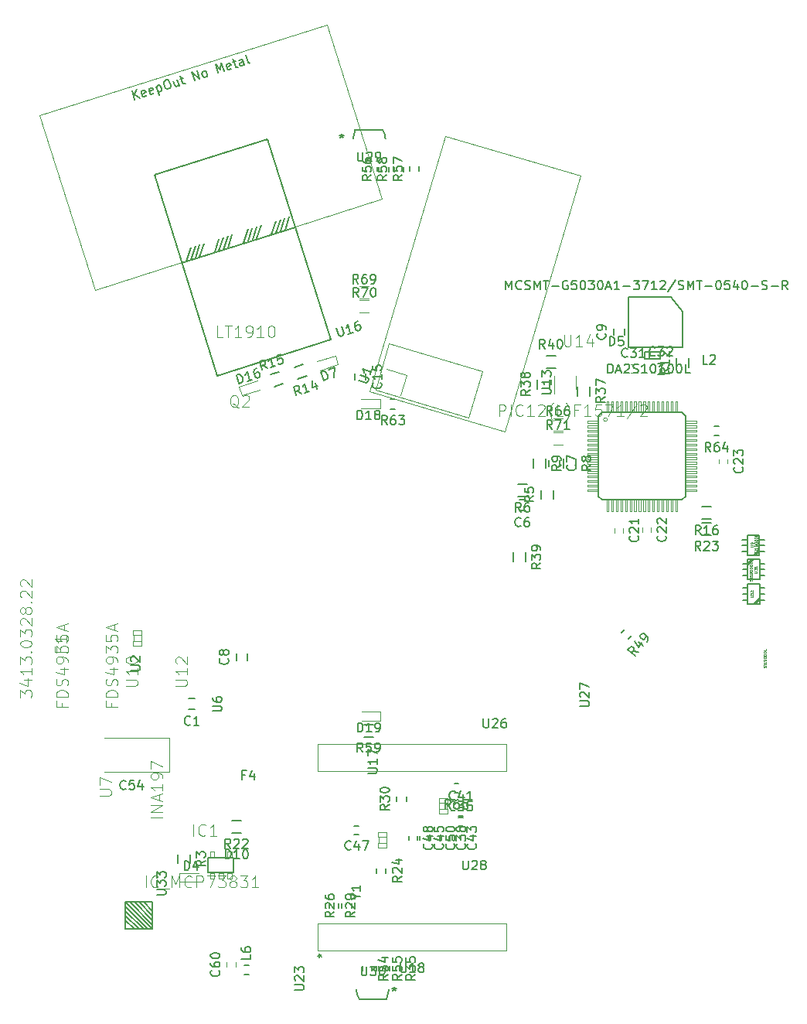
<source format=gto>
G04 #@! TF.FileFunction,Legend,Top*
%FSLAX46Y46*%
G04 Gerber Fmt 4.6, Leading zero omitted, Abs format (unit mm)*
G04 Created by KiCad (PCBNEW 4.0.4-stable) date 03/07/17 08:31:43*
%MOMM*%
%LPD*%
G01*
G04 APERTURE LIST*
%ADD10C,0.100000*%
%ADD11C,0.120000*%
%ADD12C,0.127000*%
%ADD13C,0.150000*%
%ADD14C,0.066040*%
%ADD15C,0.152400*%
%ADD16C,0.076200*%
%ADD17C,0.101600*%
%ADD18C,0.060960*%
%ADD19C,0.088900*%
G04 APERTURE END LIST*
D10*
D11*
X169804400Y-90392800D02*
X168804400Y-90392800D01*
X168804400Y-89032800D02*
X169804400Y-89032800D01*
D12*
X190102300Y-105155500D02*
X190762700Y-104495100D01*
X190102300Y-105003100D02*
X190597600Y-104495100D01*
X191397700Y-106247700D02*
X191956500Y-106247700D01*
X191397700Y-104952300D02*
X191956500Y-104952300D01*
X190102300Y-105600000D02*
X189543500Y-105600000D01*
X190102300Y-106247700D02*
X189543500Y-106247700D01*
X190102300Y-104952300D02*
X189543500Y-104952300D01*
X191397700Y-105600000D02*
X191956500Y-105600000D01*
X191397700Y-104495100D02*
X191397700Y-106704900D01*
X191397700Y-106704900D02*
X190102300Y-106704900D01*
X190102300Y-106704900D02*
X190102300Y-104495100D01*
X190102300Y-104495100D02*
X191397700Y-104495100D01*
D10*
X140497818Y-68053953D02*
X150034987Y-65046895D01*
X150034987Y-65046895D02*
X144020871Y-45972556D01*
X144020871Y-45972556D02*
X112548212Y-55895848D01*
X118562328Y-74970187D02*
X115555270Y-65433017D01*
X115555270Y-65433017D02*
X112548212Y-55895848D01*
X128099498Y-71963129D02*
X118562328Y-74970187D01*
D13*
X132155778Y-69397643D02*
X131689820Y-70876191D01*
X132640266Y-69244884D02*
X132174308Y-70723432D01*
X133124755Y-69092126D02*
X132658797Y-70570674D01*
X133609243Y-68939367D02*
X133143285Y-70417915D01*
X136789159Y-67884317D02*
X136323201Y-69362865D01*
X136304671Y-68037076D02*
X135838713Y-69515624D01*
X135820183Y-68189834D02*
X135354225Y-69668382D01*
X135335695Y-68342593D02*
X134869737Y-69821141D01*
X138402624Y-67428020D02*
X137936666Y-68906568D01*
X138887112Y-67275261D02*
X138421154Y-68753809D01*
X139371601Y-67122503D02*
X138905643Y-68601051D01*
X139856089Y-66969744D02*
X139390131Y-68448292D01*
X128618809Y-71827701D02*
X129084767Y-70349153D01*
X129103297Y-71674942D02*
X129569255Y-70196394D01*
X129587785Y-71522184D02*
X130053743Y-70043636D01*
X130072274Y-71369425D02*
X130538232Y-69890877D01*
X128122051Y-72034657D02*
X140520371Y-68125482D01*
X132008673Y-84361449D02*
X125092440Y-62425959D01*
X125092440Y-62425959D02*
X137490760Y-58516784D01*
X137490760Y-58516784D02*
X144406993Y-80452274D01*
X144406993Y-80452274D02*
X132008673Y-84361449D01*
X139178547Y-85254077D02*
X138224830Y-85554783D01*
X137818877Y-84267265D02*
X138772594Y-83966559D01*
X183600000Y-82450000D02*
X183600000Y-83450000D01*
X182250000Y-83450000D02*
X182250000Y-82450000D01*
D14*
X172501560Y-89532460D02*
X173702980Y-89532460D01*
X173702980Y-89532460D02*
X173702980Y-89334340D01*
X172501560Y-89334340D02*
X173702980Y-89334340D01*
X172501560Y-89532460D02*
X172501560Y-89334340D01*
X172501560Y-90032840D02*
X173702980Y-90032840D01*
X173702980Y-90032840D02*
X173702980Y-89834720D01*
X172501560Y-89834720D02*
X173702980Y-89834720D01*
X172501560Y-90032840D02*
X172501560Y-89834720D01*
X172501560Y-90533220D02*
X173702980Y-90533220D01*
X173702980Y-90533220D02*
X173702980Y-90332560D01*
X172501560Y-90332560D02*
X173702980Y-90332560D01*
X172501560Y-90533220D02*
X172501560Y-90332560D01*
X172501560Y-91033600D02*
X173702980Y-91033600D01*
X173702980Y-91033600D02*
X173702980Y-90832940D01*
X172501560Y-90832940D02*
X173702980Y-90832940D01*
X172501560Y-91033600D02*
X172501560Y-90832940D01*
X172501560Y-91533980D02*
X173702980Y-91533980D01*
X173702980Y-91533980D02*
X173702980Y-91333320D01*
X172501560Y-91333320D02*
X173702980Y-91333320D01*
X172501560Y-91533980D02*
X172501560Y-91333320D01*
X172501560Y-92034360D02*
X173702980Y-92034360D01*
X173702980Y-92034360D02*
X173702980Y-91833700D01*
X172501560Y-91833700D02*
X173702980Y-91833700D01*
X172501560Y-92034360D02*
X172501560Y-91833700D01*
X172501560Y-92534740D02*
X173702980Y-92534740D01*
X173702980Y-92534740D02*
X173702980Y-92334080D01*
X172501560Y-92334080D02*
X173702980Y-92334080D01*
X172501560Y-92534740D02*
X172501560Y-92334080D01*
X172501560Y-93032580D02*
X173702980Y-93032580D01*
X173702980Y-93032580D02*
X173702980Y-92834460D01*
X172501560Y-92834460D02*
X173702980Y-92834460D01*
X172501560Y-93032580D02*
X172501560Y-92834460D01*
X172501560Y-93530420D02*
X173702980Y-93530420D01*
X173702980Y-93530420D02*
X173702980Y-93332300D01*
X172501560Y-93332300D02*
X173702980Y-93332300D01*
X172501560Y-93530420D02*
X172501560Y-93332300D01*
X172501560Y-94030800D02*
X173702980Y-94030800D01*
X173702980Y-94030800D02*
X173702980Y-93830140D01*
X172501560Y-93830140D02*
X173702980Y-93830140D01*
X172501560Y-94030800D02*
X172501560Y-93830140D01*
X172501560Y-94531180D02*
X173702980Y-94531180D01*
X173702980Y-94531180D02*
X173702980Y-94330520D01*
X172501560Y-94330520D02*
X173702980Y-94330520D01*
X172501560Y-94531180D02*
X172501560Y-94330520D01*
X172501560Y-95031560D02*
X173702980Y-95031560D01*
X173702980Y-95031560D02*
X173702980Y-94830900D01*
X172501560Y-94830900D02*
X173702980Y-94830900D01*
X172501560Y-95031560D02*
X172501560Y-94830900D01*
X172501560Y-95531940D02*
X173702980Y-95531940D01*
X173702980Y-95531940D02*
X173702980Y-95331280D01*
X172501560Y-95331280D02*
X173702980Y-95331280D01*
X172501560Y-95531940D02*
X172501560Y-95331280D01*
X172501560Y-96032320D02*
X173702980Y-96032320D01*
X173702980Y-96032320D02*
X173702980Y-95831660D01*
X172501560Y-95831660D02*
X173702980Y-95831660D01*
X172501560Y-96032320D02*
X172501560Y-95831660D01*
X172501560Y-96530160D02*
X173702980Y-96530160D01*
X173702980Y-96530160D02*
X173702980Y-96332040D01*
X172501560Y-96332040D02*
X173702980Y-96332040D01*
X172501560Y-96530160D02*
X172501560Y-96332040D01*
X172501560Y-97030540D02*
X173702980Y-97030540D01*
X173702980Y-97030540D02*
X173702980Y-96832420D01*
X172501560Y-96832420D02*
X173702980Y-96832420D01*
X172501560Y-97030540D02*
X172501560Y-96832420D01*
X174652940Y-99181920D02*
X174851060Y-99181920D01*
X174851060Y-99181920D02*
X174851060Y-97980500D01*
X174652940Y-97980500D02*
X174851060Y-97980500D01*
X174652940Y-99181920D02*
X174652940Y-97980500D01*
X175153320Y-99181920D02*
X175351440Y-99181920D01*
X175351440Y-99181920D02*
X175351440Y-97980500D01*
X175153320Y-97980500D02*
X175351440Y-97980500D01*
X175153320Y-99181920D02*
X175153320Y-97980500D01*
X175651160Y-99181920D02*
X175851820Y-99181920D01*
X175851820Y-99181920D02*
X175851820Y-97980500D01*
X175651160Y-97980500D02*
X175851820Y-97980500D01*
X175651160Y-99181920D02*
X175651160Y-97980500D01*
X176151540Y-99181920D02*
X176352200Y-99181920D01*
X176352200Y-99181920D02*
X176352200Y-97980500D01*
X176151540Y-97980500D02*
X176352200Y-97980500D01*
X176151540Y-99181920D02*
X176151540Y-97980500D01*
X176651920Y-99181920D02*
X176852580Y-99181920D01*
X176852580Y-99181920D02*
X176852580Y-97980500D01*
X176651920Y-97980500D02*
X176852580Y-97980500D01*
X176651920Y-99181920D02*
X176651920Y-97980500D01*
X177152300Y-99181920D02*
X177352960Y-99181920D01*
X177352960Y-99181920D02*
X177352960Y-97980500D01*
X177152300Y-97980500D02*
X177352960Y-97980500D01*
X177152300Y-99181920D02*
X177152300Y-97980500D01*
X177652680Y-99181920D02*
X177853340Y-99181920D01*
X177853340Y-99181920D02*
X177853340Y-97980500D01*
X177652680Y-97980500D02*
X177853340Y-97980500D01*
X177652680Y-99181920D02*
X177652680Y-97980500D01*
X178153060Y-99181920D02*
X178351180Y-99181920D01*
X178351180Y-99181920D02*
X178351180Y-97980500D01*
X178153060Y-97980500D02*
X178351180Y-97980500D01*
X178153060Y-99181920D02*
X178153060Y-97980500D01*
X178650900Y-99181920D02*
X178849020Y-99181920D01*
X178849020Y-99181920D02*
X178849020Y-97980500D01*
X178650900Y-97980500D02*
X178849020Y-97980500D01*
X178650900Y-99181920D02*
X178650900Y-97980500D01*
X179148740Y-99181920D02*
X179349400Y-99181920D01*
X179349400Y-99181920D02*
X179349400Y-97980500D01*
X179148740Y-97980500D02*
X179349400Y-97980500D01*
X179148740Y-99181920D02*
X179148740Y-97980500D01*
X179649120Y-99181920D02*
X179849780Y-99181920D01*
X179849780Y-99181920D02*
X179849780Y-97980500D01*
X179649120Y-97980500D02*
X179849780Y-97980500D01*
X179649120Y-99181920D02*
X179649120Y-97980500D01*
X180149500Y-99181920D02*
X180350160Y-99181920D01*
X180350160Y-99181920D02*
X180350160Y-97980500D01*
X180149500Y-97980500D02*
X180350160Y-97980500D01*
X180149500Y-99181920D02*
X180149500Y-97980500D01*
X180649880Y-99181920D02*
X180850540Y-99181920D01*
X180850540Y-99181920D02*
X180850540Y-97980500D01*
X180649880Y-97980500D02*
X180850540Y-97980500D01*
X180649880Y-99181920D02*
X180649880Y-97980500D01*
X181150260Y-99181920D02*
X181350920Y-99181920D01*
X181350920Y-99181920D02*
X181350920Y-97980500D01*
X181150260Y-97980500D02*
X181350920Y-97980500D01*
X181150260Y-99181920D02*
X181150260Y-97980500D01*
X181650640Y-99181920D02*
X181848760Y-99181920D01*
X181848760Y-99181920D02*
X181848760Y-97980500D01*
X181650640Y-97980500D02*
X181848760Y-97980500D01*
X181650640Y-99181920D02*
X181650640Y-97980500D01*
X182151020Y-99181920D02*
X182349140Y-99181920D01*
X182349140Y-99181920D02*
X182349140Y-97980500D01*
X182151020Y-97980500D02*
X182349140Y-97980500D01*
X182151020Y-99181920D02*
X182151020Y-97980500D01*
X183299100Y-97030540D02*
X184500520Y-97030540D01*
X184500520Y-97030540D02*
X184500520Y-96832420D01*
X183299100Y-96832420D02*
X184500520Y-96832420D01*
X183299100Y-97030540D02*
X183299100Y-96832420D01*
X183299100Y-96530160D02*
X184500520Y-96530160D01*
X184500520Y-96530160D02*
X184500520Y-96332040D01*
X183299100Y-96332040D02*
X184500520Y-96332040D01*
X183299100Y-96530160D02*
X183299100Y-96332040D01*
X183299100Y-96032320D02*
X184500520Y-96032320D01*
X184500520Y-96032320D02*
X184500520Y-95831660D01*
X183299100Y-95831660D02*
X184500520Y-95831660D01*
X183299100Y-96032320D02*
X183299100Y-95831660D01*
X183299100Y-95531940D02*
X184500520Y-95531940D01*
X184500520Y-95531940D02*
X184500520Y-95331280D01*
X183299100Y-95331280D02*
X184500520Y-95331280D01*
X183299100Y-95531940D02*
X183299100Y-95331280D01*
X183299100Y-95031560D02*
X184500520Y-95031560D01*
X184500520Y-95031560D02*
X184500520Y-94830900D01*
X183299100Y-94830900D02*
X184500520Y-94830900D01*
X183299100Y-95031560D02*
X183299100Y-94830900D01*
X183299100Y-94531180D02*
X184500520Y-94531180D01*
X184500520Y-94531180D02*
X184500520Y-94330520D01*
X183299100Y-94330520D02*
X184500520Y-94330520D01*
X183299100Y-94531180D02*
X183299100Y-94330520D01*
X183299100Y-94030800D02*
X184500520Y-94030800D01*
X184500520Y-94030800D02*
X184500520Y-93830140D01*
X183299100Y-93830140D02*
X184500520Y-93830140D01*
X183299100Y-94030800D02*
X183299100Y-93830140D01*
X183299100Y-93530420D02*
X184500520Y-93530420D01*
X184500520Y-93530420D02*
X184500520Y-93332300D01*
X183299100Y-93332300D02*
X184500520Y-93332300D01*
X183299100Y-93530420D02*
X183299100Y-93332300D01*
X183299100Y-93032580D02*
X184500520Y-93032580D01*
X184500520Y-93032580D02*
X184500520Y-92834460D01*
X183299100Y-92834460D02*
X184500520Y-92834460D01*
X183299100Y-93032580D02*
X183299100Y-92834460D01*
X183299100Y-92534740D02*
X184500520Y-92534740D01*
X184500520Y-92534740D02*
X184500520Y-92334080D01*
X183299100Y-92334080D02*
X184500520Y-92334080D01*
X183299100Y-92534740D02*
X183299100Y-92334080D01*
X183299100Y-92034360D02*
X184500520Y-92034360D01*
X184500520Y-92034360D02*
X184500520Y-91833700D01*
X183299100Y-91833700D02*
X184500520Y-91833700D01*
X183299100Y-92034360D02*
X183299100Y-91833700D01*
X183299100Y-91533980D02*
X184500520Y-91533980D01*
X184500520Y-91533980D02*
X184500520Y-91333320D01*
X183299100Y-91333320D02*
X184500520Y-91333320D01*
X183299100Y-91533980D02*
X183299100Y-91333320D01*
X183299100Y-91033600D02*
X184500520Y-91033600D01*
X184500520Y-91033600D02*
X184500520Y-90832940D01*
X183299100Y-90832940D02*
X184500520Y-90832940D01*
X183299100Y-91033600D02*
X183299100Y-90832940D01*
X183299100Y-90533220D02*
X184500520Y-90533220D01*
X184500520Y-90533220D02*
X184500520Y-90332560D01*
X183299100Y-90332560D02*
X184500520Y-90332560D01*
X183299100Y-90533220D02*
X183299100Y-90332560D01*
X183299100Y-90032840D02*
X184500520Y-90032840D01*
X184500520Y-90032840D02*
X184500520Y-89834720D01*
X183299100Y-89834720D02*
X184500520Y-89834720D01*
X183299100Y-90032840D02*
X183299100Y-89834720D01*
X183299100Y-89532460D02*
X184500520Y-89532460D01*
X184500520Y-89532460D02*
X184500520Y-89334340D01*
X183299100Y-89334340D02*
X184500520Y-89334340D01*
X183299100Y-89532460D02*
X183299100Y-89334340D01*
X182151020Y-88384380D02*
X182349140Y-88384380D01*
X182349140Y-88384380D02*
X182349140Y-87182960D01*
X182151020Y-87182960D02*
X182349140Y-87182960D01*
X182151020Y-88384380D02*
X182151020Y-87182960D01*
X181650640Y-88384380D02*
X181848760Y-88384380D01*
X181848760Y-88384380D02*
X181848760Y-87182960D01*
X181650640Y-87182960D02*
X181848760Y-87182960D01*
X181650640Y-88384380D02*
X181650640Y-87182960D01*
X181150260Y-88384380D02*
X181350920Y-88384380D01*
X181350920Y-88384380D02*
X181350920Y-87182960D01*
X181150260Y-87182960D02*
X181350920Y-87182960D01*
X181150260Y-88384380D02*
X181150260Y-87182960D01*
X180649880Y-88384380D02*
X180850540Y-88384380D01*
X180850540Y-88384380D02*
X180850540Y-87182960D01*
X180649880Y-87182960D02*
X180850540Y-87182960D01*
X180649880Y-88384380D02*
X180649880Y-87182960D01*
X180149500Y-88384380D02*
X180350160Y-88384380D01*
X180350160Y-88384380D02*
X180350160Y-87182960D01*
X180149500Y-87182960D02*
X180350160Y-87182960D01*
X180149500Y-88384380D02*
X180149500Y-87182960D01*
X179649120Y-88384380D02*
X179849780Y-88384380D01*
X179849780Y-88384380D02*
X179849780Y-87182960D01*
X179649120Y-87182960D02*
X179849780Y-87182960D01*
X179649120Y-88384380D02*
X179649120Y-87182960D01*
X179148740Y-88384380D02*
X179349400Y-88384380D01*
X179349400Y-88384380D02*
X179349400Y-87182960D01*
X179148740Y-87182960D02*
X179349400Y-87182960D01*
X179148740Y-88384380D02*
X179148740Y-87182960D01*
X178650900Y-88384380D02*
X178849020Y-88384380D01*
X178849020Y-88384380D02*
X178849020Y-87182960D01*
X178650900Y-87182960D02*
X178849020Y-87182960D01*
X178650900Y-88384380D02*
X178650900Y-87182960D01*
X178153060Y-88384380D02*
X178351180Y-88384380D01*
X178351180Y-88384380D02*
X178351180Y-87182960D01*
X178153060Y-87182960D02*
X178351180Y-87182960D01*
X178153060Y-88384380D02*
X178153060Y-87182960D01*
X177652680Y-88384380D02*
X177853340Y-88384380D01*
X177853340Y-88384380D02*
X177853340Y-87182960D01*
X177652680Y-87182960D02*
X177853340Y-87182960D01*
X177652680Y-88384380D02*
X177652680Y-87182960D01*
X177152300Y-88384380D02*
X177352960Y-88384380D01*
X177352960Y-88384380D02*
X177352960Y-87182960D01*
X177152300Y-87182960D02*
X177352960Y-87182960D01*
X177152300Y-88384380D02*
X177152300Y-87182960D01*
X176651920Y-88384380D02*
X176852580Y-88384380D01*
X176852580Y-88384380D02*
X176852580Y-87182960D01*
X176651920Y-87182960D02*
X176852580Y-87182960D01*
X176651920Y-88384380D02*
X176651920Y-87182960D01*
X176151540Y-88384380D02*
X176352200Y-88384380D01*
X176352200Y-88384380D02*
X176352200Y-87182960D01*
X176151540Y-87182960D02*
X176352200Y-87182960D01*
X176151540Y-88384380D02*
X176151540Y-87182960D01*
X175651160Y-88384380D02*
X175851820Y-88384380D01*
X175851820Y-88384380D02*
X175851820Y-87182960D01*
X175651160Y-87182960D02*
X175851820Y-87182960D01*
X175651160Y-88384380D02*
X175651160Y-87182960D01*
X175153320Y-88384380D02*
X175351440Y-88384380D01*
X175351440Y-88384380D02*
X175351440Y-87182960D01*
X175153320Y-87182960D02*
X175351440Y-87182960D01*
X175153320Y-88384380D02*
X175153320Y-87182960D01*
X174652940Y-88384380D02*
X174851060Y-88384380D01*
X174851060Y-88384380D02*
X174851060Y-87182960D01*
X174652940Y-87182960D02*
X174851060Y-87182960D01*
X174652940Y-88384380D02*
X174652940Y-87182960D01*
D15*
X173702980Y-88783160D02*
X174101760Y-88384380D01*
X174101760Y-88384380D02*
X182900320Y-88384380D01*
X182900320Y-88384380D02*
X183299100Y-88783160D01*
X183299100Y-88783160D02*
X183299100Y-97581720D01*
X183299100Y-97581720D02*
X182900320Y-97980500D01*
X182900320Y-97980500D02*
X174101760Y-97980500D01*
X174101760Y-97980500D02*
X173702980Y-97581720D01*
X173702980Y-97581720D02*
X173702980Y-88783160D01*
D16*
X174700646Y-89184480D02*
G75*
G03X174700646Y-89184480I-197566J0D01*
G01*
D13*
X169025000Y-83525000D02*
X168025000Y-83525000D01*
X168025000Y-82175000D02*
X169025000Y-82175000D01*
X150450000Y-138800000D02*
X150450000Y-138300000D01*
X149400000Y-138300000D02*
X149400000Y-138800000D01*
X147000000Y-134625000D02*
X147500000Y-134625000D01*
X147500000Y-133675000D02*
X147000000Y-133675000D01*
X153067600Y-61490900D02*
X153067600Y-61990900D01*
X154117600Y-61990900D02*
X154117600Y-61490900D01*
X129534400Y-120894400D02*
X128834400Y-120894400D01*
X128834400Y-119694400D02*
X129534400Y-119694400D01*
X165742800Y-99152000D02*
X165042800Y-99152000D01*
X165042800Y-97952000D02*
X165742800Y-97952000D01*
X169521000Y-93633400D02*
X169521000Y-94333400D01*
X168321000Y-94333400D02*
X168321000Y-93633400D01*
X134070800Y-115525600D02*
X134070800Y-114825600D01*
X135270800Y-114825600D02*
X135270800Y-115525600D01*
D11*
X127826080Y-138808840D02*
X127826080Y-139808840D01*
X127826080Y-139808840D02*
X129926080Y-139808840D01*
X127826080Y-138808840D02*
X129926080Y-138808840D01*
D13*
X127645800Y-137781920D02*
X127645800Y-136781920D01*
X128995800Y-136781920D02*
X128995800Y-137781920D01*
X168772200Y-96895600D02*
X168772200Y-97895600D01*
X167422200Y-97895600D02*
X167422200Y-96895600D01*
X164916800Y-96251400D02*
X165916800Y-96251400D01*
X165916800Y-97601400D02*
X164916800Y-97601400D01*
X169875000Y-94475000D02*
X169875000Y-93475000D01*
X171225000Y-93475000D02*
X171225000Y-94475000D01*
X166620400Y-94471400D02*
X166620400Y-93471400D01*
X167970400Y-93471400D02*
X167970400Y-94471400D01*
X133569520Y-133076320D02*
X134569520Y-133076320D01*
X134569520Y-134426320D02*
X133569520Y-134426320D01*
X171425000Y-86575000D02*
X171425000Y-85575000D01*
X172775000Y-85575000D02*
X172775000Y-86575000D01*
X168350000Y-84800000D02*
X168350000Y-85800000D01*
X167000000Y-85800000D02*
X167000000Y-84800000D01*
X164374200Y-104741600D02*
X164374200Y-103741600D01*
X165724200Y-103741600D02*
X165724200Y-104741600D01*
D14*
X131180840Y-139473940D02*
X131681220Y-139473940D01*
X131681220Y-139473940D02*
X131681220Y-138823700D01*
X131180840Y-138823700D02*
X131681220Y-138823700D01*
X131180840Y-139473940D02*
X131180840Y-138823700D01*
X132130800Y-139473940D02*
X132628640Y-139473940D01*
X132628640Y-139473940D02*
X132628640Y-138823700D01*
X132130800Y-138823700D02*
X132628640Y-138823700D01*
X132130800Y-139473940D02*
X132130800Y-138823700D01*
X133078220Y-139473940D02*
X133578600Y-139473940D01*
X133578600Y-139473940D02*
X133578600Y-138823700D01*
X133078220Y-138823700D02*
X133578600Y-138823700D01*
X133078220Y-139473940D02*
X133078220Y-138823700D01*
X133078220Y-137126980D02*
X133578600Y-137126980D01*
X133578600Y-137126980D02*
X133578600Y-136476740D01*
X133078220Y-136476740D02*
X133578600Y-136476740D01*
X133078220Y-137126980D02*
X133078220Y-136476740D01*
X131180840Y-137126980D02*
X131681220Y-137126980D01*
X131681220Y-137126980D02*
X131681220Y-136476740D01*
X131180840Y-136476740D02*
X131681220Y-136476740D01*
X131180840Y-137126980D02*
X131180840Y-136476740D01*
D15*
X133799580Y-137167620D02*
X133799580Y-138783060D01*
X133799580Y-138783060D02*
X130959860Y-138783060D01*
X130959860Y-138783060D02*
X130959860Y-137167620D01*
X130959860Y-137167620D02*
X133799580Y-137167620D01*
X131859020Y-137167620D02*
X132900420Y-137167620D01*
X131953000Y-138783060D02*
X131859020Y-138783060D01*
X132900420Y-138783060D02*
X132806440Y-138783060D01*
X131053840Y-138783060D02*
X130959860Y-138783060D01*
X133799580Y-138783060D02*
X133705600Y-138783060D01*
X133705600Y-137167620D02*
X133799580Y-137167620D01*
X130959860Y-137167620D02*
X131053840Y-137167620D01*
D11*
X168915000Y-84425000D02*
X168915000Y-86325000D01*
X171235000Y-85825000D02*
X171235000Y-84425000D01*
D13*
X179292400Y-82535980D02*
X179292400Y-81735980D01*
X180492400Y-81735980D02*
X180492400Y-82535980D01*
X180492400Y-82535980D02*
X178792400Y-82535980D01*
X178792400Y-82535980D02*
X178792400Y-81735980D01*
X178792400Y-81735980D02*
X180492400Y-81735980D01*
D12*
X191361300Y-103415300D02*
X190700900Y-104075700D01*
X191361300Y-103567700D02*
X190866000Y-104075700D01*
X190065900Y-102323100D02*
X189507100Y-102323100D01*
X190065900Y-103618500D02*
X189507100Y-103618500D01*
X191361300Y-102970800D02*
X191920100Y-102970800D01*
X191361300Y-102323100D02*
X191920100Y-102323100D01*
X191361300Y-103618500D02*
X191920100Y-103618500D01*
X190065900Y-102970800D02*
X189507100Y-102970800D01*
X190065900Y-104075700D02*
X190065900Y-101865900D01*
X190065900Y-101865900D02*
X191361300Y-101865900D01*
X191361300Y-101865900D02*
X191361300Y-104075700D01*
X191361300Y-104075700D02*
X190065900Y-104075700D01*
D13*
X175406760Y-79943440D02*
X175406760Y-79243440D01*
X176606760Y-79243440D02*
X176606760Y-79943440D01*
X148225000Y-84150000D02*
X148225000Y-84850000D01*
X147025000Y-84850000D02*
X147025000Y-84150000D01*
X180225000Y-83067600D02*
X180925000Y-83067600D01*
X180925000Y-84267600D02*
X180225000Y-84267600D01*
D11*
X145229411Y-83155906D02*
X144928705Y-82202189D01*
X144928705Y-82202189D02*
X142925900Y-82833671D01*
X145229411Y-83155906D02*
X143226605Y-83787388D01*
X134371841Y-85562859D02*
X134672547Y-86516576D01*
X134672547Y-86516576D02*
X136675352Y-85885094D01*
X134371841Y-85562859D02*
X136374647Y-84931377D01*
D13*
X182954280Y-81305440D02*
X182954280Y-77405440D01*
X182954280Y-77405440D02*
X181704280Y-75805440D01*
X177004280Y-75805440D02*
X177004280Y-81305440D01*
X177004280Y-81305440D02*
X182954280Y-81305440D01*
X181704280Y-75805440D02*
X177004280Y-75805440D01*
X140413077Y-83450523D02*
X141366794Y-83149817D01*
X141772747Y-84437335D02*
X140819030Y-84738041D01*
X185084400Y-98740600D02*
X186084400Y-98740600D01*
X186084400Y-100090600D02*
X185084400Y-100090600D01*
X185072400Y-100467800D02*
X186072400Y-100467800D01*
X186072400Y-101817800D02*
X185072400Y-101817800D01*
D14*
X157218300Y-131131800D02*
X157218300Y-130633960D01*
X157218300Y-130633960D02*
X156268340Y-130633960D01*
X156268340Y-131131800D02*
X156268340Y-130633960D01*
X157218300Y-131131800D02*
X156268340Y-131131800D01*
X157218300Y-132300200D02*
X157218300Y-131799820D01*
X157218300Y-131799820D02*
X156268340Y-131799820D01*
X156268340Y-132300200D02*
X156268340Y-131799820D01*
X157218300Y-132300200D02*
X156268340Y-132300200D01*
D17*
X156316600Y-131817600D02*
X156316600Y-131106400D01*
X157164960Y-131817600D02*
X157164960Y-131106400D01*
D14*
X149605100Y-135506840D02*
X149605100Y-136004680D01*
X149605100Y-136004680D02*
X150555060Y-136004680D01*
X150555060Y-135506840D02*
X150555060Y-136004680D01*
X149605100Y-135506840D02*
X150555060Y-135506840D01*
X149605100Y-134338440D02*
X149605100Y-134838820D01*
X149605100Y-134838820D02*
X150555060Y-134838820D01*
X150555060Y-134338440D02*
X150555060Y-134838820D01*
X149605100Y-134338440D02*
X150555060Y-134338440D01*
D17*
X150506800Y-134821040D02*
X150506800Y-135532240D01*
X149658440Y-134821040D02*
X149658440Y-135532240D01*
D13*
X177041022Y-113202655D02*
X177362416Y-112819632D01*
X176558070Y-112144705D02*
X176236676Y-112527728D01*
D11*
X149839200Y-87977600D02*
X149839200Y-86977600D01*
X149839200Y-86977600D02*
X147739200Y-86977600D01*
X149839200Y-87977600D02*
X147739200Y-87977600D01*
D12*
X191397700Y-108719500D02*
X190737300Y-109379900D01*
X191397700Y-108871900D02*
X190902400Y-109379900D01*
X190102300Y-107627300D02*
X189543500Y-107627300D01*
X190102300Y-108922700D02*
X189543500Y-108922700D01*
X191397700Y-108275000D02*
X191956500Y-108275000D01*
X191397700Y-107627300D02*
X191956500Y-107627300D01*
X191397700Y-108922700D02*
X191956500Y-108922700D01*
X190102300Y-108275000D02*
X189543500Y-108275000D01*
X190102300Y-109379900D02*
X190102300Y-107170100D01*
X190102300Y-107170100D02*
X191397700Y-107170100D01*
X191397700Y-107170100D02*
X191397700Y-109379900D01*
X191397700Y-109379900D02*
X190102300Y-109379900D01*
D11*
X149875000Y-122175000D02*
X149875000Y-121175000D01*
X149875000Y-121175000D02*
X147775000Y-121175000D01*
X149875000Y-122175000D02*
X147775000Y-122175000D01*
D13*
X148050000Y-122550000D02*
X149050000Y-122550000D01*
X149050000Y-123900000D02*
X148050000Y-123900000D01*
D10*
X163619200Y-147315200D02*
X143019200Y-147315200D01*
X143019200Y-147315200D02*
X143019200Y-144375200D01*
X143019200Y-144375200D02*
X163619200Y-144375200D01*
X163619200Y-144375200D02*
X163619200Y-147315200D01*
D11*
X133027400Y-148602800D02*
X133027400Y-149102800D01*
X133977400Y-149102800D02*
X133977400Y-148602800D01*
D13*
X135428800Y-148877800D02*
X134928800Y-148877800D01*
X134928800Y-149927800D02*
X135428800Y-149927800D01*
X124900000Y-142975000D02*
X123900000Y-141975000D01*
X124900000Y-143475000D02*
X124900000Y-142975000D01*
X123400000Y-141975000D02*
X124900000Y-143475000D01*
X122900000Y-141975000D02*
X123400000Y-141975000D01*
X124900000Y-143975000D02*
X122900000Y-141975000D01*
X124900000Y-144475000D02*
X124900000Y-143975000D01*
X122400000Y-141975000D02*
X124900000Y-144475000D01*
X122900000Y-144975000D02*
X121900000Y-143975000D01*
X123400000Y-144975000D02*
X122900000Y-144975000D01*
X121900000Y-143475000D02*
X123400000Y-144975000D01*
X121900000Y-142975000D02*
X121900000Y-143475000D01*
X123900000Y-144975000D02*
X121900000Y-142975000D01*
X124400000Y-144975000D02*
X123900000Y-144975000D01*
X121900000Y-142475000D02*
X124400000Y-144975000D01*
X121900000Y-141975000D02*
X121900000Y-142475000D01*
X124900000Y-144975000D02*
X121900000Y-141975000D01*
X124900000Y-144975000D02*
X121900000Y-144975000D01*
X124900000Y-141975000D02*
X124900000Y-144975000D01*
X121900000Y-141975000D02*
X124900000Y-141975000D01*
X121900000Y-144975000D02*
X121900000Y-141975000D01*
X147222224Y-151600000D02*
G75*
G03X147525000Y-152600000I1802776J0D01*
G01*
X150537461Y-152606230D02*
G75*
G03X150775000Y-151600000I-2012461J1006230D01*
G01*
X147525000Y-152600000D02*
X150525000Y-152600000D01*
X150537461Y-152606230D02*
G75*
G03X150775000Y-151600000I-2012461J1006230D01*
G01*
X150402776Y-58450000D02*
G75*
G03X150100000Y-57450000I-1802776J0D01*
G01*
X147087539Y-57443770D02*
G75*
G03X146850000Y-58450000I2012461J-1006230D01*
G01*
X150100000Y-57450000D02*
X147100000Y-57450000D01*
X147087539Y-57443770D02*
G75*
G03X146850000Y-58450000I2012461J-1006230D01*
G01*
D10*
X143012142Y-124740000D02*
X163612142Y-124740000D01*
X163612142Y-124740000D02*
X163612142Y-127680000D01*
X163612142Y-127680000D02*
X143012142Y-127680000D01*
X143012142Y-127680000D02*
X143012142Y-124740000D01*
D11*
X126700000Y-127725000D02*
X119600000Y-127725000D01*
X126700000Y-124025000D02*
X119600000Y-124025000D01*
X126700000Y-127725000D02*
X126700000Y-124025000D01*
D13*
X151950000Y-149525000D02*
X151950000Y-149025000D01*
X150900000Y-149025000D02*
X150900000Y-149525000D01*
X148950000Y-149525000D02*
X148950000Y-149025000D01*
X147900000Y-149025000D02*
X147900000Y-149525000D01*
X150450000Y-149525000D02*
X150450000Y-149025000D01*
X149400000Y-149025000D02*
X149400000Y-149525000D01*
X149692600Y-61515900D02*
X149692600Y-62015900D01*
X150742600Y-62015900D02*
X150742600Y-61515900D01*
X151367600Y-61515900D02*
X151367600Y-62015900D01*
X152417600Y-62015900D02*
X152417600Y-61515900D01*
X150974400Y-88002600D02*
X151474400Y-88002600D01*
X151474400Y-86952600D02*
X150974400Y-86952600D01*
D11*
X179494200Y-101494400D02*
X179494200Y-100994400D01*
X178544200Y-100994400D02*
X178544200Y-101494400D01*
X187891440Y-94007660D02*
X187891440Y-93507660D01*
X186941440Y-93507660D02*
X186941440Y-94007660D01*
X177799720Y-83144340D02*
X177299720Y-83144340D01*
X177299720Y-84094340D02*
X177799720Y-84094340D01*
X176457540Y-101545200D02*
X176457540Y-101045200D01*
X175507540Y-101045200D02*
X175507540Y-101545200D01*
D13*
X145626964Y-142152200D02*
X145626964Y-142652200D01*
X146676964Y-142652200D02*
X146676964Y-142152200D01*
X145306564Y-142650000D02*
X145306564Y-142150000D01*
X144256564Y-142150000D02*
X144256564Y-142650000D01*
X151650000Y-130450000D02*
X151650000Y-130950000D01*
X152700000Y-130950000D02*
X152700000Y-130450000D01*
D14*
X123694900Y-112768160D02*
X123694900Y-112270320D01*
X123694900Y-112270320D02*
X122744940Y-112270320D01*
X122744940Y-112768160D02*
X122744940Y-112270320D01*
X123694900Y-112768160D02*
X122744940Y-112768160D01*
X123694900Y-113936560D02*
X123694900Y-113436180D01*
X123694900Y-113436180D02*
X122744940Y-113436180D01*
X122744940Y-113936560D02*
X122744940Y-113436180D01*
X123694900Y-113936560D02*
X122744940Y-113936560D01*
D17*
X122793200Y-113453960D02*
X122793200Y-112742760D01*
X123641560Y-113453960D02*
X123641560Y-112742760D01*
D13*
X186425000Y-90949000D02*
X186925000Y-90949000D01*
X186925000Y-89899000D02*
X186425000Y-89899000D01*
X157934000Y-130065000D02*
X158434000Y-130065000D01*
X158434000Y-129015000D02*
X157934000Y-129015000D01*
X158923400Y-132762000D02*
X158423400Y-132762000D01*
X158423400Y-133712000D02*
X158923400Y-133712000D01*
X157498400Y-135237000D02*
X157498400Y-134737000D01*
X156548400Y-134737000D02*
X156548400Y-135237000D01*
X158923400Y-131612000D02*
X158423400Y-131612000D01*
X158423400Y-132562000D02*
X158923400Y-132562000D01*
X158673400Y-135237000D02*
X158673400Y-134737000D01*
X157723400Y-134737000D02*
X157723400Y-135237000D01*
X155073400Y-135237000D02*
X155073400Y-134737000D01*
X154123400Y-134737000D02*
X154123400Y-135237000D01*
X153898400Y-135237000D02*
X153898400Y-134737000D01*
X152948400Y-134737000D02*
X152948400Y-135237000D01*
X156323400Y-135237000D02*
X156323400Y-134737000D01*
X155373400Y-134737000D02*
X155373400Y-135237000D01*
D11*
X149300858Y-85963265D02*
X150815796Y-80848920D01*
X150815796Y-80848920D02*
X161044485Y-83878796D01*
X161044485Y-83878796D02*
X159529547Y-88993140D01*
X159529547Y-88993140D02*
X159529547Y-88993140D01*
X150509338Y-83672142D02*
X152701200Y-84321401D01*
X152701200Y-84321401D02*
X152051940Y-86513263D01*
X152051940Y-86513263D02*
X152051940Y-86513263D01*
X148654853Y-86116082D02*
X156948101Y-58118546D01*
X156948101Y-58118546D02*
X171761866Y-62506583D01*
X171761866Y-62506583D02*
X163468618Y-90504119D01*
X163468618Y-90504119D02*
X148654853Y-86116082D01*
X148654853Y-86116082D02*
X148654853Y-86116082D01*
X159529547Y-88993140D02*
X149300858Y-85963265D01*
X149300858Y-85963265D02*
X149300858Y-85963265D01*
X148570000Y-75965600D02*
X147570000Y-75965600D01*
X147570000Y-74605600D02*
X148570000Y-74605600D01*
X148594000Y-77438800D02*
X147594000Y-77438800D01*
X147594000Y-76078800D02*
X148594000Y-76078800D01*
X169804400Y-91916800D02*
X168804400Y-91916800D01*
X168804400Y-90556800D02*
X169804400Y-90556800D01*
D13*
X168661543Y-88715181D02*
X168328209Y-88238990D01*
X168090114Y-88715181D02*
X168090114Y-87715181D01*
X168471067Y-87715181D01*
X168566305Y-87762800D01*
X168613924Y-87810419D01*
X168661543Y-87905657D01*
X168661543Y-88048514D01*
X168613924Y-88143752D01*
X168566305Y-88191371D01*
X168471067Y-88238990D01*
X168090114Y-88238990D01*
X169518686Y-87715181D02*
X169328209Y-87715181D01*
X169232971Y-87762800D01*
X169185352Y-87810419D01*
X169090114Y-87953276D01*
X169042495Y-88143752D01*
X169042495Y-88524705D01*
X169090114Y-88619943D01*
X169137733Y-88667562D01*
X169232971Y-88715181D01*
X169423448Y-88715181D01*
X169518686Y-88667562D01*
X169566305Y-88619943D01*
X169613924Y-88524705D01*
X169613924Y-88286610D01*
X169566305Y-88191371D01*
X169518686Y-88143752D01*
X169423448Y-88096133D01*
X169232971Y-88096133D01*
X169137733Y-88143752D01*
X169090114Y-88191371D01*
X169042495Y-88286610D01*
X170471067Y-87715181D02*
X170280590Y-87715181D01*
X170185352Y-87762800D01*
X170137733Y-87810419D01*
X170042495Y-87953276D01*
X169994876Y-88143752D01*
X169994876Y-88524705D01*
X170042495Y-88619943D01*
X170090114Y-88667562D01*
X170185352Y-88715181D01*
X170375829Y-88715181D01*
X170471067Y-88667562D01*
X170518686Y-88619943D01*
X170566305Y-88524705D01*
X170566305Y-88286610D01*
X170518686Y-88191371D01*
X170471067Y-88143752D01*
X170375829Y-88096133D01*
X170185352Y-88096133D01*
X170090114Y-88143752D01*
X170042495Y-88191371D01*
X169994876Y-88286610D01*
D18*
X190786528Y-105971082D02*
X191029158Y-105971082D01*
X191057703Y-105956810D01*
X191071975Y-105942537D01*
X191086248Y-105913993D01*
X191086248Y-105856903D01*
X191071975Y-105828358D01*
X191057703Y-105814086D01*
X191029158Y-105799814D01*
X190786528Y-105799814D01*
X190786528Y-105685635D02*
X190786528Y-105500094D01*
X190900707Y-105600001D01*
X190900707Y-105557183D01*
X190914979Y-105528639D01*
X190929251Y-105514366D01*
X190957796Y-105500094D01*
X191029158Y-105500094D01*
X191057703Y-105514366D01*
X191071975Y-105528639D01*
X191086248Y-105557183D01*
X191086248Y-105642818D01*
X191071975Y-105671362D01*
X191057703Y-105685635D01*
X191086248Y-105214646D02*
X191086248Y-105385914D01*
X191086248Y-105300280D02*
X190786528Y-105300280D01*
X190829345Y-105328825D01*
X190857890Y-105357370D01*
X190872162Y-105385914D01*
X190571595Y-106799727D02*
X190585868Y-106756910D01*
X190585868Y-106685548D01*
X190571595Y-106657004D01*
X190557323Y-106642731D01*
X190528778Y-106628459D01*
X190500233Y-106628459D01*
X190471689Y-106642731D01*
X190457416Y-106657004D01*
X190443144Y-106685548D01*
X190428871Y-106742638D01*
X190414599Y-106771183D01*
X190400327Y-106785455D01*
X190371782Y-106799727D01*
X190343237Y-106799727D01*
X190314692Y-106785455D01*
X190300420Y-106771183D01*
X190286148Y-106742638D01*
X190286148Y-106671276D01*
X190300420Y-106628459D01*
X190585868Y-106500007D02*
X190386054Y-106500007D01*
X190286148Y-106500007D02*
X190300420Y-106514279D01*
X190314692Y-106500007D01*
X190300420Y-106485735D01*
X190286148Y-106500007D01*
X190314692Y-106500007D01*
X190585868Y-106200287D02*
X190585868Y-106371555D01*
X190585868Y-106285921D02*
X190286148Y-106285921D01*
X190328965Y-106314466D01*
X190357510Y-106343011D01*
X190371782Y-106371555D01*
X190585868Y-106057563D02*
X190585868Y-106000473D01*
X190571595Y-105971928D01*
X190557323Y-105957656D01*
X190514506Y-105929111D01*
X190457416Y-105914839D01*
X190343237Y-105914839D01*
X190314692Y-105929111D01*
X190300420Y-105943384D01*
X190286148Y-105971928D01*
X190286148Y-106029018D01*
X190300420Y-106057563D01*
X190314692Y-106071835D01*
X190343237Y-106086107D01*
X190414599Y-106086107D01*
X190443144Y-106071835D01*
X190457416Y-106057563D01*
X190471689Y-106029018D01*
X190471689Y-105971928D01*
X190457416Y-105943384D01*
X190443144Y-105929111D01*
X190414599Y-105914839D01*
X190286148Y-105729298D02*
X190286148Y-105700753D01*
X190300420Y-105672208D01*
X190314692Y-105657936D01*
X190343237Y-105643663D01*
X190400327Y-105629391D01*
X190471689Y-105629391D01*
X190528778Y-105643663D01*
X190557323Y-105657936D01*
X190571595Y-105672208D01*
X190585868Y-105700753D01*
X190585868Y-105729298D01*
X190571595Y-105757842D01*
X190557323Y-105772115D01*
X190528778Y-105786387D01*
X190471689Y-105800659D01*
X190400327Y-105800659D01*
X190343237Y-105786387D01*
X190314692Y-105772115D01*
X190300420Y-105757842D01*
X190286148Y-105729298D01*
X190286148Y-105443850D02*
X190286148Y-105415305D01*
X190300420Y-105386760D01*
X190314692Y-105372488D01*
X190343237Y-105358215D01*
X190400327Y-105343943D01*
X190471689Y-105343943D01*
X190528778Y-105358215D01*
X190557323Y-105372488D01*
X190571595Y-105386760D01*
X190585868Y-105415305D01*
X190585868Y-105443850D01*
X190571595Y-105472394D01*
X190557323Y-105486667D01*
X190528778Y-105500939D01*
X190471689Y-105515211D01*
X190400327Y-105515211D01*
X190343237Y-105500939D01*
X190314692Y-105486667D01*
X190300420Y-105472394D01*
X190286148Y-105443850D01*
X190585868Y-105215491D02*
X190286148Y-105215491D01*
X190286148Y-105144129D01*
X190300420Y-105101312D01*
X190328965Y-105072767D01*
X190357510Y-105058495D01*
X190414599Y-105044223D01*
X190457416Y-105044223D01*
X190514506Y-105058495D01*
X190543050Y-105072767D01*
X190571595Y-105101312D01*
X190585868Y-105144129D01*
X190585868Y-105215491D01*
X190585868Y-104773047D02*
X190585868Y-104915771D01*
X190286148Y-104915771D01*
D13*
X145045097Y-79144233D02*
X145288525Y-79916290D01*
X145362579Y-79992800D01*
X145422313Y-80023896D01*
X145527463Y-80040673D01*
X145709124Y-79983395D01*
X145785635Y-79909341D01*
X145816730Y-79849607D01*
X145833507Y-79744458D01*
X145590078Y-78972401D01*
X146844501Y-79625412D02*
X146299519Y-79797244D01*
X146572010Y-79711328D02*
X146271304Y-78757611D01*
X146223432Y-78922495D01*
X146161240Y-79041964D01*
X146084729Y-79116017D01*
X147361267Y-78413947D02*
X147179606Y-78471225D01*
X147103095Y-78545278D01*
X147071999Y-78605013D01*
X147024127Y-78769896D01*
X147035989Y-78965876D01*
X147150544Y-79329197D01*
X147224598Y-79405708D01*
X147284332Y-79436804D01*
X147389481Y-79453580D01*
X147571143Y-79396303D01*
X147647653Y-79322249D01*
X147678749Y-79262515D01*
X147695526Y-79157365D01*
X147623929Y-78930290D01*
X147549875Y-78853778D01*
X147490141Y-78822683D01*
X147384991Y-78805906D01*
X147203330Y-78863184D01*
X147126819Y-78937237D01*
X147095724Y-78996972D01*
X147078947Y-79102122D01*
X122930855Y-54145077D02*
X122630150Y-53191360D01*
X123475837Y-53973245D02*
X122895269Y-53557137D01*
X123175131Y-53019528D02*
X122801982Y-53736341D01*
X124233574Y-53684401D02*
X124157064Y-53758455D01*
X123975402Y-53815732D01*
X123870253Y-53798956D01*
X123796199Y-53722445D01*
X123681645Y-53359124D01*
X123698421Y-53253974D01*
X123774932Y-53179921D01*
X123956593Y-53122643D01*
X124061742Y-53139419D01*
X124135796Y-53215930D01*
X124164435Y-53306761D01*
X123738922Y-53540785D01*
X125051046Y-53426653D02*
X124974535Y-53500707D01*
X124792874Y-53557984D01*
X124687725Y-53541208D01*
X124613671Y-53464697D01*
X124499116Y-53101376D01*
X124515893Y-52996226D01*
X124592404Y-52922173D01*
X124774065Y-52864895D01*
X124879214Y-52881672D01*
X124953268Y-52958182D01*
X124981907Y-53049013D01*
X124556394Y-53283037D01*
X125319045Y-52693063D02*
X125619751Y-53646780D01*
X125333365Y-52738478D02*
X125409875Y-52664425D01*
X125591537Y-52607147D01*
X125696686Y-52623924D01*
X125756420Y-52655019D01*
X125830474Y-52731530D01*
X125916390Y-53004021D01*
X125899614Y-53109171D01*
X125868518Y-53168905D01*
X125792007Y-53242959D01*
X125610346Y-53300236D01*
X125505197Y-53283460D01*
X126263357Y-52045814D02*
X126445018Y-51988536D01*
X126550168Y-52005313D01*
X126669636Y-52067504D01*
X126772329Y-52234845D01*
X126872564Y-52552751D01*
X126884426Y-52748731D01*
X126822235Y-52868199D01*
X126745724Y-52942253D01*
X126564063Y-52999531D01*
X126458914Y-52982754D01*
X126339445Y-52920563D01*
X126236753Y-52753222D01*
X126136517Y-52435316D01*
X126124655Y-52239336D01*
X126186846Y-52119867D01*
X126263357Y-52045814D01*
X127589801Y-51977097D02*
X127790271Y-52612909D01*
X127181064Y-52105971D02*
X127338577Y-52605538D01*
X127412631Y-52682048D01*
X127517780Y-52698825D01*
X127654026Y-52655867D01*
X127730537Y-52581813D01*
X127761633Y-52522079D01*
X127907706Y-51876862D02*
X128271026Y-51762307D01*
X127943716Y-51515999D02*
X128201464Y-52333470D01*
X128275517Y-52409981D01*
X128380667Y-52426758D01*
X128471497Y-52398119D01*
X129516045Y-52068774D02*
X129215339Y-51115057D01*
X130061026Y-51896942D01*
X129760321Y-50943225D01*
X130651422Y-51710791D02*
X130546273Y-51694015D01*
X130486538Y-51662919D01*
X130412485Y-51586408D01*
X130326568Y-51313917D01*
X130343345Y-51208768D01*
X130374441Y-51149033D01*
X130450951Y-51074980D01*
X130587198Y-51032021D01*
X130692347Y-51048798D01*
X130752081Y-51079894D01*
X130826135Y-51156404D01*
X130912051Y-51428896D01*
X130895275Y-51534045D01*
X130864179Y-51593779D01*
X130787668Y-51667833D01*
X130651422Y-51710791D01*
X132104705Y-51252573D02*
X131804000Y-50298856D01*
X132336696Y-50879847D01*
X132439811Y-50098385D01*
X132740517Y-51052102D01*
X133543670Y-50748939D02*
X133467159Y-50822993D01*
X133285498Y-50880270D01*
X133180348Y-50863494D01*
X133106295Y-50786983D01*
X132991740Y-50423662D01*
X133008516Y-50318512D01*
X133085027Y-50244459D01*
X133266688Y-50187181D01*
X133371838Y-50203958D01*
X133445891Y-50280468D01*
X133474530Y-50371299D01*
X133049017Y-50605323D01*
X133675424Y-50058307D02*
X134038744Y-49943753D01*
X133711434Y-49697444D02*
X133969181Y-50514916D01*
X134043235Y-50591427D01*
X134148385Y-50608203D01*
X134239215Y-50579565D01*
X134965857Y-50350455D02*
X134808345Y-49850889D01*
X134734291Y-49774378D01*
X134629142Y-49757601D01*
X134447480Y-49814879D01*
X134370970Y-49888933D01*
X134951538Y-50305040D02*
X134875027Y-50379094D01*
X134647951Y-50450690D01*
X134542802Y-50433914D01*
X134468748Y-50357403D01*
X134440109Y-50266573D01*
X134456886Y-50161424D01*
X134533397Y-50087370D01*
X134760473Y-50015773D01*
X134836984Y-49941720D01*
X135556253Y-50164304D02*
X135451104Y-50147528D01*
X135377050Y-50071017D01*
X135119302Y-49253545D01*
X137450301Y-83573363D02*
X136989201Y-83219447D01*
X136905319Y-83745195D02*
X136604614Y-82791478D01*
X136967935Y-82676924D01*
X137073084Y-82693700D01*
X137132819Y-82724796D01*
X137206872Y-82801306D01*
X137249830Y-82937552D01*
X137233054Y-83042701D01*
X137201958Y-83102435D01*
X137125447Y-83176489D01*
X136762126Y-83291044D01*
X138358603Y-83286977D02*
X137813621Y-83458809D01*
X138086112Y-83372893D02*
X137785406Y-82419176D01*
X137737534Y-82584060D01*
X137675342Y-82703528D01*
X137598831Y-82777582D01*
X138920784Y-82061193D02*
X138466633Y-82204386D01*
X138564411Y-82672856D01*
X138595506Y-82613121D01*
X138672017Y-82539068D01*
X138899093Y-82467471D01*
X139004243Y-82484247D01*
X139063977Y-82515343D01*
X139138031Y-82591855D01*
X139209628Y-82818930D01*
X139192851Y-82924079D01*
X139161755Y-82983814D01*
X139085245Y-83057868D01*
X138858168Y-83129464D01*
X138753019Y-83112688D01*
X138693285Y-83081592D01*
X181477381Y-83592857D02*
X181001190Y-83926191D01*
X181477381Y-84164286D02*
X180477381Y-84164286D01*
X180477381Y-83783333D01*
X180525000Y-83688095D01*
X180572619Y-83640476D01*
X180667857Y-83592857D01*
X180810714Y-83592857D01*
X180905952Y-83640476D01*
X180953571Y-83688095D01*
X181001190Y-83783333D01*
X181001190Y-84164286D01*
X181477381Y-82640476D02*
X181477381Y-83211905D01*
X181477381Y-82926191D02*
X180477381Y-82926191D01*
X180620238Y-83021429D01*
X180715476Y-83116667D01*
X180763095Y-83211905D01*
X180572619Y-82259524D02*
X180525000Y-82211905D01*
X180477381Y-82116667D01*
X180477381Y-81878571D01*
X180525000Y-81783333D01*
X180572619Y-81735714D01*
X180667857Y-81688095D01*
X180763095Y-81688095D01*
X180905952Y-81735714D01*
X181477381Y-82307143D01*
X181477381Y-81688095D01*
X167882143Y-81402381D02*
X167548809Y-80926190D01*
X167310714Y-81402381D02*
X167310714Y-80402381D01*
X167691667Y-80402381D01*
X167786905Y-80450000D01*
X167834524Y-80497619D01*
X167882143Y-80592857D01*
X167882143Y-80735714D01*
X167834524Y-80830952D01*
X167786905Y-80878571D01*
X167691667Y-80926190D01*
X167310714Y-80926190D01*
X168739286Y-80735714D02*
X168739286Y-81402381D01*
X168501190Y-80354762D02*
X168263095Y-81069048D01*
X168882143Y-81069048D01*
X169453571Y-80402381D02*
X169548810Y-80402381D01*
X169644048Y-80450000D01*
X169691667Y-80497619D01*
X169739286Y-80592857D01*
X169786905Y-80783333D01*
X169786905Y-81021429D01*
X169739286Y-81211905D01*
X169691667Y-81307143D01*
X169644048Y-81354762D01*
X169548810Y-81402381D01*
X169453571Y-81402381D01*
X169358333Y-81354762D01*
X169310714Y-81307143D01*
X169263095Y-81211905D01*
X169215476Y-81021429D01*
X169215476Y-80783333D01*
X169263095Y-80592857D01*
X169310714Y-80497619D01*
X169358333Y-80450000D01*
X169453571Y-80402381D01*
X158886905Y-137452381D02*
X158886905Y-138261905D01*
X158934524Y-138357143D01*
X158982143Y-138404762D01*
X159077381Y-138452381D01*
X159267858Y-138452381D01*
X159363096Y-138404762D01*
X159410715Y-138357143D01*
X159458334Y-138261905D01*
X159458334Y-137452381D01*
X159886905Y-137547619D02*
X159934524Y-137500000D01*
X160029762Y-137452381D01*
X160267858Y-137452381D01*
X160363096Y-137500000D01*
X160410715Y-137547619D01*
X160458334Y-137642857D01*
X160458334Y-137738095D01*
X160410715Y-137880952D01*
X159839286Y-138452381D01*
X160458334Y-138452381D01*
X161029762Y-137880952D02*
X160934524Y-137833333D01*
X160886905Y-137785714D01*
X160839286Y-137690476D01*
X160839286Y-137642857D01*
X160886905Y-137547619D01*
X160934524Y-137500000D01*
X161029762Y-137452381D01*
X161220239Y-137452381D01*
X161315477Y-137500000D01*
X161363096Y-137547619D01*
X161410715Y-137642857D01*
X161410715Y-137690476D01*
X161363096Y-137785714D01*
X161315477Y-137833333D01*
X161220239Y-137880952D01*
X161029762Y-137880952D01*
X160934524Y-137928571D01*
X160886905Y-137976190D01*
X160839286Y-138071429D01*
X160839286Y-138261905D01*
X160886905Y-138357143D01*
X160934524Y-138404762D01*
X161029762Y-138452381D01*
X161220239Y-138452381D01*
X161315477Y-138404762D01*
X161363096Y-138357143D01*
X161410715Y-138261905D01*
X161410715Y-138071429D01*
X161363096Y-137976190D01*
X161315477Y-137928571D01*
X161220239Y-137880952D01*
X161136105Y-121911981D02*
X161136105Y-122721505D01*
X161183724Y-122816743D01*
X161231343Y-122864362D01*
X161326581Y-122911981D01*
X161517058Y-122911981D01*
X161612296Y-122864362D01*
X161659915Y-122816743D01*
X161707534Y-122721505D01*
X161707534Y-121911981D01*
X162136105Y-122007219D02*
X162183724Y-121959600D01*
X162278962Y-121911981D01*
X162517058Y-121911981D01*
X162612296Y-121959600D01*
X162659915Y-122007219D01*
X162707534Y-122102457D01*
X162707534Y-122197695D01*
X162659915Y-122340552D01*
X162088486Y-122911981D01*
X162707534Y-122911981D01*
X163564677Y-121911981D02*
X163374200Y-121911981D01*
X163278962Y-121959600D01*
X163231343Y-122007219D01*
X163136105Y-122150076D01*
X163088486Y-122340552D01*
X163088486Y-122721505D01*
X163136105Y-122816743D01*
X163183724Y-122864362D01*
X163278962Y-122911981D01*
X163469439Y-122911981D01*
X163564677Y-122864362D01*
X163612296Y-122816743D01*
X163659915Y-122721505D01*
X163659915Y-122483410D01*
X163612296Y-122388171D01*
X163564677Y-122340552D01*
X163469439Y-122292933D01*
X163278962Y-122292933D01*
X163183724Y-122340552D01*
X163136105Y-122388171D01*
X163088486Y-122483410D01*
X147201190Y-141376191D02*
X147677381Y-141376191D01*
X146677381Y-141709524D02*
X147201190Y-141376191D01*
X146677381Y-141042857D01*
X147677381Y-140185714D02*
X147677381Y-140757143D01*
X147677381Y-140471429D02*
X146677381Y-140471429D01*
X146820238Y-140566667D01*
X146915476Y-140661905D01*
X146963095Y-140757143D01*
X152177381Y-139192857D02*
X151701190Y-139526191D01*
X152177381Y-139764286D02*
X151177381Y-139764286D01*
X151177381Y-139383333D01*
X151225000Y-139288095D01*
X151272619Y-139240476D01*
X151367857Y-139192857D01*
X151510714Y-139192857D01*
X151605952Y-139240476D01*
X151653571Y-139288095D01*
X151701190Y-139383333D01*
X151701190Y-139764286D01*
X151272619Y-138811905D02*
X151225000Y-138764286D01*
X151177381Y-138669048D01*
X151177381Y-138430952D01*
X151225000Y-138335714D01*
X151272619Y-138288095D01*
X151367857Y-138240476D01*
X151463095Y-138240476D01*
X151605952Y-138288095D01*
X152177381Y-138859524D01*
X152177381Y-138240476D01*
X151510714Y-137383333D02*
X152177381Y-137383333D01*
X151129762Y-137621429D02*
X151844048Y-137859524D01*
X151844048Y-137240476D01*
X146607143Y-136207143D02*
X146559524Y-136254762D01*
X146416667Y-136302381D01*
X146321429Y-136302381D01*
X146178571Y-136254762D01*
X146083333Y-136159524D01*
X146035714Y-136064286D01*
X145988095Y-135873810D01*
X145988095Y-135730952D01*
X146035714Y-135540476D01*
X146083333Y-135445238D01*
X146178571Y-135350000D01*
X146321429Y-135302381D01*
X146416667Y-135302381D01*
X146559524Y-135350000D01*
X146607143Y-135397619D01*
X147464286Y-135635714D02*
X147464286Y-136302381D01*
X147226190Y-135254762D02*
X146988095Y-135969048D01*
X147607143Y-135969048D01*
X147892857Y-135302381D02*
X148559524Y-135302381D01*
X148130952Y-136302381D01*
X152244981Y-62383757D02*
X151768790Y-62717091D01*
X152244981Y-62955186D02*
X151244981Y-62955186D01*
X151244981Y-62574233D01*
X151292600Y-62478995D01*
X151340219Y-62431376D01*
X151435457Y-62383757D01*
X151578314Y-62383757D01*
X151673552Y-62431376D01*
X151721171Y-62478995D01*
X151768790Y-62574233D01*
X151768790Y-62955186D01*
X151244981Y-61478995D02*
X151244981Y-61955186D01*
X151721171Y-62002805D01*
X151673552Y-61955186D01*
X151625933Y-61859948D01*
X151625933Y-61621852D01*
X151673552Y-61526614D01*
X151721171Y-61478995D01*
X151816410Y-61431376D01*
X152054505Y-61431376D01*
X152149743Y-61478995D01*
X152197362Y-61526614D01*
X152244981Y-61621852D01*
X152244981Y-61859948D01*
X152197362Y-61955186D01*
X152149743Y-62002805D01*
X151244981Y-61098043D02*
X151244981Y-60431376D01*
X152244981Y-60859948D01*
D19*
X134339048Y-87905476D02*
X134218095Y-87845000D01*
X134097143Y-87724048D01*
X133915714Y-87542619D01*
X133794762Y-87482143D01*
X133673810Y-87482143D01*
X133734286Y-87784524D02*
X133613333Y-87724048D01*
X133492381Y-87603095D01*
X133431905Y-87361190D01*
X133431905Y-86937857D01*
X133492381Y-86695952D01*
X133613333Y-86575000D01*
X133734286Y-86514524D01*
X133976190Y-86514524D01*
X134097143Y-86575000D01*
X134218095Y-86695952D01*
X134278571Y-86937857D01*
X134278571Y-87361190D01*
X134218095Y-87603095D01*
X134097143Y-87724048D01*
X133976190Y-87784524D01*
X133734286Y-87784524D01*
X134762381Y-86635476D02*
X134822857Y-86575000D01*
X134943809Y-86514524D01*
X135246190Y-86514524D01*
X135367143Y-86575000D01*
X135427619Y-86635476D01*
X135488095Y-86756429D01*
X135488095Y-86877381D01*
X135427619Y-87058810D01*
X134701905Y-87784524D01*
X135488095Y-87784524D01*
X132585238Y-80164524D02*
X131980476Y-80164524D01*
X131980476Y-78894524D01*
X132827142Y-78894524D02*
X133552857Y-78894524D01*
X133190000Y-80164524D02*
X133190000Y-78894524D01*
X134641428Y-80164524D02*
X133915714Y-80164524D01*
X134278571Y-80164524D02*
X134278571Y-78894524D01*
X134157619Y-79075952D01*
X134036666Y-79196905D01*
X133915714Y-79257381D01*
X135246190Y-80164524D02*
X135488095Y-80164524D01*
X135609047Y-80104048D01*
X135669523Y-80043571D01*
X135790476Y-79862143D01*
X135850952Y-79620238D01*
X135850952Y-79136429D01*
X135790476Y-79015476D01*
X135730000Y-78955000D01*
X135609047Y-78894524D01*
X135367143Y-78894524D01*
X135246190Y-78955000D01*
X135185714Y-79015476D01*
X135125238Y-79136429D01*
X135125238Y-79438810D01*
X135185714Y-79559762D01*
X135246190Y-79620238D01*
X135367143Y-79680714D01*
X135609047Y-79680714D01*
X135730000Y-79620238D01*
X135790476Y-79559762D01*
X135850952Y-79438810D01*
X137060476Y-80164524D02*
X136334762Y-80164524D01*
X136697619Y-80164524D02*
X136697619Y-78894524D01*
X136576667Y-79075952D01*
X136455714Y-79196905D01*
X136334762Y-79257381D01*
X137846667Y-78894524D02*
X137967619Y-78894524D01*
X138088571Y-78955000D01*
X138149048Y-79015476D01*
X138209524Y-79136429D01*
X138270000Y-79378333D01*
X138270000Y-79680714D01*
X138209524Y-79922619D01*
X138149048Y-80043571D01*
X138088571Y-80104048D01*
X137967619Y-80164524D01*
X137846667Y-80164524D01*
X137725714Y-80104048D01*
X137665238Y-80043571D01*
X137604762Y-79922619D01*
X137544286Y-79680714D01*
X137544286Y-79378333D01*
X137604762Y-79136429D01*
X137665238Y-79015476D01*
X137725714Y-78955000D01*
X137846667Y-78894524D01*
D13*
X129017734Y-122551543D02*
X128970115Y-122599162D01*
X128827258Y-122646781D01*
X128732020Y-122646781D01*
X128589162Y-122599162D01*
X128493924Y-122503924D01*
X128446305Y-122408686D01*
X128398686Y-122218210D01*
X128398686Y-122075352D01*
X128446305Y-121884876D01*
X128493924Y-121789638D01*
X128589162Y-121694400D01*
X128732020Y-121646781D01*
X128827258Y-121646781D01*
X128970115Y-121694400D01*
X129017734Y-121742019D01*
X129970115Y-122646781D02*
X129398686Y-122646781D01*
X129684400Y-122646781D02*
X129684400Y-121646781D01*
X129589162Y-121789638D01*
X129493924Y-121884876D01*
X129398686Y-121932495D01*
X165226134Y-100809143D02*
X165178515Y-100856762D01*
X165035658Y-100904381D01*
X164940420Y-100904381D01*
X164797562Y-100856762D01*
X164702324Y-100761524D01*
X164654705Y-100666286D01*
X164607086Y-100475810D01*
X164607086Y-100332952D01*
X164654705Y-100142476D01*
X164702324Y-100047238D01*
X164797562Y-99952000D01*
X164940420Y-99904381D01*
X165035658Y-99904381D01*
X165178515Y-99952000D01*
X165226134Y-99999619D01*
X166083277Y-99904381D02*
X165892800Y-99904381D01*
X165797562Y-99952000D01*
X165749943Y-99999619D01*
X165654705Y-100142476D01*
X165607086Y-100332952D01*
X165607086Y-100713905D01*
X165654705Y-100809143D01*
X165702324Y-100856762D01*
X165797562Y-100904381D01*
X165988039Y-100904381D01*
X166083277Y-100856762D01*
X166130896Y-100809143D01*
X166178515Y-100713905D01*
X166178515Y-100475810D01*
X166130896Y-100380571D01*
X166083277Y-100332952D01*
X165988039Y-100285333D01*
X165797562Y-100285333D01*
X165702324Y-100332952D01*
X165654705Y-100380571D01*
X165607086Y-100475810D01*
X171178143Y-94150066D02*
X171225762Y-94197685D01*
X171273381Y-94340542D01*
X171273381Y-94435780D01*
X171225762Y-94578638D01*
X171130524Y-94673876D01*
X171035286Y-94721495D01*
X170844810Y-94769114D01*
X170701952Y-94769114D01*
X170511476Y-94721495D01*
X170416238Y-94673876D01*
X170321000Y-94578638D01*
X170273381Y-94435780D01*
X170273381Y-94340542D01*
X170321000Y-94197685D01*
X170368619Y-94150066D01*
X170273381Y-93816733D02*
X170273381Y-93150066D01*
X171273381Y-93578638D01*
X133127943Y-115342266D02*
X133175562Y-115389885D01*
X133223181Y-115532742D01*
X133223181Y-115627980D01*
X133175562Y-115770838D01*
X133080324Y-115866076D01*
X132985086Y-115913695D01*
X132794610Y-115961314D01*
X132651752Y-115961314D01*
X132461276Y-115913695D01*
X132366038Y-115866076D01*
X132270800Y-115770838D01*
X132223181Y-115627980D01*
X132223181Y-115532742D01*
X132270800Y-115389885D01*
X132318419Y-115342266D01*
X132651752Y-114770838D02*
X132604133Y-114866076D01*
X132556514Y-114913695D01*
X132461276Y-114961314D01*
X132413657Y-114961314D01*
X132318419Y-114913695D01*
X132270800Y-114866076D01*
X132223181Y-114770838D01*
X132223181Y-114580361D01*
X132270800Y-114485123D01*
X132318419Y-114437504D01*
X132413657Y-114389885D01*
X132461276Y-114389885D01*
X132556514Y-114437504D01*
X132604133Y-114485123D01*
X132651752Y-114580361D01*
X132651752Y-114770838D01*
X132699371Y-114866076D01*
X132746990Y-114913695D01*
X132842229Y-114961314D01*
X133032705Y-114961314D01*
X133127943Y-114913695D01*
X133175562Y-114866076D01*
X133223181Y-114770838D01*
X133223181Y-114580361D01*
X133175562Y-114485123D01*
X133127943Y-114437504D01*
X133032705Y-114389885D01*
X132842229Y-114389885D01*
X132746990Y-114437504D01*
X132699371Y-114485123D01*
X132651752Y-114580361D01*
X128387985Y-138511221D02*
X128387985Y-137511221D01*
X128626080Y-137511221D01*
X128768938Y-137558840D01*
X128864176Y-137654078D01*
X128911795Y-137749316D01*
X128959414Y-137939792D01*
X128959414Y-138082650D01*
X128911795Y-138273126D01*
X128864176Y-138368364D01*
X128768938Y-138463602D01*
X128626080Y-138511221D01*
X128387985Y-138511221D01*
X129816557Y-137844554D02*
X129816557Y-138511221D01*
X129578461Y-137463602D02*
X129340366Y-138177888D01*
X129959414Y-138177888D01*
X132893674Y-137251701D02*
X132893674Y-136251701D01*
X133131769Y-136251701D01*
X133274627Y-136299320D01*
X133369865Y-136394558D01*
X133417484Y-136489796D01*
X133465103Y-136680272D01*
X133465103Y-136823130D01*
X133417484Y-137013606D01*
X133369865Y-137108844D01*
X133274627Y-137204082D01*
X133131769Y-137251701D01*
X132893674Y-137251701D01*
X134417484Y-137251701D02*
X133846055Y-137251701D01*
X134131769Y-137251701D02*
X134131769Y-136251701D01*
X134036531Y-136394558D01*
X133941293Y-136489796D01*
X133846055Y-136537415D01*
X135036531Y-136251701D02*
X135131770Y-136251701D01*
X135227008Y-136299320D01*
X135274627Y-136346939D01*
X135322246Y-136442177D01*
X135369865Y-136632653D01*
X135369865Y-136870749D01*
X135322246Y-137061225D01*
X135274627Y-137156463D01*
X135227008Y-137204082D01*
X135131770Y-137251701D01*
X135036531Y-137251701D01*
X134941293Y-137204082D01*
X134893674Y-137156463D01*
X134846055Y-137061225D01*
X134798436Y-136870749D01*
X134798436Y-136632653D01*
X134846055Y-136442177D01*
X134893674Y-136346939D01*
X134941293Y-136299320D01*
X135036531Y-136251701D01*
D19*
X114814286Y-114173193D02*
X114814286Y-114596526D01*
X115479524Y-114596526D02*
X114209524Y-114596526D01*
X114209524Y-113991764D01*
X115479524Y-112842717D02*
X115479524Y-113568431D01*
X115479524Y-113205574D02*
X114209524Y-113205574D01*
X114390952Y-113326526D01*
X114511905Y-113447479D01*
X114572381Y-113568431D01*
X110399524Y-119585813D02*
X110399524Y-118799623D01*
X110883333Y-119222956D01*
X110883333Y-119041528D01*
X110943810Y-118920575D01*
X111004286Y-118860099D01*
X111125238Y-118799623D01*
X111427619Y-118799623D01*
X111548571Y-118860099D01*
X111609048Y-118920575D01*
X111669524Y-119041528D01*
X111669524Y-119404385D01*
X111609048Y-119525337D01*
X111548571Y-119585813D01*
X110822857Y-117711051D02*
X111669524Y-117711051D01*
X110339048Y-118013432D02*
X111246190Y-118315813D01*
X111246190Y-117529623D01*
X111669524Y-116380575D02*
X111669524Y-117106289D01*
X111669524Y-116743432D02*
X110399524Y-116743432D01*
X110580952Y-116864384D01*
X110701905Y-116985337D01*
X110762381Y-117106289D01*
X110399524Y-115957241D02*
X110399524Y-115171051D01*
X110883333Y-115594384D01*
X110883333Y-115412956D01*
X110943810Y-115292003D01*
X111004286Y-115231527D01*
X111125238Y-115171051D01*
X111427619Y-115171051D01*
X111548571Y-115231527D01*
X111609048Y-115292003D01*
X111669524Y-115412956D01*
X111669524Y-115775813D01*
X111609048Y-115896765D01*
X111548571Y-115957241D01*
X111548571Y-114626765D02*
X111609048Y-114566289D01*
X111669524Y-114626765D01*
X111609048Y-114687241D01*
X111548571Y-114626765D01*
X111669524Y-114626765D01*
X110399524Y-113780098D02*
X110399524Y-113659146D01*
X110460000Y-113538194D01*
X110520476Y-113477717D01*
X110641429Y-113417241D01*
X110883333Y-113356765D01*
X111185714Y-113356765D01*
X111427619Y-113417241D01*
X111548571Y-113477717D01*
X111609048Y-113538194D01*
X111669524Y-113659146D01*
X111669524Y-113780098D01*
X111609048Y-113901051D01*
X111548571Y-113961527D01*
X111427619Y-114022003D01*
X111185714Y-114082479D01*
X110883333Y-114082479D01*
X110641429Y-114022003D01*
X110520476Y-113961527D01*
X110460000Y-113901051D01*
X110399524Y-113780098D01*
X110399524Y-112933431D02*
X110399524Y-112147241D01*
X110883333Y-112570574D01*
X110883333Y-112389146D01*
X110943810Y-112268193D01*
X111004286Y-112207717D01*
X111125238Y-112147241D01*
X111427619Y-112147241D01*
X111548571Y-112207717D01*
X111609048Y-112268193D01*
X111669524Y-112389146D01*
X111669524Y-112752003D01*
X111609048Y-112872955D01*
X111548571Y-112933431D01*
X110520476Y-111663431D02*
X110460000Y-111602955D01*
X110399524Y-111482003D01*
X110399524Y-111179622D01*
X110460000Y-111058669D01*
X110520476Y-110998193D01*
X110641429Y-110937717D01*
X110762381Y-110937717D01*
X110943810Y-110998193D01*
X111669524Y-111723907D01*
X111669524Y-110937717D01*
X110943810Y-110212002D02*
X110883333Y-110332955D01*
X110822857Y-110393431D01*
X110701905Y-110453907D01*
X110641429Y-110453907D01*
X110520476Y-110393431D01*
X110460000Y-110332955D01*
X110399524Y-110212002D01*
X110399524Y-109970098D01*
X110460000Y-109849145D01*
X110520476Y-109788669D01*
X110641429Y-109728193D01*
X110701905Y-109728193D01*
X110822857Y-109788669D01*
X110883333Y-109849145D01*
X110943810Y-109970098D01*
X110943810Y-110212002D01*
X111004286Y-110332955D01*
X111064762Y-110393431D01*
X111185714Y-110453907D01*
X111427619Y-110453907D01*
X111548571Y-110393431D01*
X111609048Y-110332955D01*
X111669524Y-110212002D01*
X111669524Y-109970098D01*
X111609048Y-109849145D01*
X111548571Y-109788669D01*
X111427619Y-109728193D01*
X111185714Y-109728193D01*
X111064762Y-109788669D01*
X111004286Y-109849145D01*
X110943810Y-109970098D01*
X111548571Y-109183907D02*
X111609048Y-109123431D01*
X111669524Y-109183907D01*
X111609048Y-109244383D01*
X111548571Y-109183907D01*
X111669524Y-109183907D01*
X110520476Y-108639621D02*
X110460000Y-108579145D01*
X110399524Y-108458193D01*
X110399524Y-108155812D01*
X110460000Y-108034859D01*
X110520476Y-107974383D01*
X110641429Y-107913907D01*
X110762381Y-107913907D01*
X110943810Y-107974383D01*
X111669524Y-108700097D01*
X111669524Y-107913907D01*
X110520476Y-107430097D02*
X110460000Y-107369621D01*
X110399524Y-107248669D01*
X110399524Y-106946288D01*
X110460000Y-106825335D01*
X110520476Y-106764859D01*
X110641429Y-106704383D01*
X110762381Y-106704383D01*
X110943810Y-106764859D01*
X111669524Y-107490573D01*
X111669524Y-106704383D01*
D13*
X135061947Y-128081731D02*
X134728613Y-128081731D01*
X134728613Y-128605541D02*
X134728613Y-127605541D01*
X135204804Y-127605541D01*
X136014328Y-127938874D02*
X136014328Y-128605541D01*
X135776232Y-127557922D02*
X135538137Y-128272208D01*
X136157185Y-128272208D01*
D19*
X129379738Y-134750024D02*
X129379738Y-133480024D01*
X130710214Y-134629071D02*
X130649738Y-134689548D01*
X130468309Y-134750024D01*
X130347357Y-134750024D01*
X130165929Y-134689548D01*
X130044976Y-134568595D01*
X129984500Y-134447643D01*
X129924024Y-134205738D01*
X129924024Y-134024310D01*
X129984500Y-133782405D01*
X130044976Y-133661452D01*
X130165929Y-133540500D01*
X130347357Y-133480024D01*
X130468309Y-133480024D01*
X130649738Y-133540500D01*
X130710214Y-133600976D01*
X131919738Y-134750024D02*
X131194024Y-134750024D01*
X131556881Y-134750024D02*
X131556881Y-133480024D01*
X131435929Y-133661452D01*
X131314976Y-133782405D01*
X131194024Y-133842881D01*
X124163666Y-140401524D02*
X124163666Y-139131524D01*
X125494142Y-140280571D02*
X125433666Y-140341048D01*
X125252237Y-140401524D01*
X125131285Y-140401524D01*
X124949857Y-140341048D01*
X124828904Y-140220095D01*
X124768428Y-140099143D01*
X124707952Y-139857238D01*
X124707952Y-139675810D01*
X124768428Y-139433905D01*
X124828904Y-139312952D01*
X124949857Y-139192000D01*
X125131285Y-139131524D01*
X125252237Y-139131524D01*
X125433666Y-139192000D01*
X125494142Y-139252476D01*
X125736047Y-140522476D02*
X126703666Y-140522476D01*
X127006047Y-140401524D02*
X127006047Y-139131524D01*
X127429380Y-140038667D01*
X127852714Y-139131524D01*
X127852714Y-140401524D01*
X129183190Y-140280571D02*
X129122714Y-140341048D01*
X128941285Y-140401524D01*
X128820333Y-140401524D01*
X128638905Y-140341048D01*
X128517952Y-140220095D01*
X128457476Y-140099143D01*
X128397000Y-139857238D01*
X128397000Y-139675810D01*
X128457476Y-139433905D01*
X128517952Y-139312952D01*
X128638905Y-139192000D01*
X128820333Y-139131524D01*
X128941285Y-139131524D01*
X129122714Y-139192000D01*
X129183190Y-139252476D01*
X129727476Y-140401524D02*
X129727476Y-139131524D01*
X130211285Y-139131524D01*
X130332238Y-139192000D01*
X130392714Y-139252476D01*
X130453190Y-139373429D01*
X130453190Y-139554857D01*
X130392714Y-139675810D01*
X130332238Y-139736286D01*
X130211285Y-139796762D01*
X129727476Y-139796762D01*
X130876524Y-139131524D02*
X131723190Y-139131524D01*
X131178905Y-140401524D01*
X132086048Y-139131524D02*
X132872238Y-139131524D01*
X132448905Y-139615333D01*
X132630333Y-139615333D01*
X132751286Y-139675810D01*
X132811762Y-139736286D01*
X132872238Y-139857238D01*
X132872238Y-140159619D01*
X132811762Y-140280571D01*
X132751286Y-140341048D01*
X132630333Y-140401524D01*
X132267476Y-140401524D01*
X132146524Y-140341048D01*
X132086048Y-140280571D01*
X133597953Y-139675810D02*
X133477000Y-139615333D01*
X133416524Y-139554857D01*
X133356048Y-139433905D01*
X133356048Y-139373429D01*
X133416524Y-139252476D01*
X133477000Y-139192000D01*
X133597953Y-139131524D01*
X133839857Y-139131524D01*
X133960810Y-139192000D01*
X134021286Y-139252476D01*
X134081762Y-139373429D01*
X134081762Y-139433905D01*
X134021286Y-139554857D01*
X133960810Y-139615333D01*
X133839857Y-139675810D01*
X133597953Y-139675810D01*
X133477000Y-139736286D01*
X133416524Y-139796762D01*
X133356048Y-139917714D01*
X133356048Y-140159619D01*
X133416524Y-140280571D01*
X133477000Y-140341048D01*
X133597953Y-140401524D01*
X133839857Y-140401524D01*
X133960810Y-140341048D01*
X134021286Y-140280571D01*
X134081762Y-140159619D01*
X134081762Y-139917714D01*
X134021286Y-139796762D01*
X133960810Y-139736286D01*
X133839857Y-139675810D01*
X134505096Y-139131524D02*
X135291286Y-139131524D01*
X134867953Y-139615333D01*
X135049381Y-139615333D01*
X135170334Y-139675810D01*
X135230810Y-139736286D01*
X135291286Y-139857238D01*
X135291286Y-140159619D01*
X135230810Y-140280571D01*
X135170334Y-140341048D01*
X135049381Y-140401524D01*
X134686524Y-140401524D01*
X134565572Y-140341048D01*
X134505096Y-140280571D01*
X136500810Y-140401524D02*
X135775096Y-140401524D01*
X136137953Y-140401524D02*
X136137953Y-139131524D01*
X136017001Y-139312952D01*
X135896048Y-139433905D01*
X135775096Y-139494381D01*
D13*
X130673181Y-137448586D02*
X130196990Y-137781920D01*
X130673181Y-138020015D02*
X129673181Y-138020015D01*
X129673181Y-137639062D01*
X129720800Y-137543824D01*
X129768419Y-137496205D01*
X129863657Y-137448586D01*
X130006514Y-137448586D01*
X130101752Y-137496205D01*
X130149371Y-137543824D01*
X130196990Y-137639062D01*
X130196990Y-138020015D01*
X129673181Y-137115253D02*
X129673181Y-136496205D01*
X130054133Y-136829539D01*
X130054133Y-136686681D01*
X130101752Y-136591443D01*
X130149371Y-136543824D01*
X130244610Y-136496205D01*
X130482705Y-136496205D01*
X130577943Y-136543824D01*
X130625562Y-136591443D01*
X130673181Y-136686681D01*
X130673181Y-136972396D01*
X130625562Y-137067634D01*
X130577943Y-137115253D01*
X166649581Y-97562266D02*
X166173390Y-97895600D01*
X166649581Y-98133695D02*
X165649581Y-98133695D01*
X165649581Y-97752742D01*
X165697200Y-97657504D01*
X165744819Y-97609885D01*
X165840057Y-97562266D01*
X165982914Y-97562266D01*
X166078152Y-97609885D01*
X166125771Y-97657504D01*
X166173390Y-97752742D01*
X166173390Y-98133695D01*
X165649581Y-96657504D02*
X165649581Y-97133695D01*
X166125771Y-97181314D01*
X166078152Y-97133695D01*
X166030533Y-97038457D01*
X166030533Y-96800361D01*
X166078152Y-96705123D01*
X166125771Y-96657504D01*
X166221010Y-96609885D01*
X166459105Y-96609885D01*
X166554343Y-96657504D01*
X166601962Y-96705123D01*
X166649581Y-96800361D01*
X166649581Y-97038457D01*
X166601962Y-97133695D01*
X166554343Y-97181314D01*
X165250134Y-99278781D02*
X164916800Y-98802590D01*
X164678705Y-99278781D02*
X164678705Y-98278781D01*
X165059658Y-98278781D01*
X165154896Y-98326400D01*
X165202515Y-98374019D01*
X165250134Y-98469257D01*
X165250134Y-98612114D01*
X165202515Y-98707352D01*
X165154896Y-98754971D01*
X165059658Y-98802590D01*
X164678705Y-98802590D01*
X166107277Y-98278781D02*
X165916800Y-98278781D01*
X165821562Y-98326400D01*
X165773943Y-98374019D01*
X165678705Y-98516876D01*
X165631086Y-98707352D01*
X165631086Y-99088305D01*
X165678705Y-99183543D01*
X165726324Y-99231162D01*
X165821562Y-99278781D01*
X166012039Y-99278781D01*
X166107277Y-99231162D01*
X166154896Y-99183543D01*
X166202515Y-99088305D01*
X166202515Y-98850210D01*
X166154896Y-98754971D01*
X166107277Y-98707352D01*
X166012039Y-98659733D01*
X165821562Y-98659733D01*
X165726324Y-98707352D01*
X165678705Y-98754971D01*
X165631086Y-98850210D01*
X172902381Y-94141666D02*
X172426190Y-94475000D01*
X172902381Y-94713095D02*
X171902381Y-94713095D01*
X171902381Y-94332142D01*
X171950000Y-94236904D01*
X171997619Y-94189285D01*
X172092857Y-94141666D01*
X172235714Y-94141666D01*
X172330952Y-94189285D01*
X172378571Y-94236904D01*
X172426190Y-94332142D01*
X172426190Y-94713095D01*
X172330952Y-93570238D02*
X172283333Y-93665476D01*
X172235714Y-93713095D01*
X172140476Y-93760714D01*
X172092857Y-93760714D01*
X171997619Y-93713095D01*
X171950000Y-93665476D01*
X171902381Y-93570238D01*
X171902381Y-93379761D01*
X171950000Y-93284523D01*
X171997619Y-93236904D01*
X172092857Y-93189285D01*
X172140476Y-93189285D01*
X172235714Y-93236904D01*
X172283333Y-93284523D01*
X172330952Y-93379761D01*
X172330952Y-93570238D01*
X172378571Y-93665476D01*
X172426190Y-93713095D01*
X172521429Y-93760714D01*
X172711905Y-93760714D01*
X172807143Y-93713095D01*
X172854762Y-93665476D01*
X172902381Y-93570238D01*
X172902381Y-93379761D01*
X172854762Y-93284523D01*
X172807143Y-93236904D01*
X172711905Y-93189285D01*
X172521429Y-93189285D01*
X172426190Y-93236904D01*
X172378571Y-93284523D01*
X172330952Y-93379761D01*
X169647781Y-94138066D02*
X169171590Y-94471400D01*
X169647781Y-94709495D02*
X168647781Y-94709495D01*
X168647781Y-94328542D01*
X168695400Y-94233304D01*
X168743019Y-94185685D01*
X168838257Y-94138066D01*
X168981114Y-94138066D01*
X169076352Y-94185685D01*
X169123971Y-94233304D01*
X169171590Y-94328542D01*
X169171590Y-94709495D01*
X169647781Y-93661876D02*
X169647781Y-93471400D01*
X169600162Y-93376161D01*
X169552543Y-93328542D01*
X169409686Y-93233304D01*
X169219210Y-93185685D01*
X168838257Y-93185685D01*
X168743019Y-93233304D01*
X168695400Y-93280923D01*
X168647781Y-93376161D01*
X168647781Y-93566638D01*
X168695400Y-93661876D01*
X168743019Y-93709495D01*
X168838257Y-93757114D01*
X169076352Y-93757114D01*
X169171590Y-93709495D01*
X169219210Y-93661876D01*
X169266829Y-93566638D01*
X169266829Y-93376161D01*
X169219210Y-93280923D01*
X169171590Y-93233304D01*
X169076352Y-93185685D01*
X133426663Y-136103701D02*
X133093329Y-135627510D01*
X132855234Y-136103701D02*
X132855234Y-135103701D01*
X133236187Y-135103701D01*
X133331425Y-135151320D01*
X133379044Y-135198939D01*
X133426663Y-135294177D01*
X133426663Y-135437034D01*
X133379044Y-135532272D01*
X133331425Y-135579891D01*
X133236187Y-135627510D01*
X132855234Y-135627510D01*
X133807615Y-135198939D02*
X133855234Y-135151320D01*
X133950472Y-135103701D01*
X134188568Y-135103701D01*
X134283806Y-135151320D01*
X134331425Y-135198939D01*
X134379044Y-135294177D01*
X134379044Y-135389415D01*
X134331425Y-135532272D01*
X133759996Y-136103701D01*
X134379044Y-136103701D01*
X134759996Y-135198939D02*
X134807615Y-135151320D01*
X134902853Y-135103701D01*
X135140949Y-135103701D01*
X135236187Y-135151320D01*
X135283806Y-135198939D01*
X135331425Y-135294177D01*
X135331425Y-135389415D01*
X135283806Y-135532272D01*
X134712377Y-136103701D01*
X135331425Y-136103701D01*
X174452381Y-86717857D02*
X173976190Y-87051191D01*
X174452381Y-87289286D02*
X173452381Y-87289286D01*
X173452381Y-86908333D01*
X173500000Y-86813095D01*
X173547619Y-86765476D01*
X173642857Y-86717857D01*
X173785714Y-86717857D01*
X173880952Y-86765476D01*
X173928571Y-86813095D01*
X173976190Y-86908333D01*
X173976190Y-87289286D01*
X173452381Y-86384524D02*
X173452381Y-85765476D01*
X173833333Y-86098810D01*
X173833333Y-85955952D01*
X173880952Y-85860714D01*
X173928571Y-85813095D01*
X174023810Y-85765476D01*
X174261905Y-85765476D01*
X174357143Y-85813095D01*
X174404762Y-85860714D01*
X174452381Y-85955952D01*
X174452381Y-86241667D01*
X174404762Y-86336905D01*
X174357143Y-86384524D01*
X173452381Y-85432143D02*
X173452381Y-84765476D01*
X174452381Y-85194048D01*
X166227381Y-85942857D02*
X165751190Y-86276191D01*
X166227381Y-86514286D02*
X165227381Y-86514286D01*
X165227381Y-86133333D01*
X165275000Y-86038095D01*
X165322619Y-85990476D01*
X165417857Y-85942857D01*
X165560714Y-85942857D01*
X165655952Y-85990476D01*
X165703571Y-86038095D01*
X165751190Y-86133333D01*
X165751190Y-86514286D01*
X165227381Y-85609524D02*
X165227381Y-84990476D01*
X165608333Y-85323810D01*
X165608333Y-85180952D01*
X165655952Y-85085714D01*
X165703571Y-85038095D01*
X165798810Y-84990476D01*
X166036905Y-84990476D01*
X166132143Y-85038095D01*
X166179762Y-85085714D01*
X166227381Y-85180952D01*
X166227381Y-85466667D01*
X166179762Y-85561905D01*
X166132143Y-85609524D01*
X165655952Y-84419048D02*
X165608333Y-84514286D01*
X165560714Y-84561905D01*
X165465476Y-84609524D01*
X165417857Y-84609524D01*
X165322619Y-84561905D01*
X165275000Y-84514286D01*
X165227381Y-84419048D01*
X165227381Y-84228571D01*
X165275000Y-84133333D01*
X165322619Y-84085714D01*
X165417857Y-84038095D01*
X165465476Y-84038095D01*
X165560714Y-84085714D01*
X165608333Y-84133333D01*
X165655952Y-84228571D01*
X165655952Y-84419048D01*
X165703571Y-84514286D01*
X165751190Y-84561905D01*
X165846429Y-84609524D01*
X166036905Y-84609524D01*
X166132143Y-84561905D01*
X166179762Y-84514286D01*
X166227381Y-84419048D01*
X166227381Y-84228571D01*
X166179762Y-84133333D01*
X166132143Y-84085714D01*
X166036905Y-84038095D01*
X165846429Y-84038095D01*
X165751190Y-84085714D01*
X165703571Y-84133333D01*
X165655952Y-84228571D01*
X167401581Y-104884457D02*
X166925390Y-105217791D01*
X167401581Y-105455886D02*
X166401581Y-105455886D01*
X166401581Y-105074933D01*
X166449200Y-104979695D01*
X166496819Y-104932076D01*
X166592057Y-104884457D01*
X166734914Y-104884457D01*
X166830152Y-104932076D01*
X166877771Y-104979695D01*
X166925390Y-105074933D01*
X166925390Y-105455886D01*
X166401581Y-104551124D02*
X166401581Y-103932076D01*
X166782533Y-104265410D01*
X166782533Y-104122552D01*
X166830152Y-104027314D01*
X166877771Y-103979695D01*
X166973010Y-103932076D01*
X167211105Y-103932076D01*
X167306343Y-103979695D01*
X167353962Y-104027314D01*
X167401581Y-104122552D01*
X167401581Y-104408267D01*
X167353962Y-104503505D01*
X167306343Y-104551124D01*
X167401581Y-103455886D02*
X167401581Y-103265410D01*
X167353962Y-103170171D01*
X167306343Y-103122552D01*
X167163486Y-103027314D01*
X166973010Y-102979695D01*
X166592057Y-102979695D01*
X166496819Y-103027314D01*
X166449200Y-103074933D01*
X166401581Y-103170171D01*
X166401581Y-103360648D01*
X166449200Y-103455886D01*
X166496819Y-103503505D01*
X166592057Y-103551124D01*
X166830152Y-103551124D01*
X166925390Y-103503505D01*
X166973010Y-103455886D01*
X167020629Y-103360648D01*
X167020629Y-103170171D01*
X166973010Y-103074933D01*
X166925390Y-103027314D01*
X166830152Y-102979695D01*
X122527381Y-116661905D02*
X123336905Y-116661905D01*
X123432143Y-116614286D01*
X123479762Y-116566667D01*
X123527381Y-116471429D01*
X123527381Y-116280952D01*
X123479762Y-116185714D01*
X123432143Y-116138095D01*
X123336905Y-116090476D01*
X122527381Y-116090476D01*
X122622619Y-115661905D02*
X122575000Y-115614286D01*
X122527381Y-115519048D01*
X122527381Y-115280952D01*
X122575000Y-115185714D01*
X122622619Y-115138095D01*
X122717857Y-115090476D01*
X122813095Y-115090476D01*
X122955952Y-115138095D01*
X123527381Y-115709524D01*
X123527381Y-115090476D01*
D19*
X119072024Y-130380119D02*
X120100119Y-130380119D01*
X120221071Y-130319643D01*
X120281548Y-130259167D01*
X120342024Y-130138214D01*
X120342024Y-129896310D01*
X120281548Y-129775357D01*
X120221071Y-129714881D01*
X120100119Y-129654405D01*
X119072024Y-129654405D01*
X119072024Y-129170595D02*
X119072024Y-128323929D01*
X120342024Y-128868214D01*
X125993524Y-132753809D02*
X124723524Y-132753809D01*
X125993524Y-132149047D02*
X124723524Y-132149047D01*
X125993524Y-131423333D01*
X124723524Y-131423333D01*
X125630667Y-130879047D02*
X125630667Y-130274285D01*
X125993524Y-131000000D02*
X124723524Y-130576666D01*
X125993524Y-130153333D01*
X125993524Y-129064762D02*
X125993524Y-129790476D01*
X125993524Y-129427619D02*
X124723524Y-129427619D01*
X124904952Y-129548571D01*
X125025905Y-129669524D01*
X125086381Y-129790476D01*
X125993524Y-128460000D02*
X125993524Y-128218095D01*
X125933048Y-128097143D01*
X125872571Y-128036667D01*
X125691143Y-127915714D01*
X125449238Y-127855238D01*
X124965429Y-127855238D01*
X124844476Y-127915714D01*
X124784000Y-127976190D01*
X124723524Y-128097143D01*
X124723524Y-128339047D01*
X124784000Y-128460000D01*
X124844476Y-128520476D01*
X124965429Y-128580952D01*
X125267810Y-128580952D01*
X125388762Y-128520476D01*
X125449238Y-128460000D01*
X125509714Y-128339047D01*
X125509714Y-128097143D01*
X125449238Y-127976190D01*
X125388762Y-127915714D01*
X125267810Y-127855238D01*
X124723524Y-127431904D02*
X124723524Y-126585238D01*
X125993524Y-127129523D01*
X121953524Y-118366381D02*
X122981619Y-118366381D01*
X123102571Y-118305905D01*
X123163048Y-118245429D01*
X123223524Y-118124476D01*
X123223524Y-117882572D01*
X123163048Y-117761619D01*
X123102571Y-117701143D01*
X122981619Y-117640667D01*
X121953524Y-117640667D01*
X123223524Y-116370667D02*
X123223524Y-117096381D01*
X123223524Y-116733524D02*
X121953524Y-116733524D01*
X122134952Y-116854476D01*
X122255905Y-116975429D01*
X122316381Y-117096381D01*
X121953524Y-115584476D02*
X121953524Y-115463524D01*
X122014000Y-115342572D01*
X122074476Y-115282095D01*
X122195429Y-115221619D01*
X122437333Y-115161143D01*
X122739714Y-115161143D01*
X122981619Y-115221619D01*
X123102571Y-115282095D01*
X123163048Y-115342572D01*
X123223524Y-115463524D01*
X123223524Y-115584476D01*
X123163048Y-115705429D01*
X123102571Y-115765905D01*
X122981619Y-115826381D01*
X122739714Y-115886857D01*
X122437333Y-115886857D01*
X122195429Y-115826381D01*
X122074476Y-115765905D01*
X122014000Y-115705429D01*
X121953524Y-115584476D01*
X114938286Y-120180667D02*
X114938286Y-120604000D01*
X115603524Y-120604000D02*
X114333524Y-120604000D01*
X114333524Y-119999238D01*
X115603524Y-119515429D02*
X114333524Y-119515429D01*
X114333524Y-119213048D01*
X114394000Y-119031620D01*
X114514952Y-118910667D01*
X114635905Y-118850191D01*
X114877810Y-118789715D01*
X115059238Y-118789715D01*
X115301143Y-118850191D01*
X115422095Y-118910667D01*
X115543048Y-119031620D01*
X115603524Y-119213048D01*
X115603524Y-119515429D01*
X115543048Y-118305905D02*
X115603524Y-118124477D01*
X115603524Y-117822096D01*
X115543048Y-117701143D01*
X115482571Y-117640667D01*
X115361619Y-117580191D01*
X115240667Y-117580191D01*
X115119714Y-117640667D01*
X115059238Y-117701143D01*
X114998762Y-117822096D01*
X114938286Y-118064000D01*
X114877810Y-118184953D01*
X114817333Y-118245429D01*
X114696381Y-118305905D01*
X114575429Y-118305905D01*
X114454476Y-118245429D01*
X114394000Y-118184953D01*
X114333524Y-118064000D01*
X114333524Y-117761620D01*
X114394000Y-117580191D01*
X114756857Y-116491619D02*
X115603524Y-116491619D01*
X114273048Y-116794000D02*
X115180190Y-117096381D01*
X115180190Y-116310191D01*
X115603524Y-115765905D02*
X115603524Y-115524000D01*
X115543048Y-115403048D01*
X115482571Y-115342572D01*
X115301143Y-115221619D01*
X115059238Y-115161143D01*
X114575429Y-115161143D01*
X114454476Y-115221619D01*
X114394000Y-115282095D01*
X114333524Y-115403048D01*
X114333524Y-115644952D01*
X114394000Y-115765905D01*
X114454476Y-115826381D01*
X114575429Y-115886857D01*
X114877810Y-115886857D01*
X114998762Y-115826381D01*
X115059238Y-115765905D01*
X115119714Y-115644952D01*
X115119714Y-115403048D01*
X115059238Y-115282095D01*
X114998762Y-115221619D01*
X114877810Y-115161143D01*
X114333524Y-114737809D02*
X114333524Y-113951619D01*
X114817333Y-114374952D01*
X114817333Y-114193524D01*
X114877810Y-114072571D01*
X114938286Y-114012095D01*
X115059238Y-113951619D01*
X115361619Y-113951619D01*
X115482571Y-114012095D01*
X115543048Y-114072571D01*
X115603524Y-114193524D01*
X115603524Y-114556381D01*
X115543048Y-114677333D01*
X115482571Y-114737809D01*
X114333524Y-112802571D02*
X114333524Y-113407333D01*
X114938286Y-113467809D01*
X114877810Y-113407333D01*
X114817333Y-113286381D01*
X114817333Y-112984000D01*
X114877810Y-112863047D01*
X114938286Y-112802571D01*
X115059238Y-112742095D01*
X115361619Y-112742095D01*
X115482571Y-112802571D01*
X115543048Y-112863047D01*
X115603524Y-112984000D01*
X115603524Y-113286381D01*
X115543048Y-113407333D01*
X115482571Y-113467809D01*
X115240667Y-112258285D02*
X115240667Y-111653523D01*
X115603524Y-112379238D02*
X114333524Y-111955904D01*
X115603524Y-111532571D01*
X127414524Y-118366381D02*
X128442619Y-118366381D01*
X128563571Y-118305905D01*
X128624048Y-118245429D01*
X128684524Y-118124476D01*
X128684524Y-117882572D01*
X128624048Y-117761619D01*
X128563571Y-117701143D01*
X128442619Y-117640667D01*
X127414524Y-117640667D01*
X128684524Y-116370667D02*
X128684524Y-117096381D01*
X128684524Y-116733524D02*
X127414524Y-116733524D01*
X127595952Y-116854476D01*
X127716905Y-116975429D01*
X127777381Y-117096381D01*
X127535476Y-115886857D02*
X127475000Y-115826381D01*
X127414524Y-115705429D01*
X127414524Y-115403048D01*
X127475000Y-115282095D01*
X127535476Y-115221619D01*
X127656429Y-115161143D01*
X127777381Y-115161143D01*
X127958810Y-115221619D01*
X128684524Y-115947333D01*
X128684524Y-115161143D01*
X120399286Y-120180667D02*
X120399286Y-120604000D01*
X121064524Y-120604000D02*
X119794524Y-120604000D01*
X119794524Y-119999238D01*
X121064524Y-119515429D02*
X119794524Y-119515429D01*
X119794524Y-119213048D01*
X119855000Y-119031620D01*
X119975952Y-118910667D01*
X120096905Y-118850191D01*
X120338810Y-118789715D01*
X120520238Y-118789715D01*
X120762143Y-118850191D01*
X120883095Y-118910667D01*
X121004048Y-119031620D01*
X121064524Y-119213048D01*
X121064524Y-119515429D01*
X121004048Y-118305905D02*
X121064524Y-118124477D01*
X121064524Y-117822096D01*
X121004048Y-117701143D01*
X120943571Y-117640667D01*
X120822619Y-117580191D01*
X120701667Y-117580191D01*
X120580714Y-117640667D01*
X120520238Y-117701143D01*
X120459762Y-117822096D01*
X120399286Y-118064000D01*
X120338810Y-118184953D01*
X120278333Y-118245429D01*
X120157381Y-118305905D01*
X120036429Y-118305905D01*
X119915476Y-118245429D01*
X119855000Y-118184953D01*
X119794524Y-118064000D01*
X119794524Y-117761620D01*
X119855000Y-117580191D01*
X120217857Y-116491619D02*
X121064524Y-116491619D01*
X119734048Y-116794000D02*
X120641190Y-117096381D01*
X120641190Y-116310191D01*
X121064524Y-115765905D02*
X121064524Y-115524000D01*
X121004048Y-115403048D01*
X120943571Y-115342572D01*
X120762143Y-115221619D01*
X120520238Y-115161143D01*
X120036429Y-115161143D01*
X119915476Y-115221619D01*
X119855000Y-115282095D01*
X119794524Y-115403048D01*
X119794524Y-115644952D01*
X119855000Y-115765905D01*
X119915476Y-115826381D01*
X120036429Y-115886857D01*
X120338810Y-115886857D01*
X120459762Y-115826381D01*
X120520238Y-115765905D01*
X120580714Y-115644952D01*
X120580714Y-115403048D01*
X120520238Y-115282095D01*
X120459762Y-115221619D01*
X120338810Y-115161143D01*
X119794524Y-114737809D02*
X119794524Y-113951619D01*
X120278333Y-114374952D01*
X120278333Y-114193524D01*
X120338810Y-114072571D01*
X120399286Y-114012095D01*
X120520238Y-113951619D01*
X120822619Y-113951619D01*
X120943571Y-114012095D01*
X121004048Y-114072571D01*
X121064524Y-114193524D01*
X121064524Y-114556381D01*
X121004048Y-114677333D01*
X120943571Y-114737809D01*
X119794524Y-112802571D02*
X119794524Y-113407333D01*
X120399286Y-113467809D01*
X120338810Y-113407333D01*
X120278333Y-113286381D01*
X120278333Y-112984000D01*
X120338810Y-112863047D01*
X120399286Y-112802571D01*
X120520238Y-112742095D01*
X120822619Y-112742095D01*
X120943571Y-112802571D01*
X121004048Y-112863047D01*
X121064524Y-112984000D01*
X121064524Y-113286381D01*
X121004048Y-113407333D01*
X120943571Y-113467809D01*
X120701667Y-112258285D02*
X120701667Y-111653523D01*
X121064524Y-112379238D02*
X119794524Y-111955904D01*
X121064524Y-111532571D01*
D13*
X167527381Y-86363095D02*
X168336905Y-86363095D01*
X168432143Y-86315476D01*
X168479762Y-86267857D01*
X168527381Y-86172619D01*
X168527381Y-85982142D01*
X168479762Y-85886904D01*
X168432143Y-85839285D01*
X168336905Y-85791666D01*
X167527381Y-85791666D01*
X168527381Y-84791666D02*
X168527381Y-85363095D01*
X168527381Y-85077381D02*
X167527381Y-85077381D01*
X167670238Y-85172619D01*
X167765476Y-85267857D01*
X167813095Y-85363095D01*
X167527381Y-84458333D02*
X167527381Y-83839285D01*
X167908333Y-84172619D01*
X167908333Y-84029761D01*
X167955952Y-83934523D01*
X168003571Y-83886904D01*
X168098810Y-83839285D01*
X168336905Y-83839285D01*
X168432143Y-83886904D01*
X168479762Y-83934523D01*
X168527381Y-84029761D01*
X168527381Y-84315476D01*
X168479762Y-84410714D01*
X168432143Y-84458333D01*
D19*
X169986839Y-79898724D02*
X169986839Y-80926819D01*
X170047315Y-81047771D01*
X170107791Y-81108248D01*
X170228744Y-81168724D01*
X170470648Y-81168724D01*
X170591601Y-81108248D01*
X170652077Y-81047771D01*
X170712553Y-80926819D01*
X170712553Y-79898724D01*
X171982553Y-81168724D02*
X171256839Y-81168724D01*
X171619696Y-81168724D02*
X171619696Y-79898724D01*
X171498744Y-80080152D01*
X171377791Y-80201105D01*
X171256839Y-80261581D01*
X173071125Y-80322057D02*
X173071125Y-81168724D01*
X172768744Y-79838248D02*
X172466363Y-80745390D01*
X173252553Y-80745390D01*
X162850648Y-88788724D02*
X162850648Y-87518724D01*
X163334457Y-87518724D01*
X163455410Y-87579200D01*
X163515886Y-87639676D01*
X163576362Y-87760629D01*
X163576362Y-87942057D01*
X163515886Y-88063010D01*
X163455410Y-88123486D01*
X163334457Y-88183962D01*
X162850648Y-88183962D01*
X164120648Y-88788724D02*
X164120648Y-87518724D01*
X165451124Y-88667771D02*
X165390648Y-88728248D01*
X165209219Y-88788724D01*
X165088267Y-88788724D01*
X164906839Y-88728248D01*
X164785886Y-88607295D01*
X164725410Y-88486343D01*
X164664934Y-88244438D01*
X164664934Y-88063010D01*
X164725410Y-87821105D01*
X164785886Y-87700152D01*
X164906839Y-87579200D01*
X165088267Y-87518724D01*
X165209219Y-87518724D01*
X165390648Y-87579200D01*
X165451124Y-87639676D01*
X166660648Y-88788724D02*
X165934934Y-88788724D01*
X166297791Y-88788724D02*
X166297791Y-87518724D01*
X166176839Y-87700152D01*
X166055886Y-87821105D01*
X165934934Y-87881581D01*
X167144458Y-87639676D02*
X167204934Y-87579200D01*
X167325886Y-87518724D01*
X167628267Y-87518724D01*
X167749220Y-87579200D01*
X167809696Y-87639676D01*
X167870172Y-87760629D01*
X167870172Y-87881581D01*
X167809696Y-88063010D01*
X167083982Y-88788724D01*
X167870172Y-88788724D01*
X168777315Y-89272533D02*
X168716839Y-89212057D01*
X168595887Y-89030629D01*
X168535410Y-88909676D01*
X168474934Y-88728248D01*
X168414458Y-88425867D01*
X168414458Y-88183962D01*
X168474934Y-87881581D01*
X168535410Y-87700152D01*
X168595887Y-87579200D01*
X168716839Y-87397771D01*
X168777315Y-87337295D01*
X169865887Y-88788724D02*
X169261125Y-88788724D01*
X169261125Y-87518724D01*
X170168268Y-89272533D02*
X170228744Y-89212057D01*
X170349696Y-89030629D01*
X170410172Y-88909676D01*
X170470649Y-88728248D01*
X170531125Y-88425867D01*
X170531125Y-88183962D01*
X170470649Y-87881581D01*
X170410172Y-87700152D01*
X170349696Y-87579200D01*
X170228744Y-87397771D01*
X170168268Y-87337295D01*
X171559220Y-88123486D02*
X171135887Y-88123486D01*
X171135887Y-88788724D02*
X171135887Y-87518724D01*
X171740649Y-87518724D01*
X172889696Y-88788724D02*
X172163982Y-88788724D01*
X172526839Y-88788724D02*
X172526839Y-87518724D01*
X172405887Y-87700152D01*
X172284934Y-87821105D01*
X172163982Y-87881581D01*
X174038744Y-87518724D02*
X173433982Y-87518724D01*
X173373506Y-88123486D01*
X173433982Y-88063010D01*
X173554934Y-88002533D01*
X173857315Y-88002533D01*
X173978268Y-88063010D01*
X174038744Y-88123486D01*
X174099220Y-88244438D01*
X174099220Y-88546819D01*
X174038744Y-88667771D01*
X173978268Y-88728248D01*
X173857315Y-88788724D01*
X173554934Y-88788724D01*
X173433982Y-88728248D01*
X173373506Y-88667771D01*
X174522554Y-87518724D02*
X175369220Y-87518724D01*
X174824935Y-88788724D01*
X176518268Y-88788724D02*
X175792554Y-88788724D01*
X176155411Y-88788724D02*
X176155411Y-87518724D01*
X176034459Y-87700152D01*
X175913506Y-87821105D01*
X175792554Y-87881581D01*
X177969697Y-87458248D02*
X176881125Y-89091105D01*
X178332554Y-87639676D02*
X178393030Y-87579200D01*
X178513982Y-87518724D01*
X178816363Y-87518724D01*
X178937316Y-87579200D01*
X178997792Y-87639676D01*
X179058268Y-87760629D01*
X179058268Y-87881581D01*
X178997792Y-88063010D01*
X178272078Y-88788724D01*
X179058268Y-88788724D01*
D13*
X174954305Y-81088361D02*
X174954305Y-80088361D01*
X175192400Y-80088361D01*
X175335258Y-80135980D01*
X175430496Y-80231218D01*
X175478115Y-80326456D01*
X175525734Y-80516932D01*
X175525734Y-80659790D01*
X175478115Y-80850266D01*
X175430496Y-80945504D01*
X175335258Y-81040742D01*
X175192400Y-81088361D01*
X174954305Y-81088361D01*
X176430496Y-80088361D02*
X175954305Y-80088361D01*
X175906686Y-80564551D01*
X175954305Y-80516932D01*
X176049543Y-80469313D01*
X176287639Y-80469313D01*
X176382877Y-80516932D01*
X176430496Y-80564551D01*
X176478115Y-80659790D01*
X176478115Y-80897885D01*
X176430496Y-80993123D01*
X176382877Y-81040742D01*
X176287639Y-81088361D01*
X176049543Y-81088361D01*
X175954305Y-81040742D01*
X175906686Y-80993123D01*
X174763828Y-84088361D02*
X174763828Y-83088361D01*
X175001923Y-83088361D01*
X175144781Y-83135980D01*
X175240019Y-83231218D01*
X175287638Y-83326456D01*
X175335257Y-83516932D01*
X175335257Y-83659790D01*
X175287638Y-83850266D01*
X175240019Y-83945504D01*
X175144781Y-84040742D01*
X175001923Y-84088361D01*
X174763828Y-84088361D01*
X175716209Y-83802647D02*
X176192400Y-83802647D01*
X175620971Y-84088361D02*
X175954304Y-83088361D01*
X176287638Y-84088361D01*
X176573352Y-83183599D02*
X176620971Y-83135980D01*
X176716209Y-83088361D01*
X176954305Y-83088361D01*
X177049543Y-83135980D01*
X177097162Y-83183599D01*
X177144781Y-83278837D01*
X177144781Y-83374075D01*
X177097162Y-83516932D01*
X176525733Y-84088361D01*
X177144781Y-84088361D01*
X177525733Y-84040742D02*
X177668590Y-84088361D01*
X177906686Y-84088361D01*
X178001924Y-84040742D01*
X178049543Y-83993123D01*
X178097162Y-83897885D01*
X178097162Y-83802647D01*
X178049543Y-83707409D01*
X178001924Y-83659790D01*
X177906686Y-83612170D01*
X177716209Y-83564551D01*
X177620971Y-83516932D01*
X177573352Y-83469313D01*
X177525733Y-83374075D01*
X177525733Y-83278837D01*
X177573352Y-83183599D01*
X177620971Y-83135980D01*
X177716209Y-83088361D01*
X177954305Y-83088361D01*
X178097162Y-83135980D01*
X179049543Y-84088361D02*
X178478114Y-84088361D01*
X178763828Y-84088361D02*
X178763828Y-83088361D01*
X178668590Y-83231218D01*
X178573352Y-83326456D01*
X178478114Y-83374075D01*
X179668590Y-83088361D02*
X179763829Y-83088361D01*
X179859067Y-83135980D01*
X179906686Y-83183599D01*
X179954305Y-83278837D01*
X180001924Y-83469313D01*
X180001924Y-83707409D01*
X179954305Y-83897885D01*
X179906686Y-83993123D01*
X179859067Y-84040742D01*
X179763829Y-84088361D01*
X179668590Y-84088361D01*
X179573352Y-84040742D01*
X179525733Y-83993123D01*
X179478114Y-83897885D01*
X179430495Y-83707409D01*
X179430495Y-83469313D01*
X179478114Y-83278837D01*
X179525733Y-83183599D01*
X179573352Y-83135980D01*
X179668590Y-83088361D01*
X180954305Y-84088361D02*
X180382876Y-84088361D01*
X180668590Y-84088361D02*
X180668590Y-83088361D01*
X180573352Y-83231218D01*
X180478114Y-83326456D01*
X180382876Y-83374075D01*
X181573352Y-83088361D02*
X181668591Y-83088361D01*
X181763829Y-83135980D01*
X181811448Y-83183599D01*
X181859067Y-83278837D01*
X181906686Y-83469313D01*
X181906686Y-83707409D01*
X181859067Y-83897885D01*
X181811448Y-83993123D01*
X181763829Y-84040742D01*
X181668591Y-84088361D01*
X181573352Y-84088361D01*
X181478114Y-84040742D01*
X181430495Y-83993123D01*
X181382876Y-83897885D01*
X181335257Y-83707409D01*
X181335257Y-83469313D01*
X181382876Y-83278837D01*
X181430495Y-83183599D01*
X181478114Y-83135980D01*
X181573352Y-83088361D01*
X182525733Y-83088361D02*
X182620972Y-83088361D01*
X182716210Y-83135980D01*
X182763829Y-83183599D01*
X182811448Y-83278837D01*
X182859067Y-83469313D01*
X182859067Y-83707409D01*
X182811448Y-83897885D01*
X182763829Y-83993123D01*
X182716210Y-84040742D01*
X182620972Y-84088361D01*
X182525733Y-84088361D01*
X182430495Y-84040742D01*
X182382876Y-83993123D01*
X182335257Y-83897885D01*
X182287638Y-83707409D01*
X182287638Y-83469313D01*
X182335257Y-83278837D01*
X182382876Y-83183599D01*
X182430495Y-83135980D01*
X182525733Y-83088361D01*
X183763829Y-84088361D02*
X183287638Y-84088361D01*
X183287638Y-83088361D01*
D18*
X190407228Y-103105178D02*
X190649858Y-103105178D01*
X190678403Y-103090906D01*
X190692675Y-103076633D01*
X190706948Y-103048089D01*
X190706948Y-102990999D01*
X190692675Y-102962454D01*
X190678403Y-102948182D01*
X190649858Y-102933910D01*
X190407228Y-102933910D01*
X190706948Y-102776914D02*
X190706948Y-102719824D01*
X190692675Y-102691279D01*
X190678403Y-102677007D01*
X190635586Y-102648462D01*
X190578496Y-102634190D01*
X190464317Y-102634190D01*
X190435772Y-102648462D01*
X190421500Y-102662735D01*
X190407228Y-102691279D01*
X190407228Y-102748369D01*
X190421500Y-102776914D01*
X190435772Y-102791186D01*
X190464317Y-102805458D01*
X190535679Y-102805458D01*
X190564224Y-102791186D01*
X190578496Y-102776914D01*
X190592769Y-102748369D01*
X190592769Y-102691279D01*
X190578496Y-102662735D01*
X190564224Y-102648462D01*
X190535679Y-102634190D01*
X191134635Y-103769207D02*
X191148908Y-103726390D01*
X191148908Y-103655028D01*
X191134635Y-103626484D01*
X191120363Y-103612211D01*
X191091818Y-103597939D01*
X191063273Y-103597939D01*
X191034729Y-103612211D01*
X191020456Y-103626484D01*
X191006184Y-103655028D01*
X190991911Y-103712118D01*
X190977639Y-103740663D01*
X190963367Y-103754935D01*
X190934822Y-103769207D01*
X190906277Y-103769207D01*
X190877732Y-103754935D01*
X190863460Y-103740663D01*
X190849188Y-103712118D01*
X190849188Y-103640756D01*
X190863460Y-103597939D01*
X191148908Y-103469487D02*
X190949094Y-103469487D01*
X190849188Y-103469487D02*
X190863460Y-103483759D01*
X190877732Y-103469487D01*
X190863460Y-103455215D01*
X190849188Y-103469487D01*
X190877732Y-103469487D01*
X191148908Y-103169767D02*
X191148908Y-103341035D01*
X191148908Y-103255401D02*
X190849188Y-103255401D01*
X190892005Y-103283946D01*
X190920550Y-103312491D01*
X190934822Y-103341035D01*
X191148908Y-103027043D02*
X191148908Y-102969953D01*
X191134635Y-102941408D01*
X191120363Y-102927136D01*
X191077546Y-102898591D01*
X191020456Y-102884319D01*
X190906277Y-102884319D01*
X190877732Y-102898591D01*
X190863460Y-102912864D01*
X190849188Y-102941408D01*
X190849188Y-102998498D01*
X190863460Y-103027043D01*
X190877732Y-103041315D01*
X190906277Y-103055587D01*
X190977639Y-103055587D01*
X191006184Y-103041315D01*
X191020456Y-103027043D01*
X191034729Y-102998498D01*
X191034729Y-102941408D01*
X191020456Y-102912864D01*
X191006184Y-102898591D01*
X190977639Y-102884319D01*
X190849188Y-102698778D02*
X190849188Y-102670233D01*
X190863460Y-102641688D01*
X190877732Y-102627416D01*
X190906277Y-102613143D01*
X190963367Y-102598871D01*
X191034729Y-102598871D01*
X191091818Y-102613143D01*
X191120363Y-102627416D01*
X191134635Y-102641688D01*
X191148908Y-102670233D01*
X191148908Y-102698778D01*
X191134635Y-102727322D01*
X191120363Y-102741595D01*
X191091818Y-102755867D01*
X191034729Y-102770139D01*
X190963367Y-102770139D01*
X190906277Y-102755867D01*
X190877732Y-102741595D01*
X190863460Y-102727322D01*
X190849188Y-102698778D01*
X190849188Y-102413330D02*
X190849188Y-102384785D01*
X190863460Y-102356240D01*
X190877732Y-102341968D01*
X190906277Y-102327695D01*
X190963367Y-102313423D01*
X191034729Y-102313423D01*
X191091818Y-102327695D01*
X191120363Y-102341968D01*
X191134635Y-102356240D01*
X191148908Y-102384785D01*
X191148908Y-102413330D01*
X191134635Y-102441874D01*
X191120363Y-102456147D01*
X191091818Y-102470419D01*
X191034729Y-102484691D01*
X190963367Y-102484691D01*
X190906277Y-102470419D01*
X190877732Y-102456147D01*
X190863460Y-102441874D01*
X190849188Y-102413330D01*
X191148908Y-102184971D02*
X190849188Y-102184971D01*
X190849188Y-102113609D01*
X190863460Y-102070792D01*
X190892005Y-102042247D01*
X190920550Y-102027975D01*
X190977639Y-102013703D01*
X191020456Y-102013703D01*
X191077546Y-102027975D01*
X191106090Y-102042247D01*
X191134635Y-102070792D01*
X191148908Y-102113609D01*
X191148908Y-102184971D01*
X191148908Y-101742527D02*
X191148908Y-101885251D01*
X190849188Y-101885251D01*
D13*
X174463903Y-79760106D02*
X174511522Y-79807725D01*
X174559141Y-79950582D01*
X174559141Y-80045820D01*
X174511522Y-80188678D01*
X174416284Y-80283916D01*
X174321046Y-80331535D01*
X174130570Y-80379154D01*
X173987712Y-80379154D01*
X173797236Y-80331535D01*
X173701998Y-80283916D01*
X173606760Y-80188678D01*
X173559141Y-80045820D01*
X173559141Y-79950582D01*
X173606760Y-79807725D01*
X173654379Y-79760106D01*
X174559141Y-79283916D02*
X174559141Y-79093440D01*
X174511522Y-78998201D01*
X174463903Y-78950582D01*
X174321046Y-78855344D01*
X174130570Y-78807725D01*
X173749617Y-78807725D01*
X173654379Y-78855344D01*
X173606760Y-78902963D01*
X173559141Y-78998201D01*
X173559141Y-79188678D01*
X173606760Y-79283916D01*
X173654379Y-79331535D01*
X173749617Y-79379154D01*
X173987712Y-79379154D01*
X174082950Y-79331535D01*
X174130570Y-79283916D01*
X174178189Y-79188678D01*
X174178189Y-78998201D01*
X174130570Y-78902963D01*
X174082950Y-78855344D01*
X173987712Y-78807725D01*
X149882143Y-85142857D02*
X149929762Y-85190476D01*
X149977381Y-85333333D01*
X149977381Y-85428571D01*
X149929762Y-85571429D01*
X149834524Y-85666667D01*
X149739286Y-85714286D01*
X149548810Y-85761905D01*
X149405952Y-85761905D01*
X149215476Y-85714286D01*
X149120238Y-85666667D01*
X149025000Y-85571429D01*
X148977381Y-85428571D01*
X148977381Y-85333333D01*
X149025000Y-85190476D01*
X149072619Y-85142857D01*
X149977381Y-84190476D02*
X149977381Y-84761905D01*
X149977381Y-84476191D02*
X148977381Y-84476191D01*
X149120238Y-84571429D01*
X149215476Y-84666667D01*
X149263095Y-84761905D01*
X148977381Y-83285714D02*
X148977381Y-83761905D01*
X149453571Y-83809524D01*
X149405952Y-83761905D01*
X149358333Y-83666667D01*
X149358333Y-83428571D01*
X149405952Y-83333333D01*
X149453571Y-83285714D01*
X149548810Y-83238095D01*
X149786905Y-83238095D01*
X149882143Y-83285714D01*
X149929762Y-83333333D01*
X149977381Y-83428571D01*
X149977381Y-83666667D01*
X149929762Y-83761905D01*
X149882143Y-83809524D01*
X179932143Y-82124743D02*
X179884524Y-82172362D01*
X179741667Y-82219981D01*
X179646429Y-82219981D01*
X179503571Y-82172362D01*
X179408333Y-82077124D01*
X179360714Y-81981886D01*
X179313095Y-81791410D01*
X179313095Y-81648552D01*
X179360714Y-81458076D01*
X179408333Y-81362838D01*
X179503571Y-81267600D01*
X179646429Y-81219981D01*
X179741667Y-81219981D01*
X179884524Y-81267600D01*
X179932143Y-81315219D01*
X180265476Y-81219981D02*
X180884524Y-81219981D01*
X180551190Y-81600933D01*
X180694048Y-81600933D01*
X180789286Y-81648552D01*
X180836905Y-81696171D01*
X180884524Y-81791410D01*
X180884524Y-82029505D01*
X180836905Y-82124743D01*
X180789286Y-82172362D01*
X180694048Y-82219981D01*
X180408333Y-82219981D01*
X180313095Y-82172362D01*
X180265476Y-82124743D01*
X181265476Y-81315219D02*
X181313095Y-81267600D01*
X181408333Y-81219981D01*
X181646429Y-81219981D01*
X181741667Y-81267600D01*
X181789286Y-81315219D01*
X181836905Y-81410457D01*
X181836905Y-81505695D01*
X181789286Y-81648552D01*
X181217857Y-82219981D01*
X181836905Y-82219981D01*
X143647208Y-84915504D02*
X143346502Y-83961787D01*
X143573577Y-83890190D01*
X143724143Y-83892647D01*
X143843611Y-83954839D01*
X143917665Y-84031349D01*
X144020357Y-84198690D01*
X144063316Y-84334936D01*
X144075178Y-84530916D01*
X144058401Y-84636065D01*
X143996210Y-84755534D01*
X143874283Y-84843907D01*
X143647208Y-84915504D01*
X144209389Y-83689720D02*
X144845201Y-83489249D01*
X144737170Y-84571840D01*
X134364092Y-85253240D02*
X134063387Y-84299523D01*
X134290462Y-84227927D01*
X134441027Y-84230384D01*
X134560496Y-84292575D01*
X134634550Y-84369086D01*
X134737242Y-84536427D01*
X134780200Y-84672673D01*
X134792062Y-84868652D01*
X134775286Y-84973802D01*
X134713094Y-85093270D01*
X134591168Y-85181644D01*
X134364092Y-85253240D01*
X135817376Y-84795022D02*
X135272394Y-84966854D01*
X135544885Y-84880938D02*
X135244179Y-83927221D01*
X135196307Y-84092105D01*
X135134115Y-84211573D01*
X135057604Y-84285627D01*
X136334142Y-83583557D02*
X136152481Y-83640834D01*
X136075970Y-83714888D01*
X136044874Y-83774623D01*
X135997002Y-83939506D01*
X136008864Y-84135486D01*
X136123419Y-84498807D01*
X136197473Y-84575318D01*
X136257207Y-84606414D01*
X136362356Y-84623190D01*
X136544018Y-84565913D01*
X136620528Y-84491859D01*
X136651624Y-84432124D01*
X136668401Y-84326975D01*
X136596804Y-84099900D01*
X136522750Y-84023388D01*
X136463016Y-83992292D01*
X136357866Y-83975516D01*
X136176205Y-84032793D01*
X136099694Y-84106847D01*
X136068599Y-84166582D01*
X136051822Y-84271732D01*
X185687614Y-83107821D02*
X185211423Y-83107821D01*
X185211423Y-82107821D01*
X185973328Y-82203059D02*
X186020947Y-82155440D01*
X186116185Y-82107821D01*
X186354281Y-82107821D01*
X186449519Y-82155440D01*
X186497138Y-82203059D01*
X186544757Y-82298297D01*
X186544757Y-82393535D01*
X186497138Y-82536392D01*
X185925709Y-83107821D01*
X186544757Y-83107821D01*
X163599518Y-74957821D02*
X163599518Y-73957821D01*
X163932852Y-74672107D01*
X164266185Y-73957821D01*
X164266185Y-74957821D01*
X165313804Y-74862583D02*
X165266185Y-74910202D01*
X165123328Y-74957821D01*
X165028090Y-74957821D01*
X164885232Y-74910202D01*
X164789994Y-74814964D01*
X164742375Y-74719726D01*
X164694756Y-74529250D01*
X164694756Y-74386392D01*
X164742375Y-74195916D01*
X164789994Y-74100678D01*
X164885232Y-74005440D01*
X165028090Y-73957821D01*
X165123328Y-73957821D01*
X165266185Y-74005440D01*
X165313804Y-74053059D01*
X165694756Y-74910202D02*
X165837613Y-74957821D01*
X166075709Y-74957821D01*
X166170947Y-74910202D01*
X166218566Y-74862583D01*
X166266185Y-74767345D01*
X166266185Y-74672107D01*
X166218566Y-74576869D01*
X166170947Y-74529250D01*
X166075709Y-74481630D01*
X165885232Y-74434011D01*
X165789994Y-74386392D01*
X165742375Y-74338773D01*
X165694756Y-74243535D01*
X165694756Y-74148297D01*
X165742375Y-74053059D01*
X165789994Y-74005440D01*
X165885232Y-73957821D01*
X166123328Y-73957821D01*
X166266185Y-74005440D01*
X166694756Y-74957821D02*
X166694756Y-73957821D01*
X167028090Y-74672107D01*
X167361423Y-73957821D01*
X167361423Y-74957821D01*
X167694756Y-73957821D02*
X168266185Y-73957821D01*
X167980470Y-74957821D02*
X167980470Y-73957821D01*
X168599518Y-74576869D02*
X169361423Y-74576869D01*
X170361423Y-74005440D02*
X170266185Y-73957821D01*
X170123328Y-73957821D01*
X169980470Y-74005440D01*
X169885232Y-74100678D01*
X169837613Y-74195916D01*
X169789994Y-74386392D01*
X169789994Y-74529250D01*
X169837613Y-74719726D01*
X169885232Y-74814964D01*
X169980470Y-74910202D01*
X170123328Y-74957821D01*
X170218566Y-74957821D01*
X170361423Y-74910202D01*
X170409042Y-74862583D01*
X170409042Y-74529250D01*
X170218566Y-74529250D01*
X171313804Y-73957821D02*
X170837613Y-73957821D01*
X170789994Y-74434011D01*
X170837613Y-74386392D01*
X170932851Y-74338773D01*
X171170947Y-74338773D01*
X171266185Y-74386392D01*
X171313804Y-74434011D01*
X171361423Y-74529250D01*
X171361423Y-74767345D01*
X171313804Y-74862583D01*
X171266185Y-74910202D01*
X171170947Y-74957821D01*
X170932851Y-74957821D01*
X170837613Y-74910202D01*
X170789994Y-74862583D01*
X171980470Y-73957821D02*
X172075709Y-73957821D01*
X172170947Y-74005440D01*
X172218566Y-74053059D01*
X172266185Y-74148297D01*
X172313804Y-74338773D01*
X172313804Y-74576869D01*
X172266185Y-74767345D01*
X172218566Y-74862583D01*
X172170947Y-74910202D01*
X172075709Y-74957821D01*
X171980470Y-74957821D01*
X171885232Y-74910202D01*
X171837613Y-74862583D01*
X171789994Y-74767345D01*
X171742375Y-74576869D01*
X171742375Y-74338773D01*
X171789994Y-74148297D01*
X171837613Y-74053059D01*
X171885232Y-74005440D01*
X171980470Y-73957821D01*
X172647137Y-73957821D02*
X173266185Y-73957821D01*
X172932851Y-74338773D01*
X173075709Y-74338773D01*
X173170947Y-74386392D01*
X173218566Y-74434011D01*
X173266185Y-74529250D01*
X173266185Y-74767345D01*
X173218566Y-74862583D01*
X173170947Y-74910202D01*
X173075709Y-74957821D01*
X172789994Y-74957821D01*
X172694756Y-74910202D01*
X172647137Y-74862583D01*
X173885232Y-73957821D02*
X173980471Y-73957821D01*
X174075709Y-74005440D01*
X174123328Y-74053059D01*
X174170947Y-74148297D01*
X174218566Y-74338773D01*
X174218566Y-74576869D01*
X174170947Y-74767345D01*
X174123328Y-74862583D01*
X174075709Y-74910202D01*
X173980471Y-74957821D01*
X173885232Y-74957821D01*
X173789994Y-74910202D01*
X173742375Y-74862583D01*
X173694756Y-74767345D01*
X173647137Y-74576869D01*
X173647137Y-74338773D01*
X173694756Y-74148297D01*
X173742375Y-74053059D01*
X173789994Y-74005440D01*
X173885232Y-73957821D01*
X174599518Y-74672107D02*
X175075709Y-74672107D01*
X174504280Y-74957821D02*
X174837613Y-73957821D01*
X175170947Y-74957821D01*
X176028090Y-74957821D02*
X175456661Y-74957821D01*
X175742375Y-74957821D02*
X175742375Y-73957821D01*
X175647137Y-74100678D01*
X175551899Y-74195916D01*
X175456661Y-74243535D01*
X176456661Y-74576869D02*
X177218566Y-74576869D01*
X177599518Y-73957821D02*
X178218566Y-73957821D01*
X177885232Y-74338773D01*
X178028090Y-74338773D01*
X178123328Y-74386392D01*
X178170947Y-74434011D01*
X178218566Y-74529250D01*
X178218566Y-74767345D01*
X178170947Y-74862583D01*
X178123328Y-74910202D01*
X178028090Y-74957821D01*
X177742375Y-74957821D01*
X177647137Y-74910202D01*
X177599518Y-74862583D01*
X178551899Y-73957821D02*
X179218566Y-73957821D01*
X178789994Y-74957821D01*
X180123328Y-74957821D02*
X179551899Y-74957821D01*
X179837613Y-74957821D02*
X179837613Y-73957821D01*
X179742375Y-74100678D01*
X179647137Y-74195916D01*
X179551899Y-74243535D01*
X180504280Y-74053059D02*
X180551899Y-74005440D01*
X180647137Y-73957821D01*
X180885233Y-73957821D01*
X180980471Y-74005440D01*
X181028090Y-74053059D01*
X181075709Y-74148297D01*
X181075709Y-74243535D01*
X181028090Y-74386392D01*
X180456661Y-74957821D01*
X181075709Y-74957821D01*
X182218566Y-73910202D02*
X181361423Y-75195916D01*
X182504280Y-74910202D02*
X182647137Y-74957821D01*
X182885233Y-74957821D01*
X182980471Y-74910202D01*
X183028090Y-74862583D01*
X183075709Y-74767345D01*
X183075709Y-74672107D01*
X183028090Y-74576869D01*
X182980471Y-74529250D01*
X182885233Y-74481630D01*
X182694756Y-74434011D01*
X182599518Y-74386392D01*
X182551899Y-74338773D01*
X182504280Y-74243535D01*
X182504280Y-74148297D01*
X182551899Y-74053059D01*
X182599518Y-74005440D01*
X182694756Y-73957821D01*
X182932852Y-73957821D01*
X183075709Y-74005440D01*
X183504280Y-74957821D02*
X183504280Y-73957821D01*
X183837614Y-74672107D01*
X184170947Y-73957821D01*
X184170947Y-74957821D01*
X184504280Y-73957821D02*
X185075709Y-73957821D01*
X184789994Y-74957821D02*
X184789994Y-73957821D01*
X185409042Y-74576869D02*
X186170947Y-74576869D01*
X186837613Y-73957821D02*
X186932852Y-73957821D01*
X187028090Y-74005440D01*
X187075709Y-74053059D01*
X187123328Y-74148297D01*
X187170947Y-74338773D01*
X187170947Y-74576869D01*
X187123328Y-74767345D01*
X187075709Y-74862583D01*
X187028090Y-74910202D01*
X186932852Y-74957821D01*
X186837613Y-74957821D01*
X186742375Y-74910202D01*
X186694756Y-74862583D01*
X186647137Y-74767345D01*
X186599518Y-74576869D01*
X186599518Y-74338773D01*
X186647137Y-74148297D01*
X186694756Y-74053059D01*
X186742375Y-74005440D01*
X186837613Y-73957821D01*
X188075709Y-73957821D02*
X187599518Y-73957821D01*
X187551899Y-74434011D01*
X187599518Y-74386392D01*
X187694756Y-74338773D01*
X187932852Y-74338773D01*
X188028090Y-74386392D01*
X188075709Y-74434011D01*
X188123328Y-74529250D01*
X188123328Y-74767345D01*
X188075709Y-74862583D01*
X188028090Y-74910202D01*
X187932852Y-74957821D01*
X187694756Y-74957821D01*
X187599518Y-74910202D01*
X187551899Y-74862583D01*
X188980471Y-74291154D02*
X188980471Y-74957821D01*
X188742375Y-73910202D02*
X188504280Y-74624488D01*
X189123328Y-74624488D01*
X189694756Y-73957821D02*
X189789995Y-73957821D01*
X189885233Y-74005440D01*
X189932852Y-74053059D01*
X189980471Y-74148297D01*
X190028090Y-74338773D01*
X190028090Y-74576869D01*
X189980471Y-74767345D01*
X189932852Y-74862583D01*
X189885233Y-74910202D01*
X189789995Y-74957821D01*
X189694756Y-74957821D01*
X189599518Y-74910202D01*
X189551899Y-74862583D01*
X189504280Y-74767345D01*
X189456661Y-74576869D01*
X189456661Y-74338773D01*
X189504280Y-74148297D01*
X189551899Y-74053059D01*
X189599518Y-74005440D01*
X189694756Y-73957821D01*
X190456661Y-74576869D02*
X191218566Y-74576869D01*
X191647137Y-74910202D02*
X191789994Y-74957821D01*
X192028090Y-74957821D01*
X192123328Y-74910202D01*
X192170947Y-74862583D01*
X192218566Y-74767345D01*
X192218566Y-74672107D01*
X192170947Y-74576869D01*
X192123328Y-74529250D01*
X192028090Y-74481630D01*
X191837613Y-74434011D01*
X191742375Y-74386392D01*
X191694756Y-74338773D01*
X191647137Y-74243535D01*
X191647137Y-74148297D01*
X191694756Y-74053059D01*
X191742375Y-74005440D01*
X191837613Y-73957821D01*
X192075709Y-73957821D01*
X192218566Y-74005440D01*
X192647137Y-74576869D02*
X193409042Y-74576869D01*
X194456661Y-74957821D02*
X194123327Y-74481630D01*
X193885232Y-74957821D02*
X193885232Y-73957821D01*
X194266185Y-73957821D01*
X194361423Y-74005440D01*
X194409042Y-74053059D01*
X194456661Y-74148297D01*
X194456661Y-74291154D01*
X194409042Y-74386392D01*
X194361423Y-74434011D01*
X194266185Y-74481630D01*
X193885232Y-74481630D01*
X141187183Y-86380745D02*
X140726083Y-86026829D01*
X140642201Y-86552577D02*
X140341496Y-85598860D01*
X140704817Y-85484306D01*
X140809966Y-85501082D01*
X140869701Y-85532178D01*
X140943754Y-85608688D01*
X140986712Y-85744934D01*
X140969936Y-85850083D01*
X140938840Y-85909817D01*
X140862329Y-85983871D01*
X140499008Y-86098426D01*
X142095485Y-86094359D02*
X141550503Y-86266191D01*
X141822994Y-86180275D02*
X141522288Y-85226558D01*
X141474416Y-85391442D01*
X141412224Y-85510910D01*
X141335713Y-85584964D01*
X142712486Y-85200799D02*
X142912957Y-85836611D01*
X142370855Y-84909076D02*
X142358570Y-85661899D01*
X142948967Y-85475748D01*
X184941543Y-101767981D02*
X184608209Y-101291790D01*
X184370114Y-101767981D02*
X184370114Y-100767981D01*
X184751067Y-100767981D01*
X184846305Y-100815600D01*
X184893924Y-100863219D01*
X184941543Y-100958457D01*
X184941543Y-101101314D01*
X184893924Y-101196552D01*
X184846305Y-101244171D01*
X184751067Y-101291790D01*
X184370114Y-101291790D01*
X185893924Y-101767981D02*
X185322495Y-101767981D01*
X185608209Y-101767981D02*
X185608209Y-100767981D01*
X185512971Y-100910838D01*
X185417733Y-101006076D01*
X185322495Y-101053695D01*
X186751067Y-100767981D02*
X186560590Y-100767981D01*
X186465352Y-100815600D01*
X186417733Y-100863219D01*
X186322495Y-101006076D01*
X186274876Y-101196552D01*
X186274876Y-101577505D01*
X186322495Y-101672743D01*
X186370114Y-101720362D01*
X186465352Y-101767981D01*
X186655829Y-101767981D01*
X186751067Y-101720362D01*
X186798686Y-101672743D01*
X186846305Y-101577505D01*
X186846305Y-101339410D01*
X186798686Y-101244171D01*
X186751067Y-101196552D01*
X186655829Y-101148933D01*
X186465352Y-101148933D01*
X186370114Y-101196552D01*
X186322495Y-101244171D01*
X186274876Y-101339410D01*
X184929543Y-103495181D02*
X184596209Y-103018990D01*
X184358114Y-103495181D02*
X184358114Y-102495181D01*
X184739067Y-102495181D01*
X184834305Y-102542800D01*
X184881924Y-102590419D01*
X184929543Y-102685657D01*
X184929543Y-102828514D01*
X184881924Y-102923752D01*
X184834305Y-102971371D01*
X184739067Y-103018990D01*
X184358114Y-103018990D01*
X185310495Y-102590419D02*
X185358114Y-102542800D01*
X185453352Y-102495181D01*
X185691448Y-102495181D01*
X185786686Y-102542800D01*
X185834305Y-102590419D01*
X185881924Y-102685657D01*
X185881924Y-102780895D01*
X185834305Y-102923752D01*
X185262876Y-103495181D01*
X185881924Y-103495181D01*
X186215257Y-102495181D02*
X186834305Y-102495181D01*
X186500971Y-102876133D01*
X186643829Y-102876133D01*
X186739067Y-102923752D01*
X186786686Y-102971371D01*
X186834305Y-103066610D01*
X186834305Y-103304705D01*
X186786686Y-103399943D01*
X186739067Y-103447562D01*
X186643829Y-103495181D01*
X186358114Y-103495181D01*
X186262876Y-103447562D01*
X186215257Y-103399943D01*
X178111749Y-114613940D02*
X177532703Y-114563199D01*
X177744442Y-115051680D02*
X176978398Y-114408892D01*
X177223269Y-114117065D01*
X177320965Y-114074718D01*
X177388053Y-114068848D01*
X177491618Y-114093588D01*
X177601053Y-114185415D01*
X177643401Y-114283111D01*
X177649270Y-114350198D01*
X177624530Y-114453763D01*
X177379658Y-114745590D01*
X178152014Y-113528805D02*
X178662710Y-113957330D01*
X177707142Y-113466326D02*
X178101273Y-114107851D01*
X178499189Y-113633633D01*
X179030017Y-113519591D02*
X179152453Y-113373678D01*
X179177193Y-113270112D01*
X179171324Y-113203025D01*
X179123107Y-113038241D01*
X179007802Y-112879327D01*
X178715975Y-112634456D01*
X178612410Y-112609716D01*
X178545323Y-112615585D01*
X178447627Y-112657933D01*
X178325191Y-112803847D01*
X178300451Y-112907412D01*
X178306320Y-112974500D01*
X178348668Y-113072196D01*
X178531059Y-113225240D01*
X178634625Y-113249980D01*
X178701713Y-113244111D01*
X178799409Y-113201763D01*
X178921845Y-113055849D01*
X178946585Y-112952284D01*
X178940714Y-112885196D01*
X178898367Y-112787500D01*
X147324914Y-89179981D02*
X147324914Y-88179981D01*
X147563009Y-88179981D01*
X147705867Y-88227600D01*
X147801105Y-88322838D01*
X147848724Y-88418076D01*
X147896343Y-88608552D01*
X147896343Y-88751410D01*
X147848724Y-88941886D01*
X147801105Y-89037124D01*
X147705867Y-89132362D01*
X147563009Y-89179981D01*
X147324914Y-89179981D01*
X148848724Y-89179981D02*
X148277295Y-89179981D01*
X148563009Y-89179981D02*
X148563009Y-88179981D01*
X148467771Y-88322838D01*
X148372533Y-88418076D01*
X148277295Y-88465695D01*
X149420152Y-88608552D02*
X149324914Y-88560933D01*
X149277295Y-88513314D01*
X149229676Y-88418076D01*
X149229676Y-88370457D01*
X149277295Y-88275219D01*
X149324914Y-88227600D01*
X149420152Y-88179981D01*
X149610629Y-88179981D01*
X149705867Y-88227600D01*
X149753486Y-88275219D01*
X149801105Y-88370457D01*
X149801105Y-88418076D01*
X149753486Y-88513314D01*
X149705867Y-88560933D01*
X149610629Y-88608552D01*
X149420152Y-88608552D01*
X149324914Y-88656171D01*
X149277295Y-88703790D01*
X149229676Y-88799029D01*
X149229676Y-88989505D01*
X149277295Y-89084743D01*
X149324914Y-89132362D01*
X149420152Y-89179981D01*
X149610629Y-89179981D01*
X149705867Y-89132362D01*
X149753486Y-89084743D01*
X149801105Y-88989505D01*
X149801105Y-88799029D01*
X149753486Y-88703790D01*
X149705867Y-88656171D01*
X149610629Y-88608552D01*
X171717981Y-120567295D02*
X172527505Y-120567295D01*
X172622743Y-120519676D01*
X172670362Y-120472057D01*
X172717981Y-120376819D01*
X172717981Y-120186342D01*
X172670362Y-120091104D01*
X172622743Y-120043485D01*
X172527505Y-119995866D01*
X171717981Y-119995866D01*
X171813219Y-119567295D02*
X171765600Y-119519676D01*
X171717981Y-119424438D01*
X171717981Y-119186342D01*
X171765600Y-119091104D01*
X171813219Y-119043485D01*
X171908457Y-118995866D01*
X172003695Y-118995866D01*
X172146552Y-119043485D01*
X172717981Y-119614914D01*
X172717981Y-118995866D01*
X171717981Y-118662533D02*
X171717981Y-117995866D01*
X172717981Y-118424438D01*
D18*
X190385208Y-108646082D02*
X190627838Y-108646082D01*
X190656383Y-108631810D01*
X190670655Y-108617537D01*
X190684928Y-108588993D01*
X190684928Y-108531903D01*
X190670655Y-108503358D01*
X190656383Y-108489086D01*
X190627838Y-108474814D01*
X190385208Y-108474814D01*
X190385208Y-108360635D02*
X190385208Y-108175094D01*
X190499387Y-108275001D01*
X190499387Y-108232183D01*
X190513659Y-108203639D01*
X190527931Y-108189366D01*
X190556476Y-108175094D01*
X190627838Y-108175094D01*
X190656383Y-108189366D01*
X190670655Y-108203639D01*
X190684928Y-108232183D01*
X190684928Y-108317818D01*
X190670655Y-108346362D01*
X190656383Y-108360635D01*
X190413752Y-108060914D02*
X190399480Y-108046642D01*
X190385208Y-108018097D01*
X190385208Y-107946735D01*
X190399480Y-107918191D01*
X190413752Y-107903918D01*
X190442297Y-107889646D01*
X190470842Y-107889646D01*
X190513659Y-107903918D01*
X190684928Y-108075187D01*
X190684928Y-107889646D01*
X192100675Y-116317487D02*
X192114948Y-116274670D01*
X192114948Y-116203308D01*
X192100675Y-116174764D01*
X192086403Y-116160491D01*
X192057858Y-116146219D01*
X192029313Y-116146219D01*
X192000769Y-116160491D01*
X191986496Y-116174764D01*
X191972224Y-116203308D01*
X191957951Y-116260398D01*
X191943679Y-116288943D01*
X191929407Y-116303215D01*
X191900862Y-116317487D01*
X191872317Y-116317487D01*
X191843772Y-116303215D01*
X191829500Y-116288943D01*
X191815228Y-116260398D01*
X191815228Y-116189036D01*
X191829500Y-116146219D01*
X192114948Y-116017767D02*
X191915134Y-116017767D01*
X191815228Y-116017767D02*
X191829500Y-116032039D01*
X191843772Y-116017767D01*
X191829500Y-116003495D01*
X191815228Y-116017767D01*
X191843772Y-116017767D01*
X192114948Y-115718047D02*
X192114948Y-115889315D01*
X192114948Y-115803681D02*
X191815228Y-115803681D01*
X191858045Y-115832226D01*
X191886590Y-115860771D01*
X191900862Y-115889315D01*
X192114948Y-115575323D02*
X192114948Y-115518233D01*
X192100675Y-115489688D01*
X192086403Y-115475416D01*
X192043586Y-115446871D01*
X191986496Y-115432599D01*
X191872317Y-115432599D01*
X191843772Y-115446871D01*
X191829500Y-115461144D01*
X191815228Y-115489688D01*
X191815228Y-115546778D01*
X191829500Y-115575323D01*
X191843772Y-115589595D01*
X191872317Y-115603867D01*
X191943679Y-115603867D01*
X191972224Y-115589595D01*
X191986496Y-115575323D01*
X192000769Y-115546778D01*
X192000769Y-115489688D01*
X191986496Y-115461144D01*
X191972224Y-115446871D01*
X191943679Y-115432599D01*
X191815228Y-115247058D02*
X191815228Y-115218513D01*
X191829500Y-115189968D01*
X191843772Y-115175696D01*
X191872317Y-115161423D01*
X191929407Y-115147151D01*
X192000769Y-115147151D01*
X192057858Y-115161423D01*
X192086403Y-115175696D01*
X192100675Y-115189968D01*
X192114948Y-115218513D01*
X192114948Y-115247058D01*
X192100675Y-115275602D01*
X192086403Y-115289875D01*
X192057858Y-115304147D01*
X192000769Y-115318419D01*
X191929407Y-115318419D01*
X191872317Y-115304147D01*
X191843772Y-115289875D01*
X191829500Y-115275602D01*
X191815228Y-115247058D01*
X191815228Y-114961610D02*
X191815228Y-114933065D01*
X191829500Y-114904520D01*
X191843772Y-114890248D01*
X191872317Y-114875975D01*
X191929407Y-114861703D01*
X192000769Y-114861703D01*
X192057858Y-114875975D01*
X192086403Y-114890248D01*
X192100675Y-114904520D01*
X192114948Y-114933065D01*
X192114948Y-114961610D01*
X192100675Y-114990154D01*
X192086403Y-115004427D01*
X192057858Y-115018699D01*
X192000769Y-115032971D01*
X191929407Y-115032971D01*
X191872317Y-115018699D01*
X191843772Y-115004427D01*
X191829500Y-114990154D01*
X191815228Y-114961610D01*
X192114948Y-114733251D02*
X191815228Y-114733251D01*
X191815228Y-114661889D01*
X191829500Y-114619072D01*
X191858045Y-114590527D01*
X191886590Y-114576255D01*
X191943679Y-114561983D01*
X191986496Y-114561983D01*
X192043586Y-114576255D01*
X192072130Y-114590527D01*
X192100675Y-114619072D01*
X192114948Y-114661889D01*
X192114948Y-114733251D01*
X192114948Y-114290807D02*
X192114948Y-114433531D01*
X191815228Y-114433531D01*
D13*
X147360714Y-123377381D02*
X147360714Y-122377381D01*
X147598809Y-122377381D01*
X147741667Y-122425000D01*
X147836905Y-122520238D01*
X147884524Y-122615476D01*
X147932143Y-122805952D01*
X147932143Y-122948810D01*
X147884524Y-123139286D01*
X147836905Y-123234524D01*
X147741667Y-123329762D01*
X147598809Y-123377381D01*
X147360714Y-123377381D01*
X148884524Y-123377381D02*
X148313095Y-123377381D01*
X148598809Y-123377381D02*
X148598809Y-122377381D01*
X148503571Y-122520238D01*
X148408333Y-122615476D01*
X148313095Y-122663095D01*
X149360714Y-123377381D02*
X149551190Y-123377381D01*
X149646429Y-123329762D01*
X149694048Y-123282143D01*
X149789286Y-123139286D01*
X149836905Y-122948810D01*
X149836905Y-122567857D01*
X149789286Y-122472619D01*
X149741667Y-122425000D01*
X149646429Y-122377381D01*
X149455952Y-122377381D01*
X149360714Y-122425000D01*
X149313095Y-122472619D01*
X149265476Y-122567857D01*
X149265476Y-122805952D01*
X149313095Y-122901190D01*
X149360714Y-122948810D01*
X149455952Y-122996429D01*
X149646429Y-122996429D01*
X149741667Y-122948810D01*
X149789286Y-122901190D01*
X149836905Y-122805952D01*
X147907143Y-125577381D02*
X147573809Y-125101190D01*
X147335714Y-125577381D02*
X147335714Y-124577381D01*
X147716667Y-124577381D01*
X147811905Y-124625000D01*
X147859524Y-124672619D01*
X147907143Y-124767857D01*
X147907143Y-124910714D01*
X147859524Y-125005952D01*
X147811905Y-125053571D01*
X147716667Y-125101190D01*
X147335714Y-125101190D01*
X148811905Y-124577381D02*
X148335714Y-124577381D01*
X148288095Y-125053571D01*
X148335714Y-125005952D01*
X148430952Y-124958333D01*
X148669048Y-124958333D01*
X148764286Y-125005952D01*
X148811905Y-125053571D01*
X148859524Y-125148810D01*
X148859524Y-125386905D01*
X148811905Y-125482143D01*
X148764286Y-125529762D01*
X148669048Y-125577381D01*
X148430952Y-125577381D01*
X148335714Y-125529762D01*
X148288095Y-125482143D01*
X149335714Y-125577381D02*
X149526190Y-125577381D01*
X149621429Y-125529762D01*
X149669048Y-125482143D01*
X149764286Y-125339286D01*
X149811905Y-125148810D01*
X149811905Y-124767857D01*
X149764286Y-124672619D01*
X149716667Y-124625000D01*
X149621429Y-124577381D01*
X149430952Y-124577381D01*
X149335714Y-124625000D01*
X149288095Y-124672619D01*
X149240476Y-124767857D01*
X149240476Y-125005952D01*
X149288095Y-125101190D01*
X149335714Y-125148810D01*
X149430952Y-125196429D01*
X149621429Y-125196429D01*
X149716667Y-125148810D01*
X149764286Y-125101190D01*
X149811905Y-125005952D01*
X152081105Y-148697581D02*
X152081105Y-149507105D01*
X152128724Y-149602343D01*
X152176343Y-149649962D01*
X152271581Y-149697581D01*
X152462058Y-149697581D01*
X152557296Y-149649962D01*
X152604915Y-149602343D01*
X152652534Y-149507105D01*
X152652534Y-148697581D01*
X153652534Y-149697581D02*
X153081105Y-149697581D01*
X153366819Y-149697581D02*
X153366819Y-148697581D01*
X153271581Y-148840438D01*
X153176343Y-148935676D01*
X153081105Y-148983295D01*
X154223962Y-149126152D02*
X154128724Y-149078533D01*
X154081105Y-149030914D01*
X154033486Y-148935676D01*
X154033486Y-148888057D01*
X154081105Y-148792819D01*
X154128724Y-148745200D01*
X154223962Y-148697581D01*
X154414439Y-148697581D01*
X154509677Y-148745200D01*
X154557296Y-148792819D01*
X154604915Y-148888057D01*
X154604915Y-148935676D01*
X154557296Y-149030914D01*
X154509677Y-149078533D01*
X154414439Y-149126152D01*
X154223962Y-149126152D01*
X154128724Y-149173771D01*
X154081105Y-149221390D01*
X154033486Y-149316629D01*
X154033486Y-149507105D01*
X154081105Y-149602343D01*
X154128724Y-149649962D01*
X154223962Y-149697581D01*
X154414439Y-149697581D01*
X154509677Y-149649962D01*
X154557296Y-149602343D01*
X154604915Y-149507105D01*
X154604915Y-149316629D01*
X154557296Y-149221390D01*
X154509677Y-149173771D01*
X154414439Y-149126152D01*
X131473901Y-121096945D02*
X132283425Y-121096945D01*
X132378663Y-121049326D01*
X132426282Y-121001707D01*
X132473901Y-120906469D01*
X132473901Y-120715992D01*
X132426282Y-120620754D01*
X132378663Y-120573135D01*
X132283425Y-120525516D01*
X131473901Y-120525516D01*
X131473901Y-119620754D02*
X131473901Y-119811231D01*
X131521520Y-119906469D01*
X131569139Y-119954088D01*
X131711996Y-120049326D01*
X131902472Y-120096945D01*
X132283425Y-120096945D01*
X132378663Y-120049326D01*
X132426282Y-120001707D01*
X132473901Y-119906469D01*
X132473901Y-119715992D01*
X132426282Y-119620754D01*
X132378663Y-119573135D01*
X132283425Y-119525516D01*
X132045330Y-119525516D01*
X131950091Y-119573135D01*
X131902472Y-119620754D01*
X131854853Y-119715992D01*
X131854853Y-119906469D01*
X131902472Y-120001707D01*
X131950091Y-120049326D01*
X132045330Y-120096945D01*
X132159543Y-149495657D02*
X132207162Y-149543276D01*
X132254781Y-149686133D01*
X132254781Y-149781371D01*
X132207162Y-149924229D01*
X132111924Y-150019467D01*
X132016686Y-150067086D01*
X131826210Y-150114705D01*
X131683352Y-150114705D01*
X131492876Y-150067086D01*
X131397638Y-150019467D01*
X131302400Y-149924229D01*
X131254781Y-149781371D01*
X131254781Y-149686133D01*
X131302400Y-149543276D01*
X131350019Y-149495657D01*
X131254781Y-148638514D02*
X131254781Y-148828991D01*
X131302400Y-148924229D01*
X131350019Y-148971848D01*
X131492876Y-149067086D01*
X131683352Y-149114705D01*
X132064305Y-149114705D01*
X132159543Y-149067086D01*
X132207162Y-149019467D01*
X132254781Y-148924229D01*
X132254781Y-148733752D01*
X132207162Y-148638514D01*
X132159543Y-148590895D01*
X132064305Y-148543276D01*
X131826210Y-148543276D01*
X131730971Y-148590895D01*
X131683352Y-148638514D01*
X131635733Y-148733752D01*
X131635733Y-148924229D01*
X131683352Y-149019467D01*
X131730971Y-149067086D01*
X131826210Y-149114705D01*
X131254781Y-147924229D02*
X131254781Y-147828990D01*
X131302400Y-147733752D01*
X131350019Y-147686133D01*
X131445257Y-147638514D01*
X131635733Y-147590895D01*
X131873829Y-147590895D01*
X132064305Y-147638514D01*
X132159543Y-147686133D01*
X132207162Y-147733752D01*
X132254781Y-147828990D01*
X132254781Y-147924229D01*
X132207162Y-148019467D01*
X132159543Y-148067086D01*
X132064305Y-148114705D01*
X131873829Y-148162324D01*
X131635733Y-148162324D01*
X131445257Y-148114705D01*
X131350019Y-148067086D01*
X131302400Y-148019467D01*
X131254781Y-147924229D01*
X135631181Y-147769466D02*
X135631181Y-148245657D01*
X134631181Y-148245657D01*
X134631181Y-147007561D02*
X134631181Y-147198038D01*
X134678800Y-147293276D01*
X134726419Y-147340895D01*
X134869276Y-147436133D01*
X135059752Y-147483752D01*
X135440705Y-147483752D01*
X135535943Y-147436133D01*
X135583562Y-147388514D01*
X135631181Y-147293276D01*
X135631181Y-147102799D01*
X135583562Y-147007561D01*
X135535943Y-146959942D01*
X135440705Y-146912323D01*
X135202610Y-146912323D01*
X135107371Y-146959942D01*
X135059752Y-147007561D01*
X135012133Y-147102799D01*
X135012133Y-147293276D01*
X135059752Y-147388514D01*
X135107371Y-147436133D01*
X135202610Y-147483752D01*
X125352381Y-141213095D02*
X126161905Y-141213095D01*
X126257143Y-141165476D01*
X126304762Y-141117857D01*
X126352381Y-141022619D01*
X126352381Y-140832142D01*
X126304762Y-140736904D01*
X126257143Y-140689285D01*
X126161905Y-140641666D01*
X125352381Y-140641666D01*
X125352381Y-140260714D02*
X125352381Y-139641666D01*
X125733333Y-139975000D01*
X125733333Y-139832142D01*
X125780952Y-139736904D01*
X125828571Y-139689285D01*
X125923810Y-139641666D01*
X126161905Y-139641666D01*
X126257143Y-139689285D01*
X126304762Y-139736904D01*
X126352381Y-139832142D01*
X126352381Y-140117857D01*
X126304762Y-140213095D01*
X126257143Y-140260714D01*
X125352381Y-139308333D02*
X125352381Y-138689285D01*
X125733333Y-139022619D01*
X125733333Y-138879761D01*
X125780952Y-138784523D01*
X125828571Y-138736904D01*
X125923810Y-138689285D01*
X126161905Y-138689285D01*
X126257143Y-138736904D01*
X126304762Y-138784523D01*
X126352381Y-138879761D01*
X126352381Y-139165476D01*
X126304762Y-139260714D01*
X126257143Y-139308333D01*
X147786905Y-149052381D02*
X147786905Y-149861905D01*
X147834524Y-149957143D01*
X147882143Y-150004762D01*
X147977381Y-150052381D01*
X148167858Y-150052381D01*
X148263096Y-150004762D01*
X148310715Y-149957143D01*
X148358334Y-149861905D01*
X148358334Y-149052381D01*
X148739286Y-149052381D02*
X149358334Y-149052381D01*
X149025000Y-149433333D01*
X149167858Y-149433333D01*
X149263096Y-149480952D01*
X149310715Y-149528571D01*
X149358334Y-149623810D01*
X149358334Y-149861905D01*
X149310715Y-149957143D01*
X149263096Y-150004762D01*
X149167858Y-150052381D01*
X148882143Y-150052381D01*
X148786905Y-150004762D01*
X148739286Y-149957143D01*
X149977381Y-149052381D02*
X150072620Y-149052381D01*
X150167858Y-149100000D01*
X150215477Y-149147619D01*
X150263096Y-149242857D01*
X150310715Y-149433333D01*
X150310715Y-149671429D01*
X150263096Y-149861905D01*
X150215477Y-149957143D01*
X150167858Y-150004762D01*
X150072620Y-150052381D01*
X149977381Y-150052381D01*
X149882143Y-150004762D01*
X149834524Y-149957143D01*
X149786905Y-149861905D01*
X149739286Y-149671429D01*
X149739286Y-149433333D01*
X149786905Y-149242857D01*
X149834524Y-149147619D01*
X149882143Y-149100000D01*
X149977381Y-149052381D01*
X151371000Y-151283881D02*
X151371000Y-151521976D01*
X151132905Y-151426738D02*
X151371000Y-151521976D01*
X151609096Y-151426738D01*
X151228143Y-151712452D02*
X151371000Y-151521976D01*
X151513858Y-151712452D01*
X147361905Y-59902381D02*
X147361905Y-60711905D01*
X147409524Y-60807143D01*
X147457143Y-60854762D01*
X147552381Y-60902381D01*
X147742858Y-60902381D01*
X147838096Y-60854762D01*
X147885715Y-60807143D01*
X147933334Y-60711905D01*
X147933334Y-59902381D01*
X148361905Y-59997619D02*
X148409524Y-59950000D01*
X148504762Y-59902381D01*
X148742858Y-59902381D01*
X148838096Y-59950000D01*
X148885715Y-59997619D01*
X148933334Y-60092857D01*
X148933334Y-60188095D01*
X148885715Y-60330952D01*
X148314286Y-60902381D01*
X148933334Y-60902381D01*
X149409524Y-60902381D02*
X149600000Y-60902381D01*
X149695239Y-60854762D01*
X149742858Y-60807143D01*
X149838096Y-60664286D01*
X149885715Y-60473810D01*
X149885715Y-60092857D01*
X149838096Y-59997619D01*
X149790477Y-59950000D01*
X149695239Y-59902381D01*
X149504762Y-59902381D01*
X149409524Y-59950000D01*
X149361905Y-59997619D01*
X149314286Y-60092857D01*
X149314286Y-60330952D01*
X149361905Y-60426190D01*
X149409524Y-60473810D01*
X149504762Y-60521429D01*
X149695239Y-60521429D01*
X149790477Y-60473810D01*
X149838096Y-60426190D01*
X149885715Y-60330952D01*
X145600000Y-57902381D02*
X145600000Y-58140476D01*
X145361905Y-58045238D02*
X145600000Y-58140476D01*
X145838096Y-58045238D01*
X145457143Y-58330952D02*
X145600000Y-58140476D01*
X145742858Y-58330952D01*
X148498381Y-127896095D02*
X149307905Y-127896095D01*
X149403143Y-127848476D01*
X149450762Y-127800857D01*
X149498381Y-127705619D01*
X149498381Y-127515142D01*
X149450762Y-127419904D01*
X149403143Y-127372285D01*
X149307905Y-127324666D01*
X148498381Y-127324666D01*
X149498381Y-126324666D02*
X149498381Y-126896095D01*
X149498381Y-126610381D02*
X148498381Y-126610381D01*
X148641238Y-126705619D01*
X148736476Y-126800857D01*
X148784095Y-126896095D01*
X148498381Y-125991333D02*
X148498381Y-125324666D01*
X149498381Y-125753238D01*
X121957143Y-129582143D02*
X121909524Y-129629762D01*
X121766667Y-129677381D01*
X121671429Y-129677381D01*
X121528571Y-129629762D01*
X121433333Y-129534524D01*
X121385714Y-129439286D01*
X121338095Y-129248810D01*
X121338095Y-129105952D01*
X121385714Y-128915476D01*
X121433333Y-128820238D01*
X121528571Y-128725000D01*
X121671429Y-128677381D01*
X121766667Y-128677381D01*
X121909524Y-128725000D01*
X121957143Y-128772619D01*
X122861905Y-128677381D02*
X122385714Y-128677381D01*
X122338095Y-129153571D01*
X122385714Y-129105952D01*
X122480952Y-129058333D01*
X122719048Y-129058333D01*
X122814286Y-129105952D01*
X122861905Y-129153571D01*
X122909524Y-129248810D01*
X122909524Y-129486905D01*
X122861905Y-129582143D01*
X122814286Y-129629762D01*
X122719048Y-129677381D01*
X122480952Y-129677381D01*
X122385714Y-129629762D01*
X122338095Y-129582143D01*
X123766667Y-129010714D02*
X123766667Y-129677381D01*
X123528571Y-128629762D02*
X123290476Y-129344048D01*
X123909524Y-129344048D01*
X153677381Y-149917857D02*
X153201190Y-150251191D01*
X153677381Y-150489286D02*
X152677381Y-150489286D01*
X152677381Y-150108333D01*
X152725000Y-150013095D01*
X152772619Y-149965476D01*
X152867857Y-149917857D01*
X153010714Y-149917857D01*
X153105952Y-149965476D01*
X153153571Y-150013095D01*
X153201190Y-150108333D01*
X153201190Y-150489286D01*
X152677381Y-149584524D02*
X152677381Y-148965476D01*
X153058333Y-149298810D01*
X153058333Y-149155952D01*
X153105952Y-149060714D01*
X153153571Y-149013095D01*
X153248810Y-148965476D01*
X153486905Y-148965476D01*
X153582143Y-149013095D01*
X153629762Y-149060714D01*
X153677381Y-149155952D01*
X153677381Y-149441667D01*
X153629762Y-149536905D01*
X153582143Y-149584524D01*
X152677381Y-148060714D02*
X152677381Y-148536905D01*
X153153571Y-148584524D01*
X153105952Y-148536905D01*
X153058333Y-148441667D01*
X153058333Y-148203571D01*
X153105952Y-148108333D01*
X153153571Y-148060714D01*
X153248810Y-148013095D01*
X153486905Y-148013095D01*
X153582143Y-148060714D01*
X153629762Y-148108333D01*
X153677381Y-148203571D01*
X153677381Y-148441667D01*
X153629762Y-148536905D01*
X153582143Y-148584524D01*
X150677381Y-149917857D02*
X150201190Y-150251191D01*
X150677381Y-150489286D02*
X149677381Y-150489286D01*
X149677381Y-150108333D01*
X149725000Y-150013095D01*
X149772619Y-149965476D01*
X149867857Y-149917857D01*
X150010714Y-149917857D01*
X150105952Y-149965476D01*
X150153571Y-150013095D01*
X150201190Y-150108333D01*
X150201190Y-150489286D01*
X149677381Y-149013095D02*
X149677381Y-149489286D01*
X150153571Y-149536905D01*
X150105952Y-149489286D01*
X150058333Y-149394048D01*
X150058333Y-149155952D01*
X150105952Y-149060714D01*
X150153571Y-149013095D01*
X150248810Y-148965476D01*
X150486905Y-148965476D01*
X150582143Y-149013095D01*
X150629762Y-149060714D01*
X150677381Y-149155952D01*
X150677381Y-149394048D01*
X150629762Y-149489286D01*
X150582143Y-149536905D01*
X150010714Y-148108333D02*
X150677381Y-148108333D01*
X149629762Y-148346429D02*
X150344048Y-148584524D01*
X150344048Y-147965476D01*
X152177381Y-149917857D02*
X151701190Y-150251191D01*
X152177381Y-150489286D02*
X151177381Y-150489286D01*
X151177381Y-150108333D01*
X151225000Y-150013095D01*
X151272619Y-149965476D01*
X151367857Y-149917857D01*
X151510714Y-149917857D01*
X151605952Y-149965476D01*
X151653571Y-150013095D01*
X151701190Y-150108333D01*
X151701190Y-150489286D01*
X151177381Y-149013095D02*
X151177381Y-149489286D01*
X151653571Y-149536905D01*
X151605952Y-149489286D01*
X151558333Y-149394048D01*
X151558333Y-149155952D01*
X151605952Y-149060714D01*
X151653571Y-149013095D01*
X151748810Y-148965476D01*
X151986905Y-148965476D01*
X152082143Y-149013095D01*
X152129762Y-149060714D01*
X152177381Y-149155952D01*
X152177381Y-149394048D01*
X152129762Y-149489286D01*
X152082143Y-149536905D01*
X151177381Y-148060714D02*
X151177381Y-148536905D01*
X151653571Y-148584524D01*
X151605952Y-148536905D01*
X151558333Y-148441667D01*
X151558333Y-148203571D01*
X151605952Y-148108333D01*
X151653571Y-148060714D01*
X151748810Y-148013095D01*
X151986905Y-148013095D01*
X152082143Y-148060714D01*
X152129762Y-148108333D01*
X152177381Y-148203571D01*
X152177381Y-148441667D01*
X152129762Y-148536905D01*
X152082143Y-148584524D01*
X148869981Y-62408757D02*
X148393790Y-62742091D01*
X148869981Y-62980186D02*
X147869981Y-62980186D01*
X147869981Y-62599233D01*
X147917600Y-62503995D01*
X147965219Y-62456376D01*
X148060457Y-62408757D01*
X148203314Y-62408757D01*
X148298552Y-62456376D01*
X148346171Y-62503995D01*
X148393790Y-62599233D01*
X148393790Y-62980186D01*
X147869981Y-61503995D02*
X147869981Y-61980186D01*
X148346171Y-62027805D01*
X148298552Y-61980186D01*
X148250933Y-61884948D01*
X148250933Y-61646852D01*
X148298552Y-61551614D01*
X148346171Y-61503995D01*
X148441410Y-61456376D01*
X148679505Y-61456376D01*
X148774743Y-61503995D01*
X148822362Y-61551614D01*
X148869981Y-61646852D01*
X148869981Y-61884948D01*
X148822362Y-61980186D01*
X148774743Y-62027805D01*
X147869981Y-60599233D02*
X147869981Y-60789710D01*
X147917600Y-60884948D01*
X147965219Y-60932567D01*
X148108076Y-61027805D01*
X148298552Y-61075424D01*
X148679505Y-61075424D01*
X148774743Y-61027805D01*
X148822362Y-60980186D01*
X148869981Y-60884948D01*
X148869981Y-60694471D01*
X148822362Y-60599233D01*
X148774743Y-60551614D01*
X148679505Y-60503995D01*
X148441410Y-60503995D01*
X148346171Y-60551614D01*
X148298552Y-60599233D01*
X148250933Y-60694471D01*
X148250933Y-60884948D01*
X148298552Y-60980186D01*
X148346171Y-61027805D01*
X148441410Y-61075424D01*
X150544981Y-62408757D02*
X150068790Y-62742091D01*
X150544981Y-62980186D02*
X149544981Y-62980186D01*
X149544981Y-62599233D01*
X149592600Y-62503995D01*
X149640219Y-62456376D01*
X149735457Y-62408757D01*
X149878314Y-62408757D01*
X149973552Y-62456376D01*
X150021171Y-62503995D01*
X150068790Y-62599233D01*
X150068790Y-62980186D01*
X149544981Y-61503995D02*
X149544981Y-61980186D01*
X150021171Y-62027805D01*
X149973552Y-61980186D01*
X149925933Y-61884948D01*
X149925933Y-61646852D01*
X149973552Y-61551614D01*
X150021171Y-61503995D01*
X150116410Y-61456376D01*
X150354505Y-61456376D01*
X150449743Y-61503995D01*
X150497362Y-61551614D01*
X150544981Y-61646852D01*
X150544981Y-61884948D01*
X150497362Y-61980186D01*
X150449743Y-62027805D01*
X149973552Y-60884948D02*
X149925933Y-60980186D01*
X149878314Y-61027805D01*
X149783076Y-61075424D01*
X149735457Y-61075424D01*
X149640219Y-61027805D01*
X149592600Y-60980186D01*
X149544981Y-60884948D01*
X149544981Y-60694471D01*
X149592600Y-60599233D01*
X149640219Y-60551614D01*
X149735457Y-60503995D01*
X149783076Y-60503995D01*
X149878314Y-60551614D01*
X149925933Y-60599233D01*
X149973552Y-60694471D01*
X149973552Y-60884948D01*
X150021171Y-60980186D01*
X150068790Y-61027805D01*
X150164029Y-61075424D01*
X150354505Y-61075424D01*
X150449743Y-61027805D01*
X150497362Y-60980186D01*
X150544981Y-60884948D01*
X150544981Y-60694471D01*
X150497362Y-60599233D01*
X150449743Y-60551614D01*
X150354505Y-60503995D01*
X150164029Y-60503995D01*
X150068790Y-60551614D01*
X150021171Y-60599233D01*
X149973552Y-60694471D01*
X150581543Y-89729981D02*
X150248209Y-89253790D01*
X150010114Y-89729981D02*
X150010114Y-88729981D01*
X150391067Y-88729981D01*
X150486305Y-88777600D01*
X150533924Y-88825219D01*
X150581543Y-88920457D01*
X150581543Y-89063314D01*
X150533924Y-89158552D01*
X150486305Y-89206171D01*
X150391067Y-89253790D01*
X150010114Y-89253790D01*
X151438686Y-88729981D02*
X151248209Y-88729981D01*
X151152971Y-88777600D01*
X151105352Y-88825219D01*
X151010114Y-88968076D01*
X150962495Y-89158552D01*
X150962495Y-89539505D01*
X151010114Y-89634743D01*
X151057733Y-89682362D01*
X151152971Y-89729981D01*
X151343448Y-89729981D01*
X151438686Y-89682362D01*
X151486305Y-89634743D01*
X151533924Y-89539505D01*
X151533924Y-89301410D01*
X151486305Y-89206171D01*
X151438686Y-89158552D01*
X151343448Y-89110933D01*
X151152971Y-89110933D01*
X151057733Y-89158552D01*
X151010114Y-89206171D01*
X150962495Y-89301410D01*
X151867257Y-88729981D02*
X152486305Y-88729981D01*
X152152971Y-89110933D01*
X152295829Y-89110933D01*
X152391067Y-89158552D01*
X152438686Y-89206171D01*
X152486305Y-89301410D01*
X152486305Y-89539505D01*
X152438686Y-89634743D01*
X152391067Y-89682362D01*
X152295829Y-89729981D01*
X152010114Y-89729981D01*
X151914876Y-89682362D01*
X151867257Y-89634743D01*
X181076343Y-101887257D02*
X181123962Y-101934876D01*
X181171581Y-102077733D01*
X181171581Y-102172971D01*
X181123962Y-102315829D01*
X181028724Y-102411067D01*
X180933486Y-102458686D01*
X180743010Y-102506305D01*
X180600152Y-102506305D01*
X180409676Y-102458686D01*
X180314438Y-102411067D01*
X180219200Y-102315829D01*
X180171581Y-102172971D01*
X180171581Y-102077733D01*
X180219200Y-101934876D01*
X180266819Y-101887257D01*
X180266819Y-101506305D02*
X180219200Y-101458686D01*
X180171581Y-101363448D01*
X180171581Y-101125352D01*
X180219200Y-101030114D01*
X180266819Y-100982495D01*
X180362057Y-100934876D01*
X180457295Y-100934876D01*
X180600152Y-100982495D01*
X181171581Y-101553924D01*
X181171581Y-100934876D01*
X180266819Y-100553924D02*
X180219200Y-100506305D01*
X180171581Y-100411067D01*
X180171581Y-100172971D01*
X180219200Y-100077733D01*
X180266819Y-100030114D01*
X180362057Y-99982495D01*
X180457295Y-99982495D01*
X180600152Y-100030114D01*
X181171581Y-100601543D01*
X181171581Y-99982495D01*
X189473583Y-94400517D02*
X189521202Y-94448136D01*
X189568821Y-94590993D01*
X189568821Y-94686231D01*
X189521202Y-94829089D01*
X189425964Y-94924327D01*
X189330726Y-94971946D01*
X189140250Y-95019565D01*
X188997392Y-95019565D01*
X188806916Y-94971946D01*
X188711678Y-94924327D01*
X188616440Y-94829089D01*
X188568821Y-94686231D01*
X188568821Y-94590993D01*
X188616440Y-94448136D01*
X188664059Y-94400517D01*
X188664059Y-94019565D02*
X188616440Y-93971946D01*
X188568821Y-93876708D01*
X188568821Y-93638612D01*
X188616440Y-93543374D01*
X188664059Y-93495755D01*
X188759297Y-93448136D01*
X188854535Y-93448136D01*
X188997392Y-93495755D01*
X189568821Y-94067184D01*
X189568821Y-93448136D01*
X188568821Y-93114803D02*
X188568821Y-92495755D01*
X188949773Y-92829089D01*
X188949773Y-92686231D01*
X188997392Y-92590993D01*
X189045011Y-92543374D01*
X189140250Y-92495755D01*
X189378345Y-92495755D01*
X189473583Y-92543374D01*
X189521202Y-92590993D01*
X189568821Y-92686231D01*
X189568821Y-92971946D01*
X189521202Y-93067184D01*
X189473583Y-93114803D01*
X176906863Y-82276483D02*
X176859244Y-82324102D01*
X176716387Y-82371721D01*
X176621149Y-82371721D01*
X176478291Y-82324102D01*
X176383053Y-82228864D01*
X176335434Y-82133626D01*
X176287815Y-81943150D01*
X176287815Y-81800292D01*
X176335434Y-81609816D01*
X176383053Y-81514578D01*
X176478291Y-81419340D01*
X176621149Y-81371721D01*
X176716387Y-81371721D01*
X176859244Y-81419340D01*
X176906863Y-81466959D01*
X177240196Y-81371721D02*
X177859244Y-81371721D01*
X177525910Y-81752673D01*
X177668768Y-81752673D01*
X177764006Y-81800292D01*
X177811625Y-81847911D01*
X177859244Y-81943150D01*
X177859244Y-82181245D01*
X177811625Y-82276483D01*
X177764006Y-82324102D01*
X177668768Y-82371721D01*
X177383053Y-82371721D01*
X177287815Y-82324102D01*
X177240196Y-82276483D01*
X178811625Y-82371721D02*
X178240196Y-82371721D01*
X178525910Y-82371721D02*
X178525910Y-81371721D01*
X178430672Y-81514578D01*
X178335434Y-81609816D01*
X178240196Y-81657435D01*
X178039683Y-101938057D02*
X178087302Y-101985676D01*
X178134921Y-102128533D01*
X178134921Y-102223771D01*
X178087302Y-102366629D01*
X177992064Y-102461867D01*
X177896826Y-102509486D01*
X177706350Y-102557105D01*
X177563492Y-102557105D01*
X177373016Y-102509486D01*
X177277778Y-102461867D01*
X177182540Y-102366629D01*
X177134921Y-102223771D01*
X177134921Y-102128533D01*
X177182540Y-101985676D01*
X177230159Y-101938057D01*
X177230159Y-101557105D02*
X177182540Y-101509486D01*
X177134921Y-101414248D01*
X177134921Y-101176152D01*
X177182540Y-101080914D01*
X177230159Y-101033295D01*
X177325397Y-100985676D01*
X177420635Y-100985676D01*
X177563492Y-101033295D01*
X178134921Y-101604724D01*
X178134921Y-100985676D01*
X178134921Y-100033295D02*
X178134921Y-100604724D01*
X178134921Y-100319010D02*
X177134921Y-100319010D01*
X177277778Y-100414248D01*
X177373016Y-100509486D01*
X177420635Y-100604724D01*
X144804345Y-143045057D02*
X144328154Y-143378391D01*
X144804345Y-143616486D02*
X143804345Y-143616486D01*
X143804345Y-143235533D01*
X143851964Y-143140295D01*
X143899583Y-143092676D01*
X143994821Y-143045057D01*
X144137678Y-143045057D01*
X144232916Y-143092676D01*
X144280535Y-143140295D01*
X144328154Y-143235533D01*
X144328154Y-143616486D01*
X143899583Y-142664105D02*
X143851964Y-142616486D01*
X143804345Y-142521248D01*
X143804345Y-142283152D01*
X143851964Y-142187914D01*
X143899583Y-142140295D01*
X143994821Y-142092676D01*
X144090059Y-142092676D01*
X144232916Y-142140295D01*
X144804345Y-142711724D01*
X144804345Y-142092676D01*
X143804345Y-141235533D02*
X143804345Y-141426010D01*
X143851964Y-141521248D01*
X143899583Y-141568867D01*
X144042440Y-141664105D01*
X144232916Y-141711724D01*
X144613869Y-141711724D01*
X144709107Y-141664105D01*
X144756726Y-141616486D01*
X144804345Y-141521248D01*
X144804345Y-141330771D01*
X144756726Y-141235533D01*
X144709107Y-141187914D01*
X144613869Y-141140295D01*
X144375774Y-141140295D01*
X144280535Y-141187914D01*
X144232916Y-141235533D01*
X144185297Y-141330771D01*
X144185297Y-141521248D01*
X144232916Y-141616486D01*
X144280535Y-141664105D01*
X144375774Y-141711724D01*
X147033945Y-143042857D02*
X146557754Y-143376191D01*
X147033945Y-143614286D02*
X146033945Y-143614286D01*
X146033945Y-143233333D01*
X146081564Y-143138095D01*
X146129183Y-143090476D01*
X146224421Y-143042857D01*
X146367278Y-143042857D01*
X146462516Y-143090476D01*
X146510135Y-143138095D01*
X146557754Y-143233333D01*
X146557754Y-143614286D01*
X146129183Y-142661905D02*
X146081564Y-142614286D01*
X146033945Y-142519048D01*
X146033945Y-142280952D01*
X146081564Y-142185714D01*
X146129183Y-142138095D01*
X146224421Y-142090476D01*
X146319659Y-142090476D01*
X146462516Y-142138095D01*
X147033945Y-142709524D01*
X147033945Y-142090476D01*
X147033945Y-141614286D02*
X147033945Y-141423810D01*
X146986326Y-141328571D01*
X146938707Y-141280952D01*
X146795850Y-141185714D01*
X146605374Y-141138095D01*
X146224421Y-141138095D01*
X146129183Y-141185714D01*
X146081564Y-141233333D01*
X146033945Y-141328571D01*
X146033945Y-141519048D01*
X146081564Y-141614286D01*
X146129183Y-141661905D01*
X146224421Y-141709524D01*
X146462516Y-141709524D01*
X146557754Y-141661905D01*
X146605374Y-141614286D01*
X146652993Y-141519048D01*
X146652993Y-141328571D01*
X146605374Y-141233333D01*
X146557754Y-141185714D01*
X146462516Y-141138095D01*
X150827381Y-131342857D02*
X150351190Y-131676191D01*
X150827381Y-131914286D02*
X149827381Y-131914286D01*
X149827381Y-131533333D01*
X149875000Y-131438095D01*
X149922619Y-131390476D01*
X150017857Y-131342857D01*
X150160714Y-131342857D01*
X150255952Y-131390476D01*
X150303571Y-131438095D01*
X150351190Y-131533333D01*
X150351190Y-131914286D01*
X149827381Y-131009524D02*
X149827381Y-130390476D01*
X150208333Y-130723810D01*
X150208333Y-130580952D01*
X150255952Y-130485714D01*
X150303571Y-130438095D01*
X150398810Y-130390476D01*
X150636905Y-130390476D01*
X150732143Y-130438095D01*
X150779762Y-130485714D01*
X150827381Y-130580952D01*
X150827381Y-130866667D01*
X150779762Y-130961905D01*
X150732143Y-131009524D01*
X149827381Y-129771429D02*
X149827381Y-129676190D01*
X149875000Y-129580952D01*
X149922619Y-129533333D01*
X150017857Y-129485714D01*
X150208333Y-129438095D01*
X150446429Y-129438095D01*
X150636905Y-129485714D01*
X150732143Y-129533333D01*
X150779762Y-129580952D01*
X150827381Y-129676190D01*
X150827381Y-129771429D01*
X150779762Y-129866667D01*
X150732143Y-129914286D01*
X150636905Y-129961905D01*
X150446429Y-130009524D01*
X150208333Y-130009524D01*
X150017857Y-129961905D01*
X149922619Y-129914286D01*
X149875000Y-129866667D01*
X149827381Y-129771429D01*
X186032143Y-92676381D02*
X185698809Y-92200190D01*
X185460714Y-92676381D02*
X185460714Y-91676381D01*
X185841667Y-91676381D01*
X185936905Y-91724000D01*
X185984524Y-91771619D01*
X186032143Y-91866857D01*
X186032143Y-92009714D01*
X185984524Y-92104952D01*
X185936905Y-92152571D01*
X185841667Y-92200190D01*
X185460714Y-92200190D01*
X186889286Y-91676381D02*
X186698809Y-91676381D01*
X186603571Y-91724000D01*
X186555952Y-91771619D01*
X186460714Y-91914476D01*
X186413095Y-92104952D01*
X186413095Y-92485905D01*
X186460714Y-92581143D01*
X186508333Y-92628762D01*
X186603571Y-92676381D01*
X186794048Y-92676381D01*
X186889286Y-92628762D01*
X186936905Y-92581143D01*
X186984524Y-92485905D01*
X186984524Y-92247810D01*
X186936905Y-92152571D01*
X186889286Y-92104952D01*
X186794048Y-92057333D01*
X186603571Y-92057333D01*
X186508333Y-92104952D01*
X186460714Y-92152571D01*
X186413095Y-92247810D01*
X187841667Y-92009714D02*
X187841667Y-92676381D01*
X187603571Y-91628762D02*
X187365476Y-92343048D01*
X187984524Y-92343048D01*
X157541143Y-131792381D02*
X157207809Y-131316190D01*
X156969714Y-131792381D02*
X156969714Y-130792381D01*
X157350667Y-130792381D01*
X157445905Y-130840000D01*
X157493524Y-130887619D01*
X157541143Y-130982857D01*
X157541143Y-131125714D01*
X157493524Y-131220952D01*
X157445905Y-131268571D01*
X157350667Y-131316190D01*
X156969714Y-131316190D01*
X158398286Y-130792381D02*
X158207809Y-130792381D01*
X158112571Y-130840000D01*
X158064952Y-130887619D01*
X157969714Y-131030476D01*
X157922095Y-131220952D01*
X157922095Y-131601905D01*
X157969714Y-131697143D01*
X158017333Y-131744762D01*
X158112571Y-131792381D01*
X158303048Y-131792381D01*
X158398286Y-131744762D01*
X158445905Y-131697143D01*
X158493524Y-131601905D01*
X158493524Y-131363810D01*
X158445905Y-131268571D01*
X158398286Y-131220952D01*
X158303048Y-131173333D01*
X158112571Y-131173333D01*
X158017333Y-131220952D01*
X157969714Y-131268571D01*
X157922095Y-131363810D01*
X159398286Y-130792381D02*
X158922095Y-130792381D01*
X158874476Y-131268571D01*
X158922095Y-131220952D01*
X159017333Y-131173333D01*
X159255429Y-131173333D01*
X159350667Y-131220952D01*
X159398286Y-131268571D01*
X159445905Y-131363810D01*
X159445905Y-131601905D01*
X159398286Y-131697143D01*
X159350667Y-131744762D01*
X159255429Y-131792381D01*
X159017333Y-131792381D01*
X158922095Y-131744762D01*
X158874476Y-131697143D01*
X158030543Y-131894143D02*
X157982924Y-131941762D01*
X157840067Y-131989381D01*
X157744829Y-131989381D01*
X157601971Y-131941762D01*
X157506733Y-131846524D01*
X157459114Y-131751286D01*
X157411495Y-131560810D01*
X157411495Y-131417952D01*
X157459114Y-131227476D01*
X157506733Y-131132238D01*
X157601971Y-131037000D01*
X157744829Y-130989381D01*
X157840067Y-130989381D01*
X157982924Y-131037000D01*
X158030543Y-131084619D01*
X158363876Y-130989381D02*
X158982924Y-130989381D01*
X158649590Y-131370333D01*
X158792448Y-131370333D01*
X158887686Y-131417952D01*
X158935305Y-131465571D01*
X158982924Y-131560810D01*
X158982924Y-131798905D01*
X158935305Y-131894143D01*
X158887686Y-131941762D01*
X158792448Y-131989381D01*
X158506733Y-131989381D01*
X158411495Y-131941762D01*
X158363876Y-131894143D01*
X159887686Y-130989381D02*
X159411495Y-130989381D01*
X159363876Y-131465571D01*
X159411495Y-131417952D01*
X159506733Y-131370333D01*
X159744829Y-131370333D01*
X159840067Y-131417952D01*
X159887686Y-131465571D01*
X159935305Y-131560810D01*
X159935305Y-131798905D01*
X159887686Y-131894143D01*
X159840067Y-131941762D01*
X159744829Y-131989381D01*
X159506733Y-131989381D01*
X159411495Y-131941762D01*
X159363876Y-131894143D01*
X159080543Y-135629857D02*
X159128162Y-135677476D01*
X159175781Y-135820333D01*
X159175781Y-135915571D01*
X159128162Y-136058429D01*
X159032924Y-136153667D01*
X158937686Y-136201286D01*
X158747210Y-136248905D01*
X158604352Y-136248905D01*
X158413876Y-136201286D01*
X158318638Y-136153667D01*
X158223400Y-136058429D01*
X158175781Y-135915571D01*
X158175781Y-135820333D01*
X158223400Y-135677476D01*
X158271019Y-135629857D01*
X158175781Y-135296524D02*
X158175781Y-134677476D01*
X158556733Y-135010810D01*
X158556733Y-134867952D01*
X158604352Y-134772714D01*
X158651971Y-134725095D01*
X158747210Y-134677476D01*
X158985305Y-134677476D01*
X159080543Y-134725095D01*
X159128162Y-134772714D01*
X159175781Y-134867952D01*
X159175781Y-135153667D01*
X159128162Y-135248905D01*
X159080543Y-135296524D01*
X158604352Y-134106048D02*
X158556733Y-134201286D01*
X158509114Y-134248905D01*
X158413876Y-134296524D01*
X158366257Y-134296524D01*
X158271019Y-134248905D01*
X158223400Y-134201286D01*
X158175781Y-134106048D01*
X158175781Y-133915571D01*
X158223400Y-133820333D01*
X158271019Y-133772714D01*
X158366257Y-133725095D01*
X158413876Y-133725095D01*
X158509114Y-133772714D01*
X158556733Y-133820333D01*
X158604352Y-133915571D01*
X158604352Y-134106048D01*
X158651971Y-134201286D01*
X158699590Y-134248905D01*
X158794829Y-134296524D01*
X158985305Y-134296524D01*
X159080543Y-134248905D01*
X159128162Y-134201286D01*
X159175781Y-134106048D01*
X159175781Y-133915571D01*
X159128162Y-133820333D01*
X159080543Y-133772714D01*
X158985305Y-133725095D01*
X158794829Y-133725095D01*
X158699590Y-133772714D01*
X158651971Y-133820333D01*
X158604352Y-133915571D01*
X158030543Y-130744143D02*
X157982924Y-130791762D01*
X157840067Y-130839381D01*
X157744829Y-130839381D01*
X157601971Y-130791762D01*
X157506733Y-130696524D01*
X157459114Y-130601286D01*
X157411495Y-130410810D01*
X157411495Y-130267952D01*
X157459114Y-130077476D01*
X157506733Y-129982238D01*
X157601971Y-129887000D01*
X157744829Y-129839381D01*
X157840067Y-129839381D01*
X157982924Y-129887000D01*
X158030543Y-129934619D01*
X158887686Y-130172714D02*
X158887686Y-130839381D01*
X158649590Y-129791762D02*
X158411495Y-130506048D01*
X159030543Y-130506048D01*
X159935305Y-130839381D02*
X159363876Y-130839381D01*
X159649590Y-130839381D02*
X159649590Y-129839381D01*
X159554352Y-129982238D01*
X159459114Y-130077476D01*
X159363876Y-130125095D01*
X160255543Y-135629857D02*
X160303162Y-135677476D01*
X160350781Y-135820333D01*
X160350781Y-135915571D01*
X160303162Y-136058429D01*
X160207924Y-136153667D01*
X160112686Y-136201286D01*
X159922210Y-136248905D01*
X159779352Y-136248905D01*
X159588876Y-136201286D01*
X159493638Y-136153667D01*
X159398400Y-136058429D01*
X159350781Y-135915571D01*
X159350781Y-135820333D01*
X159398400Y-135677476D01*
X159446019Y-135629857D01*
X159684114Y-134772714D02*
X160350781Y-134772714D01*
X159303162Y-135010810D02*
X160017448Y-135248905D01*
X160017448Y-134629857D01*
X159350781Y-134344143D02*
X159350781Y-133725095D01*
X159731733Y-134058429D01*
X159731733Y-133915571D01*
X159779352Y-133820333D01*
X159826971Y-133772714D01*
X159922210Y-133725095D01*
X160160305Y-133725095D01*
X160255543Y-133772714D01*
X160303162Y-133820333D01*
X160350781Y-133915571D01*
X160350781Y-134201286D01*
X160303162Y-134296524D01*
X160255543Y-134344143D01*
X156655543Y-135629857D02*
X156703162Y-135677476D01*
X156750781Y-135820333D01*
X156750781Y-135915571D01*
X156703162Y-136058429D01*
X156607924Y-136153667D01*
X156512686Y-136201286D01*
X156322210Y-136248905D01*
X156179352Y-136248905D01*
X155988876Y-136201286D01*
X155893638Y-136153667D01*
X155798400Y-136058429D01*
X155750781Y-135915571D01*
X155750781Y-135820333D01*
X155798400Y-135677476D01*
X155846019Y-135629857D01*
X156084114Y-134772714D02*
X156750781Y-134772714D01*
X155703162Y-135010810D02*
X156417448Y-135248905D01*
X156417448Y-134629857D01*
X155750781Y-133772714D02*
X155750781Y-134248905D01*
X156226971Y-134296524D01*
X156179352Y-134248905D01*
X156131733Y-134153667D01*
X156131733Y-133915571D01*
X156179352Y-133820333D01*
X156226971Y-133772714D01*
X156322210Y-133725095D01*
X156560305Y-133725095D01*
X156655543Y-133772714D01*
X156703162Y-133820333D01*
X156750781Y-133915571D01*
X156750781Y-134153667D01*
X156703162Y-134248905D01*
X156655543Y-134296524D01*
X155480543Y-135629857D02*
X155528162Y-135677476D01*
X155575781Y-135820333D01*
X155575781Y-135915571D01*
X155528162Y-136058429D01*
X155432924Y-136153667D01*
X155337686Y-136201286D01*
X155147210Y-136248905D01*
X155004352Y-136248905D01*
X154813876Y-136201286D01*
X154718638Y-136153667D01*
X154623400Y-136058429D01*
X154575781Y-135915571D01*
X154575781Y-135820333D01*
X154623400Y-135677476D01*
X154671019Y-135629857D01*
X154909114Y-134772714D02*
X155575781Y-134772714D01*
X154528162Y-135010810D02*
X155242448Y-135248905D01*
X155242448Y-134629857D01*
X155004352Y-134106048D02*
X154956733Y-134201286D01*
X154909114Y-134248905D01*
X154813876Y-134296524D01*
X154766257Y-134296524D01*
X154671019Y-134248905D01*
X154623400Y-134201286D01*
X154575781Y-134106048D01*
X154575781Y-133915571D01*
X154623400Y-133820333D01*
X154671019Y-133772714D01*
X154766257Y-133725095D01*
X154813876Y-133725095D01*
X154909114Y-133772714D01*
X154956733Y-133820333D01*
X155004352Y-133915571D01*
X155004352Y-134106048D01*
X155051971Y-134201286D01*
X155099590Y-134248905D01*
X155194829Y-134296524D01*
X155385305Y-134296524D01*
X155480543Y-134248905D01*
X155528162Y-134201286D01*
X155575781Y-134106048D01*
X155575781Y-133915571D01*
X155528162Y-133820333D01*
X155480543Y-133772714D01*
X155385305Y-133725095D01*
X155194829Y-133725095D01*
X155099590Y-133772714D01*
X155051971Y-133820333D01*
X155004352Y-133915571D01*
X157905543Y-135629857D02*
X157953162Y-135677476D01*
X158000781Y-135820333D01*
X158000781Y-135915571D01*
X157953162Y-136058429D01*
X157857924Y-136153667D01*
X157762686Y-136201286D01*
X157572210Y-136248905D01*
X157429352Y-136248905D01*
X157238876Y-136201286D01*
X157143638Y-136153667D01*
X157048400Y-136058429D01*
X157000781Y-135915571D01*
X157000781Y-135820333D01*
X157048400Y-135677476D01*
X157096019Y-135629857D01*
X157000781Y-134725095D02*
X157000781Y-135201286D01*
X157476971Y-135248905D01*
X157429352Y-135201286D01*
X157381733Y-135106048D01*
X157381733Y-134867952D01*
X157429352Y-134772714D01*
X157476971Y-134725095D01*
X157572210Y-134677476D01*
X157810305Y-134677476D01*
X157905543Y-134725095D01*
X157953162Y-134772714D01*
X158000781Y-134867952D01*
X158000781Y-135106048D01*
X157953162Y-135201286D01*
X157905543Y-135248905D01*
X157000781Y-134058429D02*
X157000781Y-133963190D01*
X157048400Y-133867952D01*
X157096019Y-133820333D01*
X157191257Y-133772714D01*
X157381733Y-133725095D01*
X157619829Y-133725095D01*
X157810305Y-133772714D01*
X157905543Y-133820333D01*
X157953162Y-133867952D01*
X158000781Y-133963190D01*
X158000781Y-134058429D01*
X157953162Y-134153667D01*
X157905543Y-134201286D01*
X157810305Y-134248905D01*
X157619829Y-134296524D01*
X157381733Y-134296524D01*
X157191257Y-134248905D01*
X157096019Y-134201286D01*
X157048400Y-134153667D01*
X157000781Y-134058429D01*
X140477581Y-151605895D02*
X141287105Y-151605895D01*
X141382343Y-151558276D01*
X141429962Y-151510657D01*
X141477581Y-151415419D01*
X141477581Y-151224942D01*
X141429962Y-151129704D01*
X141382343Y-151082085D01*
X141287105Y-151034466D01*
X140477581Y-151034466D01*
X140572819Y-150605895D02*
X140525200Y-150558276D01*
X140477581Y-150463038D01*
X140477581Y-150224942D01*
X140525200Y-150129704D01*
X140572819Y-150082085D01*
X140668057Y-150034466D01*
X140763295Y-150034466D01*
X140906152Y-150082085D01*
X141477581Y-150653514D01*
X141477581Y-150034466D01*
X140477581Y-149701133D02*
X140477581Y-149082085D01*
X140858533Y-149415419D01*
X140858533Y-149272561D01*
X140906152Y-149177323D01*
X140953771Y-149129704D01*
X141049010Y-149082085D01*
X141287105Y-149082085D01*
X141382343Y-149129704D01*
X141429962Y-149177323D01*
X141477581Y-149272561D01*
X141477581Y-149558276D01*
X141429962Y-149653514D01*
X141382343Y-149701133D01*
X142977581Y-147867800D02*
X143215676Y-147867800D01*
X143120438Y-148105895D02*
X143215676Y-147867800D01*
X143120438Y-147629704D01*
X143406152Y-148010657D02*
X143215676Y-147867800D01*
X143406152Y-147724942D01*
X147504879Y-84901354D02*
X148281067Y-85131272D01*
X148385908Y-85112663D01*
X148445090Y-85080529D01*
X148517797Y-85002738D01*
X148571896Y-84820104D01*
X148553287Y-84715264D01*
X148521153Y-84656081D01*
X148443362Y-84583374D01*
X147667174Y-84353457D01*
X148910009Y-83678653D02*
X148747714Y-84226550D01*
X148828862Y-83952602D02*
X147870042Y-83668586D01*
X147979967Y-83800476D01*
X148044234Y-83918841D01*
X148062843Y-84023682D01*
X147427143Y-74287981D02*
X147093809Y-73811790D01*
X146855714Y-74287981D02*
X146855714Y-73287981D01*
X147236667Y-73287981D01*
X147331905Y-73335600D01*
X147379524Y-73383219D01*
X147427143Y-73478457D01*
X147427143Y-73621314D01*
X147379524Y-73716552D01*
X147331905Y-73764171D01*
X147236667Y-73811790D01*
X146855714Y-73811790D01*
X148284286Y-73287981D02*
X148093809Y-73287981D01*
X147998571Y-73335600D01*
X147950952Y-73383219D01*
X147855714Y-73526076D01*
X147808095Y-73716552D01*
X147808095Y-74097505D01*
X147855714Y-74192743D01*
X147903333Y-74240362D01*
X147998571Y-74287981D01*
X148189048Y-74287981D01*
X148284286Y-74240362D01*
X148331905Y-74192743D01*
X148379524Y-74097505D01*
X148379524Y-73859410D01*
X148331905Y-73764171D01*
X148284286Y-73716552D01*
X148189048Y-73668933D01*
X147998571Y-73668933D01*
X147903333Y-73716552D01*
X147855714Y-73764171D01*
X147808095Y-73859410D01*
X148855714Y-74287981D02*
X149046190Y-74287981D01*
X149141429Y-74240362D01*
X149189048Y-74192743D01*
X149284286Y-74049886D01*
X149331905Y-73859410D01*
X149331905Y-73478457D01*
X149284286Y-73383219D01*
X149236667Y-73335600D01*
X149141429Y-73287981D01*
X148950952Y-73287981D01*
X148855714Y-73335600D01*
X148808095Y-73383219D01*
X148760476Y-73478457D01*
X148760476Y-73716552D01*
X148808095Y-73811790D01*
X148855714Y-73859410D01*
X148950952Y-73907029D01*
X149141429Y-73907029D01*
X149236667Y-73859410D01*
X149284286Y-73811790D01*
X149331905Y-73716552D01*
X147451143Y-75761181D02*
X147117809Y-75284990D01*
X146879714Y-75761181D02*
X146879714Y-74761181D01*
X147260667Y-74761181D01*
X147355905Y-74808800D01*
X147403524Y-74856419D01*
X147451143Y-74951657D01*
X147451143Y-75094514D01*
X147403524Y-75189752D01*
X147355905Y-75237371D01*
X147260667Y-75284990D01*
X146879714Y-75284990D01*
X147784476Y-74761181D02*
X148451143Y-74761181D01*
X148022571Y-75761181D01*
X149022571Y-74761181D02*
X149117810Y-74761181D01*
X149213048Y-74808800D01*
X149260667Y-74856419D01*
X149308286Y-74951657D01*
X149355905Y-75142133D01*
X149355905Y-75380229D01*
X149308286Y-75570705D01*
X149260667Y-75665943D01*
X149213048Y-75713562D01*
X149117810Y-75761181D01*
X149022571Y-75761181D01*
X148927333Y-75713562D01*
X148879714Y-75665943D01*
X148832095Y-75570705D01*
X148784476Y-75380229D01*
X148784476Y-75142133D01*
X148832095Y-74951657D01*
X148879714Y-74856419D01*
X148927333Y-74808800D01*
X149022571Y-74761181D01*
X168661543Y-90239181D02*
X168328209Y-89762990D01*
X168090114Y-90239181D02*
X168090114Y-89239181D01*
X168471067Y-89239181D01*
X168566305Y-89286800D01*
X168613924Y-89334419D01*
X168661543Y-89429657D01*
X168661543Y-89572514D01*
X168613924Y-89667752D01*
X168566305Y-89715371D01*
X168471067Y-89762990D01*
X168090114Y-89762990D01*
X168994876Y-89239181D02*
X169661543Y-89239181D01*
X169232971Y-90239181D01*
X170566305Y-90239181D02*
X169994876Y-90239181D01*
X170280590Y-90239181D02*
X170280590Y-89239181D01*
X170185352Y-89382038D01*
X170090114Y-89477276D01*
X169994876Y-89524895D01*
M02*

</source>
